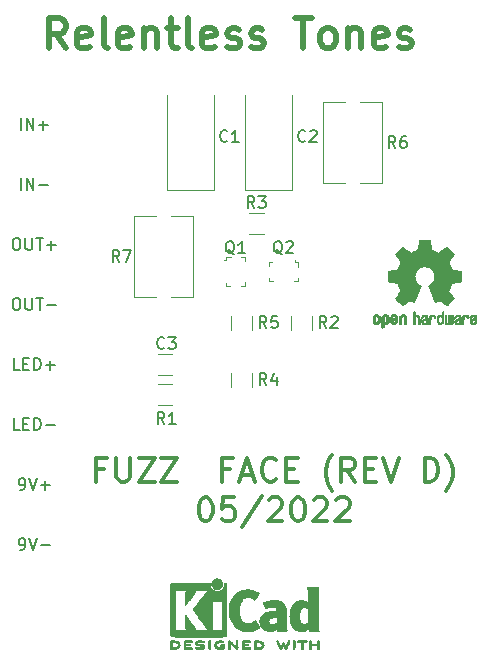
<source format=gbr>
G04 #@! TF.GenerationSoftware,KiCad,Pcbnew,(5.1.5)-3*
G04 #@! TF.CreationDate,2022-05-11T11:14:05-04:00*
G04 #@! TF.ProjectId,FuzzFace,46757a7a-4661-4636-952e-6b696361645f,rev?*
G04 #@! TF.SameCoordinates,Original*
G04 #@! TF.FileFunction,Legend,Top*
G04 #@! TF.FilePolarity,Positive*
%FSLAX46Y46*%
G04 Gerber Fmt 4.6, Leading zero omitted, Abs format (unit mm)*
G04 Created by KiCad (PCBNEW (5.1.5)-3) date 2022-05-11 11:14:05*
%MOMM*%
%LPD*%
G04 APERTURE LIST*
%ADD10C,0.350000*%
%ADD11C,0.500000*%
%ADD12C,0.150000*%
%ADD13C,0.010000*%
%ADD14C,0.120000*%
%ADD15C,0.100000*%
G04 APERTURE END LIST*
D10*
X66851428Y-67270142D02*
X66184761Y-67270142D01*
X66184761Y-68317761D02*
X66184761Y-66317761D01*
X67137142Y-66317761D01*
X67899047Y-66317761D02*
X67899047Y-67936809D01*
X67994285Y-68127285D01*
X68089523Y-68222523D01*
X68280000Y-68317761D01*
X68660952Y-68317761D01*
X68851428Y-68222523D01*
X68946666Y-68127285D01*
X69041904Y-67936809D01*
X69041904Y-66317761D01*
X69803809Y-66317761D02*
X71137142Y-66317761D01*
X69803809Y-68317761D01*
X71137142Y-68317761D01*
X71708571Y-66317761D02*
X73041904Y-66317761D01*
X71708571Y-68317761D01*
X73041904Y-68317761D01*
X77518095Y-67270142D02*
X76851428Y-67270142D01*
X76851428Y-68317761D02*
X76851428Y-66317761D01*
X77803809Y-66317761D01*
X78470476Y-67746333D02*
X79422857Y-67746333D01*
X78280000Y-68317761D02*
X78946666Y-66317761D01*
X79613333Y-68317761D01*
X81422857Y-68127285D02*
X81327619Y-68222523D01*
X81041904Y-68317761D01*
X80851428Y-68317761D01*
X80565714Y-68222523D01*
X80375238Y-68032047D01*
X80280000Y-67841571D01*
X80184761Y-67460619D01*
X80184761Y-67174904D01*
X80280000Y-66793952D01*
X80375238Y-66603476D01*
X80565714Y-66413000D01*
X80851428Y-66317761D01*
X81041904Y-66317761D01*
X81327619Y-66413000D01*
X81422857Y-66508238D01*
X82280000Y-67270142D02*
X82946666Y-67270142D01*
X83232380Y-68317761D02*
X82280000Y-68317761D01*
X82280000Y-66317761D01*
X83232380Y-66317761D01*
X86184761Y-69079666D02*
X86089523Y-68984428D01*
X85899047Y-68698714D01*
X85803809Y-68508238D01*
X85708571Y-68222523D01*
X85613333Y-67746333D01*
X85613333Y-67365380D01*
X85708571Y-66889190D01*
X85803809Y-66603476D01*
X85899047Y-66413000D01*
X86089523Y-66127285D01*
X86184761Y-66032047D01*
X88089523Y-68317761D02*
X87422857Y-67365380D01*
X86946666Y-68317761D02*
X86946666Y-66317761D01*
X87708571Y-66317761D01*
X87899047Y-66413000D01*
X87994285Y-66508238D01*
X88089523Y-66698714D01*
X88089523Y-66984428D01*
X87994285Y-67174904D01*
X87899047Y-67270142D01*
X87708571Y-67365380D01*
X86946666Y-67365380D01*
X88946666Y-67270142D02*
X89613333Y-67270142D01*
X89899047Y-68317761D02*
X88946666Y-68317761D01*
X88946666Y-66317761D01*
X89899047Y-66317761D01*
X90470476Y-66317761D02*
X91137142Y-68317761D01*
X91803809Y-66317761D01*
X93994285Y-68317761D02*
X93994285Y-66317761D01*
X94470476Y-66317761D01*
X94756190Y-66413000D01*
X94946666Y-66603476D01*
X95041904Y-66793952D01*
X95137142Y-67174904D01*
X95137142Y-67460619D01*
X95041904Y-67841571D01*
X94946666Y-68032047D01*
X94756190Y-68222523D01*
X94470476Y-68317761D01*
X93994285Y-68317761D01*
X95803809Y-69079666D02*
X95899047Y-68984428D01*
X96089523Y-68698714D01*
X96184761Y-68508238D01*
X96280000Y-68222523D01*
X96375238Y-67746333D01*
X96375238Y-67365380D01*
X96280000Y-66889190D01*
X96184761Y-66603476D01*
X96089523Y-66413000D01*
X95899047Y-66127285D01*
X95803809Y-66032047D01*
X75375238Y-69667761D02*
X75565714Y-69667761D01*
X75756190Y-69763000D01*
X75851428Y-69858238D01*
X75946666Y-70048714D01*
X76041904Y-70429666D01*
X76041904Y-70905857D01*
X75946666Y-71286809D01*
X75851428Y-71477285D01*
X75756190Y-71572523D01*
X75565714Y-71667761D01*
X75375238Y-71667761D01*
X75184761Y-71572523D01*
X75089523Y-71477285D01*
X74994285Y-71286809D01*
X74899047Y-70905857D01*
X74899047Y-70429666D01*
X74994285Y-70048714D01*
X75089523Y-69858238D01*
X75184761Y-69763000D01*
X75375238Y-69667761D01*
X77851428Y-69667761D02*
X76899047Y-69667761D01*
X76803809Y-70620142D01*
X76899047Y-70524904D01*
X77089523Y-70429666D01*
X77565714Y-70429666D01*
X77756190Y-70524904D01*
X77851428Y-70620142D01*
X77946666Y-70810619D01*
X77946666Y-71286809D01*
X77851428Y-71477285D01*
X77756190Y-71572523D01*
X77565714Y-71667761D01*
X77089523Y-71667761D01*
X76899047Y-71572523D01*
X76803809Y-71477285D01*
X80232380Y-69572523D02*
X78518095Y-72143952D01*
X80803809Y-69858238D02*
X80899047Y-69763000D01*
X81089523Y-69667761D01*
X81565714Y-69667761D01*
X81756190Y-69763000D01*
X81851428Y-69858238D01*
X81946666Y-70048714D01*
X81946666Y-70239190D01*
X81851428Y-70524904D01*
X80708571Y-71667761D01*
X81946666Y-71667761D01*
X83184761Y-69667761D02*
X83375238Y-69667761D01*
X83565714Y-69763000D01*
X83660952Y-69858238D01*
X83756190Y-70048714D01*
X83851428Y-70429666D01*
X83851428Y-70905857D01*
X83756190Y-71286809D01*
X83660952Y-71477285D01*
X83565714Y-71572523D01*
X83375238Y-71667761D01*
X83184761Y-71667761D01*
X82994285Y-71572523D01*
X82899047Y-71477285D01*
X82803809Y-71286809D01*
X82708571Y-70905857D01*
X82708571Y-70429666D01*
X82803809Y-70048714D01*
X82899047Y-69858238D01*
X82994285Y-69763000D01*
X83184761Y-69667761D01*
X84613333Y-69858238D02*
X84708571Y-69763000D01*
X84899047Y-69667761D01*
X85375238Y-69667761D01*
X85565714Y-69763000D01*
X85660952Y-69858238D01*
X85756190Y-70048714D01*
X85756190Y-70239190D01*
X85660952Y-70524904D01*
X84518095Y-71667761D01*
X85756190Y-71667761D01*
X86518095Y-69858238D02*
X86613333Y-69763000D01*
X86803809Y-69667761D01*
X87280000Y-69667761D01*
X87470476Y-69763000D01*
X87565714Y-69858238D01*
X87660952Y-70048714D01*
X87660952Y-70239190D01*
X87565714Y-70524904D01*
X86422857Y-71667761D01*
X87660952Y-71667761D01*
D11*
X63600952Y-31610952D02*
X62767619Y-30420476D01*
X62172380Y-31610952D02*
X62172380Y-29110952D01*
X63124761Y-29110952D01*
X63362857Y-29230000D01*
X63481904Y-29349047D01*
X63600952Y-29587142D01*
X63600952Y-29944285D01*
X63481904Y-30182380D01*
X63362857Y-30301428D01*
X63124761Y-30420476D01*
X62172380Y-30420476D01*
X65624761Y-31491904D02*
X65386666Y-31610952D01*
X64910476Y-31610952D01*
X64672380Y-31491904D01*
X64553333Y-31253809D01*
X64553333Y-30301428D01*
X64672380Y-30063333D01*
X64910476Y-29944285D01*
X65386666Y-29944285D01*
X65624761Y-30063333D01*
X65743809Y-30301428D01*
X65743809Y-30539523D01*
X64553333Y-30777619D01*
X67172380Y-31610952D02*
X66934285Y-31491904D01*
X66815238Y-31253809D01*
X66815238Y-29110952D01*
X69077142Y-31491904D02*
X68839047Y-31610952D01*
X68362857Y-31610952D01*
X68124761Y-31491904D01*
X68005714Y-31253809D01*
X68005714Y-30301428D01*
X68124761Y-30063333D01*
X68362857Y-29944285D01*
X68839047Y-29944285D01*
X69077142Y-30063333D01*
X69196190Y-30301428D01*
X69196190Y-30539523D01*
X68005714Y-30777619D01*
X70267619Y-29944285D02*
X70267619Y-31610952D01*
X70267619Y-30182380D02*
X70386666Y-30063333D01*
X70624761Y-29944285D01*
X70981904Y-29944285D01*
X71220000Y-30063333D01*
X71339047Y-30301428D01*
X71339047Y-31610952D01*
X72172380Y-29944285D02*
X73124761Y-29944285D01*
X72529523Y-29110952D02*
X72529523Y-31253809D01*
X72648571Y-31491904D01*
X72886666Y-31610952D01*
X73124761Y-31610952D01*
X74315238Y-31610952D02*
X74077142Y-31491904D01*
X73958095Y-31253809D01*
X73958095Y-29110952D01*
X76220000Y-31491904D02*
X75981904Y-31610952D01*
X75505714Y-31610952D01*
X75267619Y-31491904D01*
X75148571Y-31253809D01*
X75148571Y-30301428D01*
X75267619Y-30063333D01*
X75505714Y-29944285D01*
X75981904Y-29944285D01*
X76220000Y-30063333D01*
X76339047Y-30301428D01*
X76339047Y-30539523D01*
X75148571Y-30777619D01*
X77291428Y-31491904D02*
X77529523Y-31610952D01*
X78005714Y-31610952D01*
X78243809Y-31491904D01*
X78362857Y-31253809D01*
X78362857Y-31134761D01*
X78243809Y-30896666D01*
X78005714Y-30777619D01*
X77648571Y-30777619D01*
X77410476Y-30658571D01*
X77291428Y-30420476D01*
X77291428Y-30301428D01*
X77410476Y-30063333D01*
X77648571Y-29944285D01*
X78005714Y-29944285D01*
X78243809Y-30063333D01*
X79315238Y-31491904D02*
X79553333Y-31610952D01*
X80029523Y-31610952D01*
X80267619Y-31491904D01*
X80386666Y-31253809D01*
X80386666Y-31134761D01*
X80267619Y-30896666D01*
X80029523Y-30777619D01*
X79672380Y-30777619D01*
X79434285Y-30658571D01*
X79315238Y-30420476D01*
X79315238Y-30301428D01*
X79434285Y-30063333D01*
X79672380Y-29944285D01*
X80029523Y-29944285D01*
X80267619Y-30063333D01*
X83005714Y-29110952D02*
X84434285Y-29110952D01*
X83720000Y-31610952D02*
X83720000Y-29110952D01*
X85624761Y-31610952D02*
X85386666Y-31491904D01*
X85267619Y-31372857D01*
X85148571Y-31134761D01*
X85148571Y-30420476D01*
X85267619Y-30182380D01*
X85386666Y-30063333D01*
X85624761Y-29944285D01*
X85981904Y-29944285D01*
X86220000Y-30063333D01*
X86339047Y-30182380D01*
X86458095Y-30420476D01*
X86458095Y-31134761D01*
X86339047Y-31372857D01*
X86220000Y-31491904D01*
X85981904Y-31610952D01*
X85624761Y-31610952D01*
X87529523Y-29944285D02*
X87529523Y-31610952D01*
X87529523Y-30182380D02*
X87648571Y-30063333D01*
X87886666Y-29944285D01*
X88243809Y-29944285D01*
X88481904Y-30063333D01*
X88600952Y-30301428D01*
X88600952Y-31610952D01*
X90743809Y-31491904D02*
X90505714Y-31610952D01*
X90029523Y-31610952D01*
X89791428Y-31491904D01*
X89672380Y-31253809D01*
X89672380Y-30301428D01*
X89791428Y-30063333D01*
X90029523Y-29944285D01*
X90505714Y-29944285D01*
X90743809Y-30063333D01*
X90862857Y-30301428D01*
X90862857Y-30539523D01*
X89672380Y-30777619D01*
X91815238Y-31491904D02*
X92053333Y-31610952D01*
X92529523Y-31610952D01*
X92767619Y-31491904D01*
X92886666Y-31253809D01*
X92886666Y-31134761D01*
X92767619Y-30896666D01*
X92529523Y-30777619D01*
X92172380Y-30777619D01*
X91934285Y-30658571D01*
X91815238Y-30420476D01*
X91815238Y-30301428D01*
X91934285Y-30063333D01*
X92172380Y-29944285D01*
X92529523Y-29944285D01*
X92767619Y-30063333D01*
D12*
X59721904Y-74112380D02*
X59912380Y-74112380D01*
X60007619Y-74064761D01*
X60055238Y-74017142D01*
X60150476Y-73874285D01*
X60198095Y-73683809D01*
X60198095Y-73302857D01*
X60150476Y-73207619D01*
X60102857Y-73160000D01*
X60007619Y-73112380D01*
X59817142Y-73112380D01*
X59721904Y-73160000D01*
X59674285Y-73207619D01*
X59626666Y-73302857D01*
X59626666Y-73540952D01*
X59674285Y-73636190D01*
X59721904Y-73683809D01*
X59817142Y-73731428D01*
X60007619Y-73731428D01*
X60102857Y-73683809D01*
X60150476Y-73636190D01*
X60198095Y-73540952D01*
X60483809Y-73112380D02*
X60817142Y-74112380D01*
X61150476Y-73112380D01*
X61483809Y-73731428D02*
X62245714Y-73731428D01*
X59721904Y-69032380D02*
X59912380Y-69032380D01*
X60007619Y-68984761D01*
X60055238Y-68937142D01*
X60150476Y-68794285D01*
X60198095Y-68603809D01*
X60198095Y-68222857D01*
X60150476Y-68127619D01*
X60102857Y-68080000D01*
X60007619Y-68032380D01*
X59817142Y-68032380D01*
X59721904Y-68080000D01*
X59674285Y-68127619D01*
X59626666Y-68222857D01*
X59626666Y-68460952D01*
X59674285Y-68556190D01*
X59721904Y-68603809D01*
X59817142Y-68651428D01*
X60007619Y-68651428D01*
X60102857Y-68603809D01*
X60150476Y-68556190D01*
X60198095Y-68460952D01*
X60483809Y-68032380D02*
X60817142Y-69032380D01*
X61150476Y-68032380D01*
X61483809Y-68651428D02*
X62245714Y-68651428D01*
X61864761Y-69032380D02*
X61864761Y-68270476D01*
X59698095Y-63952380D02*
X59221904Y-63952380D01*
X59221904Y-62952380D01*
X60031428Y-63428571D02*
X60364761Y-63428571D01*
X60507619Y-63952380D02*
X60031428Y-63952380D01*
X60031428Y-62952380D01*
X60507619Y-62952380D01*
X60936190Y-63952380D02*
X60936190Y-62952380D01*
X61174285Y-62952380D01*
X61317142Y-63000000D01*
X61412380Y-63095238D01*
X61460000Y-63190476D01*
X61507619Y-63380952D01*
X61507619Y-63523809D01*
X61460000Y-63714285D01*
X61412380Y-63809523D01*
X61317142Y-63904761D01*
X61174285Y-63952380D01*
X60936190Y-63952380D01*
X61936190Y-63571428D02*
X62698095Y-63571428D01*
X59698095Y-58872380D02*
X59221904Y-58872380D01*
X59221904Y-57872380D01*
X60031428Y-58348571D02*
X60364761Y-58348571D01*
X60507619Y-58872380D02*
X60031428Y-58872380D01*
X60031428Y-57872380D01*
X60507619Y-57872380D01*
X60936190Y-58872380D02*
X60936190Y-57872380D01*
X61174285Y-57872380D01*
X61317142Y-57920000D01*
X61412380Y-58015238D01*
X61460000Y-58110476D01*
X61507619Y-58300952D01*
X61507619Y-58443809D01*
X61460000Y-58634285D01*
X61412380Y-58729523D01*
X61317142Y-58824761D01*
X61174285Y-58872380D01*
X60936190Y-58872380D01*
X61936190Y-58491428D02*
X62698095Y-58491428D01*
X62317142Y-58872380D02*
X62317142Y-58110476D01*
X59340952Y-52792380D02*
X59531428Y-52792380D01*
X59626666Y-52840000D01*
X59721904Y-52935238D01*
X59769523Y-53125714D01*
X59769523Y-53459047D01*
X59721904Y-53649523D01*
X59626666Y-53744761D01*
X59531428Y-53792380D01*
X59340952Y-53792380D01*
X59245714Y-53744761D01*
X59150476Y-53649523D01*
X59102857Y-53459047D01*
X59102857Y-53125714D01*
X59150476Y-52935238D01*
X59245714Y-52840000D01*
X59340952Y-52792380D01*
X60198095Y-52792380D02*
X60198095Y-53601904D01*
X60245714Y-53697142D01*
X60293333Y-53744761D01*
X60388571Y-53792380D01*
X60579047Y-53792380D01*
X60674285Y-53744761D01*
X60721904Y-53697142D01*
X60769523Y-53601904D01*
X60769523Y-52792380D01*
X61102857Y-52792380D02*
X61674285Y-52792380D01*
X61388571Y-53792380D02*
X61388571Y-52792380D01*
X62007619Y-53411428D02*
X62769523Y-53411428D01*
X59340952Y-47712380D02*
X59531428Y-47712380D01*
X59626666Y-47760000D01*
X59721904Y-47855238D01*
X59769523Y-48045714D01*
X59769523Y-48379047D01*
X59721904Y-48569523D01*
X59626666Y-48664761D01*
X59531428Y-48712380D01*
X59340952Y-48712380D01*
X59245714Y-48664761D01*
X59150476Y-48569523D01*
X59102857Y-48379047D01*
X59102857Y-48045714D01*
X59150476Y-47855238D01*
X59245714Y-47760000D01*
X59340952Y-47712380D01*
X60198095Y-47712380D02*
X60198095Y-48521904D01*
X60245714Y-48617142D01*
X60293333Y-48664761D01*
X60388571Y-48712380D01*
X60579047Y-48712380D01*
X60674285Y-48664761D01*
X60721904Y-48617142D01*
X60769523Y-48521904D01*
X60769523Y-47712380D01*
X61102857Y-47712380D02*
X61674285Y-47712380D01*
X61388571Y-48712380D02*
X61388571Y-47712380D01*
X62007619Y-48331428D02*
X62769523Y-48331428D01*
X62388571Y-48712380D02*
X62388571Y-47950476D01*
X59817142Y-43632380D02*
X59817142Y-42632380D01*
X60293333Y-43632380D02*
X60293333Y-42632380D01*
X60864761Y-43632380D01*
X60864761Y-42632380D01*
X61340952Y-43251428D02*
X62102857Y-43251428D01*
X59817142Y-38552380D02*
X59817142Y-37552380D01*
X60293333Y-38552380D02*
X60293333Y-37552380D01*
X60864761Y-38552380D01*
X60864761Y-37552380D01*
X61340952Y-38171428D02*
X62102857Y-38171428D01*
X61721904Y-38552380D02*
X61721904Y-37790476D01*
D13*
G36*
X94119878Y-47849776D02*
G01*
X94225612Y-47850355D01*
X94302132Y-47851922D01*
X94354372Y-47854972D01*
X94387263Y-47859996D01*
X94405737Y-47867489D01*
X94414727Y-47877944D01*
X94419163Y-47891853D01*
X94419594Y-47893654D01*
X94426333Y-47926145D01*
X94438808Y-47990252D01*
X94455719Y-48079151D01*
X94475771Y-48186019D01*
X94497664Y-48304033D01*
X94498429Y-48308178D01*
X94520359Y-48423831D01*
X94540877Y-48526014D01*
X94558659Y-48608598D01*
X94572381Y-48665456D01*
X94580718Y-48690458D01*
X94581116Y-48690901D01*
X94605677Y-48703110D01*
X94656315Y-48723456D01*
X94722095Y-48747545D01*
X94722461Y-48747674D01*
X94805317Y-48778818D01*
X94903000Y-48818491D01*
X94995077Y-48858381D01*
X94999434Y-48860353D01*
X95149407Y-48928420D01*
X95481498Y-48701639D01*
X95583374Y-48632504D01*
X95675657Y-48570697D01*
X95753003Y-48519733D01*
X95810064Y-48483127D01*
X95841495Y-48464394D01*
X95844479Y-48463004D01*
X95867321Y-48469190D01*
X95909982Y-48499035D01*
X95974128Y-48553947D01*
X96061421Y-48635334D01*
X96150535Y-48721922D01*
X96236441Y-48807247D01*
X96313327Y-48885108D01*
X96376564Y-48950697D01*
X96421523Y-48999205D01*
X96443576Y-49025825D01*
X96444396Y-49027195D01*
X96446834Y-49045463D01*
X96437650Y-49075295D01*
X96414574Y-49120721D01*
X96375337Y-49185770D01*
X96317670Y-49274470D01*
X96240795Y-49388657D01*
X96172570Y-49489162D01*
X96111582Y-49579303D01*
X96061356Y-49653849D01*
X96025416Y-49707565D01*
X96007287Y-49735218D01*
X96006146Y-49737095D01*
X96008359Y-49763590D01*
X96025138Y-49815086D01*
X96053142Y-49881851D01*
X96063122Y-49903172D01*
X96106672Y-49998159D01*
X96153134Y-50105937D01*
X96190877Y-50199192D01*
X96218073Y-50268406D01*
X96239675Y-50321006D01*
X96252158Y-50348497D01*
X96253709Y-50350616D01*
X96276668Y-50354124D01*
X96330786Y-50363738D01*
X96408868Y-50378089D01*
X96503719Y-50395807D01*
X96608143Y-50415525D01*
X96714944Y-50435874D01*
X96816926Y-50455486D01*
X96906894Y-50472991D01*
X96977653Y-50487022D01*
X97022006Y-50496209D01*
X97032885Y-50498807D01*
X97044122Y-50505218D01*
X97052605Y-50519697D01*
X97058714Y-50547133D01*
X97062832Y-50592411D01*
X97065341Y-50660420D01*
X97066621Y-50756047D01*
X97067054Y-50884180D01*
X97067077Y-50936701D01*
X97067077Y-51363845D01*
X96964500Y-51384091D01*
X96907431Y-51395070D01*
X96822269Y-51411095D01*
X96719372Y-51430233D01*
X96609096Y-51450551D01*
X96578615Y-51456132D01*
X96476855Y-51475917D01*
X96388205Y-51495373D01*
X96320108Y-51512697D01*
X96280004Y-51526088D01*
X96273323Y-51530079D01*
X96256919Y-51558342D01*
X96233399Y-51613109D01*
X96207316Y-51683588D01*
X96202142Y-51698769D01*
X96167956Y-51792896D01*
X96125523Y-51899101D01*
X96083997Y-51994473D01*
X96083792Y-51994916D01*
X96014640Y-52144525D01*
X96469512Y-52813617D01*
X96177500Y-53106116D01*
X96089180Y-53193170D01*
X96008625Y-53269909D01*
X95940360Y-53332237D01*
X95888908Y-53376056D01*
X95858794Y-53397270D01*
X95854474Y-53398616D01*
X95829111Y-53388016D01*
X95777358Y-53358547D01*
X95704868Y-53313705D01*
X95617294Y-53256984D01*
X95522612Y-53193462D01*
X95426516Y-53128668D01*
X95340837Y-53072287D01*
X95271016Y-53027788D01*
X95222494Y-52998639D01*
X95200782Y-52988308D01*
X95174293Y-52997050D01*
X95124062Y-53020087D01*
X95060451Y-53052631D01*
X95053708Y-53056249D01*
X94968046Y-53099210D01*
X94909306Y-53120279D01*
X94872772Y-53120503D01*
X94853731Y-53100928D01*
X94853620Y-53100654D01*
X94844102Y-53077472D01*
X94821403Y-53022441D01*
X94787282Y-52939822D01*
X94743500Y-52833872D01*
X94691816Y-52708852D01*
X94633992Y-52569020D01*
X94577991Y-52433637D01*
X94516447Y-52284234D01*
X94459939Y-52145832D01*
X94410161Y-52022673D01*
X94368806Y-51919002D01*
X94337568Y-51839059D01*
X94318141Y-51787088D01*
X94312154Y-51767692D01*
X94327168Y-51745443D01*
X94366439Y-51709982D01*
X94418807Y-51670887D01*
X94567941Y-51547245D01*
X94684511Y-51405522D01*
X94767118Y-51248704D01*
X94814366Y-51079775D01*
X94824857Y-50901722D01*
X94817231Y-50819539D01*
X94775682Y-50649031D01*
X94704123Y-50498459D01*
X94606995Y-50369309D01*
X94488734Y-50263064D01*
X94353780Y-50181210D01*
X94206571Y-50125232D01*
X94051544Y-50096615D01*
X93893139Y-50096844D01*
X93735794Y-50127405D01*
X93583946Y-50189782D01*
X93442035Y-50285460D01*
X93382803Y-50339572D01*
X93269203Y-50478520D01*
X93190106Y-50630361D01*
X93144986Y-50790667D01*
X93133316Y-50955012D01*
X93154569Y-51118971D01*
X93208220Y-51278118D01*
X93293740Y-51428025D01*
X93410605Y-51564267D01*
X93541193Y-51670887D01*
X93595588Y-51711642D01*
X93634014Y-51746718D01*
X93647846Y-51767726D01*
X93640603Y-51790635D01*
X93620005Y-51845365D01*
X93587746Y-51927672D01*
X93545521Y-52033315D01*
X93495023Y-52158050D01*
X93437948Y-52297636D01*
X93381854Y-52433670D01*
X93319967Y-52583201D01*
X93262644Y-52721767D01*
X93211644Y-52845107D01*
X93168727Y-52948964D01*
X93135653Y-53029080D01*
X93114181Y-53081195D01*
X93106225Y-53100654D01*
X93087429Y-53120423D01*
X93051074Y-53120365D01*
X92992479Y-53099441D01*
X92906968Y-53056613D01*
X92906292Y-53056249D01*
X92841907Y-53023012D01*
X92789861Y-52998802D01*
X92760512Y-52988404D01*
X92759217Y-52988308D01*
X92737124Y-52998855D01*
X92688348Y-53028184D01*
X92618331Y-53072827D01*
X92532514Y-53129314D01*
X92437388Y-53193462D01*
X92340540Y-53258411D01*
X92253253Y-53314896D01*
X92181181Y-53359421D01*
X92129977Y-53388490D01*
X92105526Y-53398616D01*
X92083010Y-53385307D01*
X92037742Y-53348112D01*
X91974244Y-53291128D01*
X91897039Y-53218449D01*
X91810651Y-53134171D01*
X91782399Y-53106016D01*
X91490287Y-52813416D01*
X91712631Y-52487104D01*
X91780202Y-52386897D01*
X91839507Y-52296963D01*
X91887217Y-52222510D01*
X91920007Y-52168751D01*
X91934548Y-52140894D01*
X91934974Y-52138912D01*
X91927308Y-52112655D01*
X91906689Y-52059837D01*
X91876685Y-51989310D01*
X91855625Y-51942093D01*
X91816248Y-51851694D01*
X91779165Y-51760366D01*
X91750415Y-51683200D01*
X91742605Y-51659692D01*
X91720417Y-51596916D01*
X91698727Y-51548411D01*
X91686813Y-51530079D01*
X91660523Y-51518859D01*
X91603142Y-51502954D01*
X91522118Y-51484167D01*
X91424895Y-51464299D01*
X91381385Y-51456132D01*
X91270896Y-51435829D01*
X91164916Y-51416170D01*
X91073801Y-51399088D01*
X91007908Y-51386518D01*
X90995500Y-51384091D01*
X90892923Y-51363845D01*
X90892923Y-50936701D01*
X90893153Y-50796246D01*
X90894099Y-50689979D01*
X90896141Y-50613013D01*
X90899662Y-50560460D01*
X90905043Y-50527433D01*
X90912666Y-50509045D01*
X90922912Y-50500408D01*
X90927115Y-50498807D01*
X90952470Y-50493127D01*
X91008484Y-50481795D01*
X91087964Y-50466179D01*
X91183712Y-50447647D01*
X91288533Y-50427569D01*
X91395232Y-50407312D01*
X91496613Y-50388246D01*
X91585479Y-50371739D01*
X91654637Y-50359159D01*
X91696889Y-50351875D01*
X91706290Y-50350616D01*
X91714807Y-50333763D01*
X91733660Y-50288870D01*
X91759324Y-50224430D01*
X91769123Y-50199192D01*
X91808648Y-50101686D01*
X91855192Y-49993959D01*
X91896877Y-49903172D01*
X91927550Y-49833753D01*
X91947956Y-49776710D01*
X91954768Y-49741777D01*
X91953682Y-49737095D01*
X91939285Y-49714991D01*
X91906412Y-49665831D01*
X91858590Y-49594848D01*
X91799348Y-49507278D01*
X91732215Y-49408357D01*
X91718941Y-49388830D01*
X91641046Y-49273140D01*
X91583787Y-49185044D01*
X91544881Y-49120486D01*
X91522044Y-49075411D01*
X91512994Y-49045763D01*
X91515448Y-49027485D01*
X91515511Y-49027369D01*
X91534827Y-49003361D01*
X91577551Y-48956947D01*
X91639051Y-48892937D01*
X91714698Y-48816145D01*
X91799861Y-48731382D01*
X91809465Y-48721922D01*
X91916790Y-48617989D01*
X91999615Y-48541675D01*
X92059605Y-48491571D01*
X92098423Y-48466270D01*
X92115520Y-48463004D01*
X92140473Y-48477250D01*
X92192255Y-48510156D01*
X92265520Y-48558208D01*
X92354920Y-48617890D01*
X92455111Y-48685688D01*
X92478501Y-48701639D01*
X92810593Y-48928420D01*
X92960565Y-48860353D01*
X93051770Y-48820685D01*
X93149669Y-48780791D01*
X93233831Y-48748983D01*
X93237538Y-48747674D01*
X93303369Y-48723576D01*
X93354116Y-48703200D01*
X93378842Y-48690936D01*
X93378884Y-48690901D01*
X93386729Y-48668734D01*
X93400066Y-48614217D01*
X93417570Y-48533480D01*
X93437917Y-48432650D01*
X93459782Y-48317856D01*
X93461571Y-48308178D01*
X93483504Y-48189904D01*
X93503640Y-48082542D01*
X93520680Y-47992917D01*
X93533328Y-47927851D01*
X93540284Y-47894168D01*
X93540406Y-47893654D01*
X93544639Y-47879325D01*
X93552871Y-47868507D01*
X93570033Y-47860706D01*
X93601058Y-47855429D01*
X93650878Y-47852182D01*
X93724424Y-47850472D01*
X93826629Y-47849807D01*
X93962425Y-47849693D01*
X93980000Y-47849692D01*
X94119878Y-47849776D01*
G37*
X94119878Y-47849776D02*
X94225612Y-47850355D01*
X94302132Y-47851922D01*
X94354372Y-47854972D01*
X94387263Y-47859996D01*
X94405737Y-47867489D01*
X94414727Y-47877944D01*
X94419163Y-47891853D01*
X94419594Y-47893654D01*
X94426333Y-47926145D01*
X94438808Y-47990252D01*
X94455719Y-48079151D01*
X94475771Y-48186019D01*
X94497664Y-48304033D01*
X94498429Y-48308178D01*
X94520359Y-48423831D01*
X94540877Y-48526014D01*
X94558659Y-48608598D01*
X94572381Y-48665456D01*
X94580718Y-48690458D01*
X94581116Y-48690901D01*
X94605677Y-48703110D01*
X94656315Y-48723456D01*
X94722095Y-48747545D01*
X94722461Y-48747674D01*
X94805317Y-48778818D01*
X94903000Y-48818491D01*
X94995077Y-48858381D01*
X94999434Y-48860353D01*
X95149407Y-48928420D01*
X95481498Y-48701639D01*
X95583374Y-48632504D01*
X95675657Y-48570697D01*
X95753003Y-48519733D01*
X95810064Y-48483127D01*
X95841495Y-48464394D01*
X95844479Y-48463004D01*
X95867321Y-48469190D01*
X95909982Y-48499035D01*
X95974128Y-48553947D01*
X96061421Y-48635334D01*
X96150535Y-48721922D01*
X96236441Y-48807247D01*
X96313327Y-48885108D01*
X96376564Y-48950697D01*
X96421523Y-48999205D01*
X96443576Y-49025825D01*
X96444396Y-49027195D01*
X96446834Y-49045463D01*
X96437650Y-49075295D01*
X96414574Y-49120721D01*
X96375337Y-49185770D01*
X96317670Y-49274470D01*
X96240795Y-49388657D01*
X96172570Y-49489162D01*
X96111582Y-49579303D01*
X96061356Y-49653849D01*
X96025416Y-49707565D01*
X96007287Y-49735218D01*
X96006146Y-49737095D01*
X96008359Y-49763590D01*
X96025138Y-49815086D01*
X96053142Y-49881851D01*
X96063122Y-49903172D01*
X96106672Y-49998159D01*
X96153134Y-50105937D01*
X96190877Y-50199192D01*
X96218073Y-50268406D01*
X96239675Y-50321006D01*
X96252158Y-50348497D01*
X96253709Y-50350616D01*
X96276668Y-50354124D01*
X96330786Y-50363738D01*
X96408868Y-50378089D01*
X96503719Y-50395807D01*
X96608143Y-50415525D01*
X96714944Y-50435874D01*
X96816926Y-50455486D01*
X96906894Y-50472991D01*
X96977653Y-50487022D01*
X97022006Y-50496209D01*
X97032885Y-50498807D01*
X97044122Y-50505218D01*
X97052605Y-50519697D01*
X97058714Y-50547133D01*
X97062832Y-50592411D01*
X97065341Y-50660420D01*
X97066621Y-50756047D01*
X97067054Y-50884180D01*
X97067077Y-50936701D01*
X97067077Y-51363845D01*
X96964500Y-51384091D01*
X96907431Y-51395070D01*
X96822269Y-51411095D01*
X96719372Y-51430233D01*
X96609096Y-51450551D01*
X96578615Y-51456132D01*
X96476855Y-51475917D01*
X96388205Y-51495373D01*
X96320108Y-51512697D01*
X96280004Y-51526088D01*
X96273323Y-51530079D01*
X96256919Y-51558342D01*
X96233399Y-51613109D01*
X96207316Y-51683588D01*
X96202142Y-51698769D01*
X96167956Y-51792896D01*
X96125523Y-51899101D01*
X96083997Y-51994473D01*
X96083792Y-51994916D01*
X96014640Y-52144525D01*
X96469512Y-52813617D01*
X96177500Y-53106116D01*
X96089180Y-53193170D01*
X96008625Y-53269909D01*
X95940360Y-53332237D01*
X95888908Y-53376056D01*
X95858794Y-53397270D01*
X95854474Y-53398616D01*
X95829111Y-53388016D01*
X95777358Y-53358547D01*
X95704868Y-53313705D01*
X95617294Y-53256984D01*
X95522612Y-53193462D01*
X95426516Y-53128668D01*
X95340837Y-53072287D01*
X95271016Y-53027788D01*
X95222494Y-52998639D01*
X95200782Y-52988308D01*
X95174293Y-52997050D01*
X95124062Y-53020087D01*
X95060451Y-53052631D01*
X95053708Y-53056249D01*
X94968046Y-53099210D01*
X94909306Y-53120279D01*
X94872772Y-53120503D01*
X94853731Y-53100928D01*
X94853620Y-53100654D01*
X94844102Y-53077472D01*
X94821403Y-53022441D01*
X94787282Y-52939822D01*
X94743500Y-52833872D01*
X94691816Y-52708852D01*
X94633992Y-52569020D01*
X94577991Y-52433637D01*
X94516447Y-52284234D01*
X94459939Y-52145832D01*
X94410161Y-52022673D01*
X94368806Y-51919002D01*
X94337568Y-51839059D01*
X94318141Y-51787088D01*
X94312154Y-51767692D01*
X94327168Y-51745443D01*
X94366439Y-51709982D01*
X94418807Y-51670887D01*
X94567941Y-51547245D01*
X94684511Y-51405522D01*
X94767118Y-51248704D01*
X94814366Y-51079775D01*
X94824857Y-50901722D01*
X94817231Y-50819539D01*
X94775682Y-50649031D01*
X94704123Y-50498459D01*
X94606995Y-50369309D01*
X94488734Y-50263064D01*
X94353780Y-50181210D01*
X94206571Y-50125232D01*
X94051544Y-50096615D01*
X93893139Y-50096844D01*
X93735794Y-50127405D01*
X93583946Y-50189782D01*
X93442035Y-50285460D01*
X93382803Y-50339572D01*
X93269203Y-50478520D01*
X93190106Y-50630361D01*
X93144986Y-50790667D01*
X93133316Y-50955012D01*
X93154569Y-51118971D01*
X93208220Y-51278118D01*
X93293740Y-51428025D01*
X93410605Y-51564267D01*
X93541193Y-51670887D01*
X93595588Y-51711642D01*
X93634014Y-51746718D01*
X93647846Y-51767726D01*
X93640603Y-51790635D01*
X93620005Y-51845365D01*
X93587746Y-51927672D01*
X93545521Y-52033315D01*
X93495023Y-52158050D01*
X93437948Y-52297636D01*
X93381854Y-52433670D01*
X93319967Y-52583201D01*
X93262644Y-52721767D01*
X93211644Y-52845107D01*
X93168727Y-52948964D01*
X93135653Y-53029080D01*
X93114181Y-53081195D01*
X93106225Y-53100654D01*
X93087429Y-53120423D01*
X93051074Y-53120365D01*
X92992479Y-53099441D01*
X92906968Y-53056613D01*
X92906292Y-53056249D01*
X92841907Y-53023012D01*
X92789861Y-52998802D01*
X92760512Y-52988404D01*
X92759217Y-52988308D01*
X92737124Y-52998855D01*
X92688348Y-53028184D01*
X92618331Y-53072827D01*
X92532514Y-53129314D01*
X92437388Y-53193462D01*
X92340540Y-53258411D01*
X92253253Y-53314896D01*
X92181181Y-53359421D01*
X92129977Y-53388490D01*
X92105526Y-53398616D01*
X92083010Y-53385307D01*
X92037742Y-53348112D01*
X91974244Y-53291128D01*
X91897039Y-53218449D01*
X91810651Y-53134171D01*
X91782399Y-53106016D01*
X91490287Y-52813416D01*
X91712631Y-52487104D01*
X91780202Y-52386897D01*
X91839507Y-52296963D01*
X91887217Y-52222510D01*
X91920007Y-52168751D01*
X91934548Y-52140894D01*
X91934974Y-52138912D01*
X91927308Y-52112655D01*
X91906689Y-52059837D01*
X91876685Y-51989310D01*
X91855625Y-51942093D01*
X91816248Y-51851694D01*
X91779165Y-51760366D01*
X91750415Y-51683200D01*
X91742605Y-51659692D01*
X91720417Y-51596916D01*
X91698727Y-51548411D01*
X91686813Y-51530079D01*
X91660523Y-51518859D01*
X91603142Y-51502954D01*
X91522118Y-51484167D01*
X91424895Y-51464299D01*
X91381385Y-51456132D01*
X91270896Y-51435829D01*
X91164916Y-51416170D01*
X91073801Y-51399088D01*
X91007908Y-51386518D01*
X90995500Y-51384091D01*
X90892923Y-51363845D01*
X90892923Y-50936701D01*
X90893153Y-50796246D01*
X90894099Y-50689979D01*
X90896141Y-50613013D01*
X90899662Y-50560460D01*
X90905043Y-50527433D01*
X90912666Y-50509045D01*
X90922912Y-50500408D01*
X90927115Y-50498807D01*
X90952470Y-50493127D01*
X91008484Y-50481795D01*
X91087964Y-50466179D01*
X91183712Y-50447647D01*
X91288533Y-50427569D01*
X91395232Y-50407312D01*
X91496613Y-50388246D01*
X91585479Y-50371739D01*
X91654637Y-50359159D01*
X91696889Y-50351875D01*
X91706290Y-50350616D01*
X91714807Y-50333763D01*
X91733660Y-50288870D01*
X91759324Y-50224430D01*
X91769123Y-50199192D01*
X91808648Y-50101686D01*
X91855192Y-49993959D01*
X91896877Y-49903172D01*
X91927550Y-49833753D01*
X91947956Y-49776710D01*
X91954768Y-49741777D01*
X91953682Y-49737095D01*
X91939285Y-49714991D01*
X91906412Y-49665831D01*
X91858590Y-49594848D01*
X91799348Y-49507278D01*
X91732215Y-49408357D01*
X91718941Y-49388830D01*
X91641046Y-49273140D01*
X91583787Y-49185044D01*
X91544881Y-49120486D01*
X91522044Y-49075411D01*
X91512994Y-49045763D01*
X91515448Y-49027485D01*
X91515511Y-49027369D01*
X91534827Y-49003361D01*
X91577551Y-48956947D01*
X91639051Y-48892937D01*
X91714698Y-48816145D01*
X91799861Y-48731382D01*
X91809465Y-48721922D01*
X91916790Y-48617989D01*
X91999615Y-48541675D01*
X92059605Y-48491571D01*
X92098423Y-48466270D01*
X92115520Y-48463004D01*
X92140473Y-48477250D01*
X92192255Y-48510156D01*
X92265520Y-48558208D01*
X92354920Y-48617890D01*
X92455111Y-48685688D01*
X92478501Y-48701639D01*
X92810593Y-48928420D01*
X92960565Y-48860353D01*
X93051770Y-48820685D01*
X93149669Y-48780791D01*
X93233831Y-48748983D01*
X93237538Y-48747674D01*
X93303369Y-48723576D01*
X93354116Y-48703200D01*
X93378842Y-48690936D01*
X93378884Y-48690901D01*
X93386729Y-48668734D01*
X93400066Y-48614217D01*
X93417570Y-48533480D01*
X93437917Y-48432650D01*
X93459782Y-48317856D01*
X93461571Y-48308178D01*
X93483504Y-48189904D01*
X93503640Y-48082542D01*
X93520680Y-47992917D01*
X93533328Y-47927851D01*
X93540284Y-47894168D01*
X93540406Y-47893654D01*
X93544639Y-47879325D01*
X93552871Y-47868507D01*
X93570033Y-47860706D01*
X93601058Y-47855429D01*
X93650878Y-47852182D01*
X93724424Y-47850472D01*
X93826629Y-47849807D01*
X93962425Y-47849693D01*
X93980000Y-47849692D01*
X94119878Y-47849776D01*
G36*
X98225224Y-54209838D02*
G01*
X98302528Y-54260361D01*
X98339814Y-54305590D01*
X98369353Y-54387663D01*
X98371699Y-54452607D01*
X98366385Y-54539445D01*
X98166115Y-54627103D01*
X98068739Y-54671887D01*
X98005113Y-54707913D01*
X97972029Y-54739117D01*
X97966280Y-54769436D01*
X97984658Y-54802805D01*
X98004923Y-54824923D01*
X98063889Y-54860393D01*
X98128024Y-54862879D01*
X98186926Y-54835235D01*
X98230197Y-54780320D01*
X98237936Y-54760928D01*
X98275006Y-54700364D01*
X98317654Y-54674552D01*
X98376154Y-54652471D01*
X98376154Y-54736184D01*
X98370982Y-54793150D01*
X98350723Y-54841189D01*
X98308262Y-54896346D01*
X98301951Y-54903514D01*
X98254720Y-54952585D01*
X98214121Y-54978920D01*
X98163328Y-54991035D01*
X98121220Y-54995003D01*
X98045902Y-54995991D01*
X97992286Y-54983466D01*
X97958838Y-54964869D01*
X97906268Y-54923975D01*
X97869879Y-54879748D01*
X97846850Y-54824126D01*
X97834359Y-54749047D01*
X97829587Y-54646449D01*
X97829206Y-54594376D01*
X97830501Y-54531948D01*
X97948471Y-54531948D01*
X97949839Y-54565438D01*
X97953249Y-54570923D01*
X97975753Y-54563472D01*
X98024182Y-54543753D01*
X98088908Y-54515718D01*
X98102443Y-54509692D01*
X98184244Y-54468096D01*
X98229312Y-54431538D01*
X98239217Y-54397296D01*
X98215526Y-54362648D01*
X98195960Y-54347339D01*
X98125360Y-54316721D01*
X98059280Y-54321780D01*
X98003959Y-54359151D01*
X97965636Y-54425473D01*
X97953349Y-54478116D01*
X97948471Y-54531948D01*
X97830501Y-54531948D01*
X97831730Y-54472720D01*
X97841032Y-54382710D01*
X97859460Y-54317167D01*
X97889360Y-54268912D01*
X97933080Y-54230767D01*
X97952141Y-54218440D01*
X98038726Y-54186336D01*
X98133522Y-54184316D01*
X98225224Y-54209838D01*
G37*
X98225224Y-54209838D02*
X98302528Y-54260361D01*
X98339814Y-54305590D01*
X98369353Y-54387663D01*
X98371699Y-54452607D01*
X98366385Y-54539445D01*
X98166115Y-54627103D01*
X98068739Y-54671887D01*
X98005113Y-54707913D01*
X97972029Y-54739117D01*
X97966280Y-54769436D01*
X97984658Y-54802805D01*
X98004923Y-54824923D01*
X98063889Y-54860393D01*
X98128024Y-54862879D01*
X98186926Y-54835235D01*
X98230197Y-54780320D01*
X98237936Y-54760928D01*
X98275006Y-54700364D01*
X98317654Y-54674552D01*
X98376154Y-54652471D01*
X98376154Y-54736184D01*
X98370982Y-54793150D01*
X98350723Y-54841189D01*
X98308262Y-54896346D01*
X98301951Y-54903514D01*
X98254720Y-54952585D01*
X98214121Y-54978920D01*
X98163328Y-54991035D01*
X98121220Y-54995003D01*
X98045902Y-54995991D01*
X97992286Y-54983466D01*
X97958838Y-54964869D01*
X97906268Y-54923975D01*
X97869879Y-54879748D01*
X97846850Y-54824126D01*
X97834359Y-54749047D01*
X97829587Y-54646449D01*
X97829206Y-54594376D01*
X97830501Y-54531948D01*
X97948471Y-54531948D01*
X97949839Y-54565438D01*
X97953249Y-54570923D01*
X97975753Y-54563472D01*
X98024182Y-54543753D01*
X98088908Y-54515718D01*
X98102443Y-54509692D01*
X98184244Y-54468096D01*
X98229312Y-54431538D01*
X98239217Y-54397296D01*
X98215526Y-54362648D01*
X98195960Y-54347339D01*
X98125360Y-54316721D01*
X98059280Y-54321780D01*
X98003959Y-54359151D01*
X97965636Y-54425473D01*
X97953349Y-54478116D01*
X97948471Y-54531948D01*
X97830501Y-54531948D01*
X97831730Y-54472720D01*
X97841032Y-54382710D01*
X97859460Y-54317167D01*
X97889360Y-54268912D01*
X97933080Y-54230767D01*
X97952141Y-54218440D01*
X98038726Y-54186336D01*
X98133522Y-54184316D01*
X98225224Y-54209838D01*
G36*
X97550807Y-54198782D02*
G01*
X97574161Y-54208988D01*
X97629902Y-54253134D01*
X97677569Y-54316967D01*
X97707048Y-54385087D01*
X97711846Y-54418670D01*
X97695760Y-54465556D01*
X97660475Y-54490365D01*
X97622644Y-54505387D01*
X97605321Y-54508155D01*
X97596886Y-54488066D01*
X97580230Y-54444351D01*
X97572923Y-54424598D01*
X97531948Y-54356271D01*
X97472622Y-54322191D01*
X97396552Y-54323239D01*
X97390918Y-54324581D01*
X97350305Y-54343836D01*
X97320448Y-54381375D01*
X97300055Y-54441809D01*
X97287836Y-54529751D01*
X97282500Y-54649813D01*
X97282000Y-54713698D01*
X97281752Y-54814403D01*
X97280126Y-54883054D01*
X97275801Y-54926673D01*
X97267454Y-54952282D01*
X97253765Y-54966903D01*
X97233411Y-54977558D01*
X97232234Y-54978095D01*
X97193038Y-54994667D01*
X97173619Y-55000769D01*
X97170635Y-54982319D01*
X97168081Y-54931323D01*
X97166140Y-54854308D01*
X97164997Y-54757805D01*
X97164769Y-54687184D01*
X97165932Y-54550525D01*
X97170479Y-54446851D01*
X97179999Y-54370108D01*
X97196081Y-54314246D01*
X97220313Y-54273212D01*
X97254286Y-54240954D01*
X97287833Y-54218440D01*
X97368499Y-54188476D01*
X97462381Y-54181718D01*
X97550807Y-54198782D01*
G37*
X97550807Y-54198782D02*
X97574161Y-54208988D01*
X97629902Y-54253134D01*
X97677569Y-54316967D01*
X97707048Y-54385087D01*
X97711846Y-54418670D01*
X97695760Y-54465556D01*
X97660475Y-54490365D01*
X97622644Y-54505387D01*
X97605321Y-54508155D01*
X97596886Y-54488066D01*
X97580230Y-54444351D01*
X97572923Y-54424598D01*
X97531948Y-54356271D01*
X97472622Y-54322191D01*
X97396552Y-54323239D01*
X97390918Y-54324581D01*
X97350305Y-54343836D01*
X97320448Y-54381375D01*
X97300055Y-54441809D01*
X97287836Y-54529751D01*
X97282500Y-54649813D01*
X97282000Y-54713698D01*
X97281752Y-54814403D01*
X97280126Y-54883054D01*
X97275801Y-54926673D01*
X97267454Y-54952282D01*
X97253765Y-54966903D01*
X97233411Y-54977558D01*
X97232234Y-54978095D01*
X97193038Y-54994667D01*
X97173619Y-55000769D01*
X97170635Y-54982319D01*
X97168081Y-54931323D01*
X97166140Y-54854308D01*
X97164997Y-54757805D01*
X97164769Y-54687184D01*
X97165932Y-54550525D01*
X97170479Y-54446851D01*
X97179999Y-54370108D01*
X97196081Y-54314246D01*
X97220313Y-54273212D01*
X97254286Y-54240954D01*
X97287833Y-54218440D01*
X97368499Y-54188476D01*
X97462381Y-54181718D01*
X97550807Y-54198782D01*
G36*
X96867333Y-54195528D02*
G01*
X96923590Y-54221117D01*
X96967747Y-54252124D01*
X97000101Y-54286795D01*
X97022438Y-54331520D01*
X97036546Y-54392692D01*
X97044211Y-54476701D01*
X97047220Y-54589940D01*
X97047538Y-54664509D01*
X97047538Y-54955420D01*
X96997773Y-54978095D01*
X96958576Y-54994667D01*
X96939157Y-55000769D01*
X96935442Y-54982610D01*
X96932495Y-54933648D01*
X96930691Y-54862153D01*
X96930308Y-54805385D01*
X96928661Y-54723371D01*
X96924222Y-54658309D01*
X96917740Y-54618467D01*
X96912590Y-54610000D01*
X96877977Y-54618646D01*
X96823640Y-54640823D01*
X96760722Y-54670886D01*
X96700368Y-54703192D01*
X96653721Y-54732098D01*
X96631926Y-54751961D01*
X96631839Y-54752175D01*
X96633714Y-54788935D01*
X96650525Y-54824026D01*
X96680039Y-54852528D01*
X96723116Y-54862061D01*
X96759932Y-54860950D01*
X96812074Y-54860133D01*
X96839444Y-54872349D01*
X96855882Y-54904624D01*
X96857955Y-54910710D01*
X96865081Y-54956739D01*
X96846024Y-54984687D01*
X96796353Y-54998007D01*
X96742697Y-55000470D01*
X96646142Y-54982210D01*
X96596159Y-54956131D01*
X96534429Y-54894868D01*
X96501690Y-54819670D01*
X96498753Y-54740211D01*
X96526424Y-54666167D01*
X96568047Y-54619769D01*
X96609604Y-54593793D01*
X96674922Y-54560907D01*
X96751038Y-54527557D01*
X96763726Y-54522461D01*
X96847333Y-54485565D01*
X96895530Y-54453046D01*
X96911030Y-54420718D01*
X96896550Y-54384394D01*
X96871692Y-54356000D01*
X96812939Y-54321039D01*
X96748293Y-54318417D01*
X96689008Y-54345358D01*
X96646339Y-54399088D01*
X96640739Y-54412950D01*
X96608133Y-54463936D01*
X96560530Y-54501787D01*
X96500461Y-54532850D01*
X96500461Y-54444768D01*
X96503997Y-54390951D01*
X96519156Y-54348534D01*
X96552768Y-54303279D01*
X96585035Y-54268420D01*
X96635209Y-54219062D01*
X96674193Y-54192547D01*
X96716064Y-54181911D01*
X96763460Y-54180154D01*
X96867333Y-54195528D01*
G37*
X96867333Y-54195528D02*
X96923590Y-54221117D01*
X96967747Y-54252124D01*
X97000101Y-54286795D01*
X97022438Y-54331520D01*
X97036546Y-54392692D01*
X97044211Y-54476701D01*
X97047220Y-54589940D01*
X97047538Y-54664509D01*
X97047538Y-54955420D01*
X96997773Y-54978095D01*
X96958576Y-54994667D01*
X96939157Y-55000769D01*
X96935442Y-54982610D01*
X96932495Y-54933648D01*
X96930691Y-54862153D01*
X96930308Y-54805385D01*
X96928661Y-54723371D01*
X96924222Y-54658309D01*
X96917740Y-54618467D01*
X96912590Y-54610000D01*
X96877977Y-54618646D01*
X96823640Y-54640823D01*
X96760722Y-54670886D01*
X96700368Y-54703192D01*
X96653721Y-54732098D01*
X96631926Y-54751961D01*
X96631839Y-54752175D01*
X96633714Y-54788935D01*
X96650525Y-54824026D01*
X96680039Y-54852528D01*
X96723116Y-54862061D01*
X96759932Y-54860950D01*
X96812074Y-54860133D01*
X96839444Y-54872349D01*
X96855882Y-54904624D01*
X96857955Y-54910710D01*
X96865081Y-54956739D01*
X96846024Y-54984687D01*
X96796353Y-54998007D01*
X96742697Y-55000470D01*
X96646142Y-54982210D01*
X96596159Y-54956131D01*
X96534429Y-54894868D01*
X96501690Y-54819670D01*
X96498753Y-54740211D01*
X96526424Y-54666167D01*
X96568047Y-54619769D01*
X96609604Y-54593793D01*
X96674922Y-54560907D01*
X96751038Y-54527557D01*
X96763726Y-54522461D01*
X96847333Y-54485565D01*
X96895530Y-54453046D01*
X96911030Y-54420718D01*
X96896550Y-54384394D01*
X96871692Y-54356000D01*
X96812939Y-54321039D01*
X96748293Y-54318417D01*
X96689008Y-54345358D01*
X96646339Y-54399088D01*
X96640739Y-54412950D01*
X96608133Y-54463936D01*
X96560530Y-54501787D01*
X96500461Y-54532850D01*
X96500461Y-54444768D01*
X96503997Y-54390951D01*
X96519156Y-54348534D01*
X96552768Y-54303279D01*
X96585035Y-54268420D01*
X96635209Y-54219062D01*
X96674193Y-54192547D01*
X96716064Y-54181911D01*
X96763460Y-54180154D01*
X96867333Y-54195528D01*
G36*
X96375929Y-54198662D02*
G01*
X96378911Y-54250068D01*
X96381247Y-54328192D01*
X96382749Y-54426857D01*
X96383231Y-54530343D01*
X96383231Y-54880533D01*
X96321401Y-54942363D01*
X96278793Y-54980462D01*
X96241390Y-54995895D01*
X96190270Y-54994918D01*
X96169978Y-54992433D01*
X96106554Y-54985200D01*
X96054095Y-54981055D01*
X96041308Y-54980672D01*
X95998199Y-54983176D01*
X95936544Y-54989462D01*
X95912638Y-54992433D01*
X95853922Y-54997028D01*
X95814464Y-54987046D01*
X95775338Y-54956228D01*
X95761215Y-54942363D01*
X95699385Y-54880533D01*
X95699385Y-54225503D01*
X95749150Y-54202829D01*
X95792002Y-54186034D01*
X95817073Y-54180154D01*
X95823501Y-54198736D01*
X95829509Y-54250655D01*
X95834697Y-54330172D01*
X95838664Y-54431546D01*
X95840577Y-54517192D01*
X95845923Y-54854231D01*
X95892560Y-54860825D01*
X95934976Y-54856214D01*
X95955760Y-54841287D01*
X95961570Y-54813377D01*
X95966530Y-54753925D01*
X95970246Y-54670466D01*
X95972324Y-54570532D01*
X95972624Y-54519104D01*
X95972923Y-54223054D01*
X96034454Y-54201604D01*
X96078004Y-54187020D01*
X96101694Y-54180219D01*
X96102377Y-54180154D01*
X96104754Y-54198642D01*
X96107366Y-54249906D01*
X96109995Y-54327649D01*
X96112421Y-54425574D01*
X96114115Y-54517192D01*
X96119461Y-54854231D01*
X96236692Y-54854231D01*
X96242072Y-54546746D01*
X96247451Y-54239261D01*
X96304601Y-54209707D01*
X96346797Y-54189413D01*
X96371770Y-54180204D01*
X96372491Y-54180154D01*
X96375929Y-54198662D01*
G37*
X96375929Y-54198662D02*
X96378911Y-54250068D01*
X96381247Y-54328192D01*
X96382749Y-54426857D01*
X96383231Y-54530343D01*
X96383231Y-54880533D01*
X96321401Y-54942363D01*
X96278793Y-54980462D01*
X96241390Y-54995895D01*
X96190270Y-54994918D01*
X96169978Y-54992433D01*
X96106554Y-54985200D01*
X96054095Y-54981055D01*
X96041308Y-54980672D01*
X95998199Y-54983176D01*
X95936544Y-54989462D01*
X95912638Y-54992433D01*
X95853922Y-54997028D01*
X95814464Y-54987046D01*
X95775338Y-54956228D01*
X95761215Y-54942363D01*
X95699385Y-54880533D01*
X95699385Y-54225503D01*
X95749150Y-54202829D01*
X95792002Y-54186034D01*
X95817073Y-54180154D01*
X95823501Y-54198736D01*
X95829509Y-54250655D01*
X95834697Y-54330172D01*
X95838664Y-54431546D01*
X95840577Y-54517192D01*
X95845923Y-54854231D01*
X95892560Y-54860825D01*
X95934976Y-54856214D01*
X95955760Y-54841287D01*
X95961570Y-54813377D01*
X95966530Y-54753925D01*
X95970246Y-54670466D01*
X95972324Y-54570532D01*
X95972624Y-54519104D01*
X95972923Y-54223054D01*
X96034454Y-54201604D01*
X96078004Y-54187020D01*
X96101694Y-54180219D01*
X96102377Y-54180154D01*
X96104754Y-54198642D01*
X96107366Y-54249906D01*
X96109995Y-54327649D01*
X96112421Y-54425574D01*
X96114115Y-54517192D01*
X96119461Y-54854231D01*
X96236692Y-54854231D01*
X96242072Y-54546746D01*
X96247451Y-54239261D01*
X96304601Y-54209707D01*
X96346797Y-54189413D01*
X96371770Y-54180204D01*
X96372491Y-54180154D01*
X96375929Y-54198662D01*
G36*
X95582081Y-54342289D02*
G01*
X95581833Y-54488320D01*
X95580872Y-54600655D01*
X95578794Y-54684678D01*
X95575193Y-54745769D01*
X95569665Y-54789309D01*
X95561804Y-54820679D01*
X95551207Y-54845262D01*
X95543182Y-54859294D01*
X95476728Y-54935388D01*
X95392470Y-54983084D01*
X95299249Y-55000199D01*
X95205900Y-54984546D01*
X95150312Y-54956418D01*
X95091957Y-54907760D01*
X95052186Y-54848333D01*
X95028190Y-54770507D01*
X95017161Y-54666652D01*
X95015599Y-54590462D01*
X95015809Y-54584986D01*
X95152308Y-54584986D01*
X95153141Y-54672355D01*
X95156961Y-54730192D01*
X95165746Y-54768029D01*
X95181474Y-54795398D01*
X95200266Y-54816042D01*
X95263375Y-54855890D01*
X95331137Y-54859295D01*
X95395179Y-54826025D01*
X95400164Y-54821517D01*
X95421439Y-54798067D01*
X95434779Y-54770166D01*
X95442001Y-54728641D01*
X95444923Y-54664316D01*
X95445385Y-54593200D01*
X95444383Y-54503858D01*
X95440238Y-54444258D01*
X95431236Y-54405089D01*
X95415667Y-54377040D01*
X95402902Y-54362144D01*
X95343600Y-54324575D01*
X95275301Y-54320057D01*
X95210110Y-54348753D01*
X95197528Y-54359406D01*
X95176111Y-54383063D01*
X95162744Y-54411251D01*
X95155566Y-54453245D01*
X95152719Y-54518319D01*
X95152308Y-54584986D01*
X95015809Y-54584986D01*
X95020322Y-54467765D01*
X95036362Y-54375577D01*
X95066528Y-54306269D01*
X95113629Y-54252211D01*
X95150312Y-54224505D01*
X95216990Y-54194572D01*
X95294272Y-54180678D01*
X95366110Y-54184397D01*
X95406308Y-54199400D01*
X95422082Y-54203670D01*
X95432550Y-54187750D01*
X95439856Y-54145089D01*
X95445385Y-54080106D01*
X95451437Y-54007732D01*
X95459844Y-53964187D01*
X95475141Y-53939287D01*
X95501864Y-53922845D01*
X95518654Y-53915564D01*
X95582154Y-53888963D01*
X95582081Y-54342289D01*
G37*
X95582081Y-54342289D02*
X95581833Y-54488320D01*
X95580872Y-54600655D01*
X95578794Y-54684678D01*
X95575193Y-54745769D01*
X95569665Y-54789309D01*
X95561804Y-54820679D01*
X95551207Y-54845262D01*
X95543182Y-54859294D01*
X95476728Y-54935388D01*
X95392470Y-54983084D01*
X95299249Y-55000199D01*
X95205900Y-54984546D01*
X95150312Y-54956418D01*
X95091957Y-54907760D01*
X95052186Y-54848333D01*
X95028190Y-54770507D01*
X95017161Y-54666652D01*
X95015599Y-54590462D01*
X95015809Y-54584986D01*
X95152308Y-54584986D01*
X95153141Y-54672355D01*
X95156961Y-54730192D01*
X95165746Y-54768029D01*
X95181474Y-54795398D01*
X95200266Y-54816042D01*
X95263375Y-54855890D01*
X95331137Y-54859295D01*
X95395179Y-54826025D01*
X95400164Y-54821517D01*
X95421439Y-54798067D01*
X95434779Y-54770166D01*
X95442001Y-54728641D01*
X95444923Y-54664316D01*
X95445385Y-54593200D01*
X95444383Y-54503858D01*
X95440238Y-54444258D01*
X95431236Y-54405089D01*
X95415667Y-54377040D01*
X95402902Y-54362144D01*
X95343600Y-54324575D01*
X95275301Y-54320057D01*
X95210110Y-54348753D01*
X95197528Y-54359406D01*
X95176111Y-54383063D01*
X95162744Y-54411251D01*
X95155566Y-54453245D01*
X95152719Y-54518319D01*
X95152308Y-54584986D01*
X95015809Y-54584986D01*
X95020322Y-54467765D01*
X95036362Y-54375577D01*
X95066528Y-54306269D01*
X95113629Y-54252211D01*
X95150312Y-54224505D01*
X95216990Y-54194572D01*
X95294272Y-54180678D01*
X95366110Y-54184397D01*
X95406308Y-54199400D01*
X95422082Y-54203670D01*
X95432550Y-54187750D01*
X95439856Y-54145089D01*
X95445385Y-54080106D01*
X95451437Y-54007732D01*
X95459844Y-53964187D01*
X95475141Y-53939287D01*
X95501864Y-53922845D01*
X95518654Y-53915564D01*
X95582154Y-53888963D01*
X95582081Y-54342289D01*
G36*
X94693362Y-54186670D02*
G01*
X94782117Y-54219421D01*
X94854022Y-54277350D01*
X94882144Y-54318128D01*
X94912802Y-54392954D01*
X94912165Y-54447058D01*
X94879987Y-54483446D01*
X94868081Y-54489633D01*
X94816675Y-54508925D01*
X94790422Y-54503982D01*
X94781530Y-54471587D01*
X94781077Y-54453692D01*
X94764797Y-54387859D01*
X94722365Y-54341807D01*
X94663388Y-54319564D01*
X94597475Y-54325161D01*
X94543895Y-54354229D01*
X94525798Y-54370810D01*
X94512971Y-54390925D01*
X94504306Y-54421332D01*
X94498696Y-54468788D01*
X94495035Y-54540050D01*
X94492215Y-54641875D01*
X94491484Y-54674115D01*
X94488820Y-54784410D01*
X94485792Y-54862036D01*
X94481250Y-54913396D01*
X94474046Y-54944890D01*
X94463033Y-54962920D01*
X94447060Y-54973888D01*
X94436834Y-54978733D01*
X94393406Y-54995301D01*
X94367842Y-55000769D01*
X94359395Y-54982507D01*
X94354239Y-54927296D01*
X94352346Y-54834499D01*
X94353689Y-54703478D01*
X94354107Y-54683269D01*
X94357058Y-54563733D01*
X94360548Y-54476449D01*
X94365514Y-54414591D01*
X94372893Y-54371336D01*
X94383624Y-54339860D01*
X94398645Y-54313339D01*
X94406502Y-54301975D01*
X94451553Y-54251692D01*
X94501940Y-54212581D01*
X94508108Y-54209167D01*
X94598458Y-54182212D01*
X94693362Y-54186670D01*
G37*
X94693362Y-54186670D02*
X94782117Y-54219421D01*
X94854022Y-54277350D01*
X94882144Y-54318128D01*
X94912802Y-54392954D01*
X94912165Y-54447058D01*
X94879987Y-54483446D01*
X94868081Y-54489633D01*
X94816675Y-54508925D01*
X94790422Y-54503982D01*
X94781530Y-54471587D01*
X94781077Y-54453692D01*
X94764797Y-54387859D01*
X94722365Y-54341807D01*
X94663388Y-54319564D01*
X94597475Y-54325161D01*
X94543895Y-54354229D01*
X94525798Y-54370810D01*
X94512971Y-54390925D01*
X94504306Y-54421332D01*
X94498696Y-54468788D01*
X94495035Y-54540050D01*
X94492215Y-54641875D01*
X94491484Y-54674115D01*
X94488820Y-54784410D01*
X94485792Y-54862036D01*
X94481250Y-54913396D01*
X94474046Y-54944890D01*
X94463033Y-54962920D01*
X94447060Y-54973888D01*
X94436834Y-54978733D01*
X94393406Y-54995301D01*
X94367842Y-55000769D01*
X94359395Y-54982507D01*
X94354239Y-54927296D01*
X94352346Y-54834499D01*
X94353689Y-54703478D01*
X94354107Y-54683269D01*
X94357058Y-54563733D01*
X94360548Y-54476449D01*
X94365514Y-54414591D01*
X94372893Y-54371336D01*
X94383624Y-54339860D01*
X94398645Y-54313339D01*
X94406502Y-54301975D01*
X94451553Y-54251692D01*
X94501940Y-54212581D01*
X94508108Y-54209167D01*
X94598458Y-54182212D01*
X94693362Y-54186670D01*
G36*
X94033501Y-54188303D02*
G01*
X94110060Y-54216733D01*
X94110936Y-54217279D01*
X94158285Y-54252127D01*
X94193241Y-54292852D01*
X94217825Y-54345925D01*
X94234062Y-54417814D01*
X94243975Y-54514992D01*
X94249586Y-54643928D01*
X94250077Y-54662298D01*
X94257141Y-54939287D01*
X94197695Y-54970028D01*
X94154681Y-54990802D01*
X94128710Y-55000646D01*
X94127509Y-55000769D01*
X94123014Y-54982606D01*
X94119444Y-54933612D01*
X94117248Y-54862031D01*
X94116769Y-54804068D01*
X94116758Y-54710170D01*
X94112466Y-54651203D01*
X94097503Y-54623079D01*
X94065482Y-54621706D01*
X94010014Y-54642998D01*
X93926269Y-54682136D01*
X93864689Y-54714643D01*
X93833017Y-54742845D01*
X93823706Y-54773582D01*
X93823692Y-54775104D01*
X93839057Y-54828054D01*
X93884547Y-54856660D01*
X93954166Y-54860803D01*
X94004313Y-54860084D01*
X94030754Y-54874527D01*
X94047243Y-54909218D01*
X94056733Y-54953416D01*
X94043057Y-54978493D01*
X94037907Y-54982082D01*
X93989425Y-54996496D01*
X93921531Y-54998537D01*
X93851612Y-54988983D01*
X93802068Y-54971522D01*
X93733570Y-54913364D01*
X93694634Y-54832408D01*
X93686923Y-54769160D01*
X93692807Y-54712111D01*
X93714101Y-54665542D01*
X93756265Y-54624181D01*
X93824759Y-54582755D01*
X93925044Y-54535993D01*
X93931154Y-54533350D01*
X94021490Y-54491617D01*
X94077235Y-54457391D01*
X94101129Y-54426635D01*
X94095913Y-54395311D01*
X94064328Y-54359383D01*
X94054883Y-54351116D01*
X93991617Y-54319058D01*
X93926064Y-54320407D01*
X93868972Y-54351838D01*
X93831093Y-54410024D01*
X93827574Y-54421446D01*
X93793300Y-54476837D01*
X93749809Y-54503518D01*
X93686923Y-54529960D01*
X93686923Y-54461548D01*
X93706052Y-54362110D01*
X93762831Y-54270902D01*
X93792378Y-54240389D01*
X93859542Y-54201228D01*
X93944956Y-54183500D01*
X94033501Y-54188303D01*
G37*
X94033501Y-54188303D02*
X94110060Y-54216733D01*
X94110936Y-54217279D01*
X94158285Y-54252127D01*
X94193241Y-54292852D01*
X94217825Y-54345925D01*
X94234062Y-54417814D01*
X94243975Y-54514992D01*
X94249586Y-54643928D01*
X94250077Y-54662298D01*
X94257141Y-54939287D01*
X94197695Y-54970028D01*
X94154681Y-54990802D01*
X94128710Y-55000646D01*
X94127509Y-55000769D01*
X94123014Y-54982606D01*
X94119444Y-54933612D01*
X94117248Y-54862031D01*
X94116769Y-54804068D01*
X94116758Y-54710170D01*
X94112466Y-54651203D01*
X94097503Y-54623079D01*
X94065482Y-54621706D01*
X94010014Y-54642998D01*
X93926269Y-54682136D01*
X93864689Y-54714643D01*
X93833017Y-54742845D01*
X93823706Y-54773582D01*
X93823692Y-54775104D01*
X93839057Y-54828054D01*
X93884547Y-54856660D01*
X93954166Y-54860803D01*
X94004313Y-54860084D01*
X94030754Y-54874527D01*
X94047243Y-54909218D01*
X94056733Y-54953416D01*
X94043057Y-54978493D01*
X94037907Y-54982082D01*
X93989425Y-54996496D01*
X93921531Y-54998537D01*
X93851612Y-54988983D01*
X93802068Y-54971522D01*
X93733570Y-54913364D01*
X93694634Y-54832408D01*
X93686923Y-54769160D01*
X93692807Y-54712111D01*
X93714101Y-54665542D01*
X93756265Y-54624181D01*
X93824759Y-54582755D01*
X93925044Y-54535993D01*
X93931154Y-54533350D01*
X94021490Y-54491617D01*
X94077235Y-54457391D01*
X94101129Y-54426635D01*
X94095913Y-54395311D01*
X94064328Y-54359383D01*
X94054883Y-54351116D01*
X93991617Y-54319058D01*
X93926064Y-54320407D01*
X93868972Y-54351838D01*
X93831093Y-54410024D01*
X93827574Y-54421446D01*
X93793300Y-54476837D01*
X93749809Y-54503518D01*
X93686923Y-54529960D01*
X93686923Y-54461548D01*
X93706052Y-54362110D01*
X93762831Y-54270902D01*
X93792378Y-54240389D01*
X93859542Y-54201228D01*
X93944956Y-54183500D01*
X94033501Y-54188303D01*
G36*
X93139846Y-54054120D02*
G01*
X93145572Y-54133980D01*
X93152149Y-54181039D01*
X93161262Y-54201566D01*
X93174598Y-54201829D01*
X93178923Y-54199378D01*
X93236444Y-54181636D01*
X93311268Y-54182672D01*
X93387339Y-54200910D01*
X93434918Y-54224505D01*
X93483702Y-54262198D01*
X93519364Y-54304855D01*
X93543845Y-54359057D01*
X93559087Y-54431384D01*
X93567030Y-54528419D01*
X93569616Y-54656742D01*
X93569662Y-54681358D01*
X93569692Y-54957870D01*
X93508161Y-54979320D01*
X93464459Y-54993912D01*
X93440482Y-55000706D01*
X93439777Y-55000769D01*
X93437415Y-54982345D01*
X93435406Y-54931526D01*
X93433901Y-54854993D01*
X93433053Y-54759430D01*
X93432923Y-54701329D01*
X93432651Y-54586771D01*
X93431252Y-54504667D01*
X93427849Y-54448393D01*
X93421567Y-54411326D01*
X93411529Y-54386844D01*
X93396861Y-54368325D01*
X93387702Y-54359406D01*
X93324789Y-54323466D01*
X93256136Y-54320775D01*
X93193848Y-54351170D01*
X93182329Y-54362144D01*
X93165433Y-54382779D01*
X93153714Y-54407256D01*
X93146233Y-54442647D01*
X93142054Y-54496026D01*
X93140237Y-54574466D01*
X93139846Y-54682617D01*
X93139846Y-54957870D01*
X93078315Y-54979320D01*
X93034613Y-54993912D01*
X93010636Y-55000706D01*
X93009930Y-55000769D01*
X93008126Y-54982069D01*
X93006500Y-54929322D01*
X93005117Y-54847557D01*
X93004042Y-54741805D01*
X93003340Y-54617094D01*
X93003077Y-54478455D01*
X93003077Y-53943806D01*
X93130077Y-53890236D01*
X93139846Y-54054120D01*
G37*
X93139846Y-54054120D02*
X93145572Y-54133980D01*
X93152149Y-54181039D01*
X93161262Y-54201566D01*
X93174598Y-54201829D01*
X93178923Y-54199378D01*
X93236444Y-54181636D01*
X93311268Y-54182672D01*
X93387339Y-54200910D01*
X93434918Y-54224505D01*
X93483702Y-54262198D01*
X93519364Y-54304855D01*
X93543845Y-54359057D01*
X93559087Y-54431384D01*
X93567030Y-54528419D01*
X93569616Y-54656742D01*
X93569662Y-54681358D01*
X93569692Y-54957870D01*
X93508161Y-54979320D01*
X93464459Y-54993912D01*
X93440482Y-55000706D01*
X93439777Y-55000769D01*
X93437415Y-54982345D01*
X93435406Y-54931526D01*
X93433901Y-54854993D01*
X93433053Y-54759430D01*
X93432923Y-54701329D01*
X93432651Y-54586771D01*
X93431252Y-54504667D01*
X93427849Y-54448393D01*
X93421567Y-54411326D01*
X93411529Y-54386844D01*
X93396861Y-54368325D01*
X93387702Y-54359406D01*
X93324789Y-54323466D01*
X93256136Y-54320775D01*
X93193848Y-54351170D01*
X93182329Y-54362144D01*
X93165433Y-54382779D01*
X93153714Y-54407256D01*
X93146233Y-54442647D01*
X93142054Y-54496026D01*
X93140237Y-54574466D01*
X93139846Y-54682617D01*
X93139846Y-54957870D01*
X93078315Y-54979320D01*
X93034613Y-54993912D01*
X93010636Y-55000706D01*
X93009930Y-55000769D01*
X93008126Y-54982069D01*
X93006500Y-54929322D01*
X93005117Y-54847557D01*
X93004042Y-54741805D01*
X93003340Y-54617094D01*
X93003077Y-54478455D01*
X93003077Y-53943806D01*
X93130077Y-53890236D01*
X93139846Y-54054120D01*
G36*
X91514254Y-54161745D02*
G01*
X91591286Y-54213567D01*
X91650816Y-54288412D01*
X91686378Y-54383654D01*
X91693571Y-54453756D01*
X91692754Y-54483009D01*
X91685914Y-54505407D01*
X91667112Y-54525474D01*
X91630408Y-54547733D01*
X91569862Y-54576709D01*
X91479534Y-54616927D01*
X91479077Y-54617129D01*
X91395933Y-54655210D01*
X91327753Y-54689025D01*
X91281505Y-54714933D01*
X91264158Y-54729295D01*
X91264154Y-54729411D01*
X91279443Y-54760685D01*
X91315196Y-54795157D01*
X91356242Y-54819990D01*
X91377037Y-54824923D01*
X91433770Y-54807862D01*
X91482627Y-54765133D01*
X91506465Y-54718155D01*
X91529397Y-54683522D01*
X91574318Y-54644081D01*
X91627123Y-54610009D01*
X91673710Y-54591480D01*
X91683452Y-54590462D01*
X91694418Y-54607215D01*
X91695079Y-54650039D01*
X91687020Y-54707781D01*
X91671827Y-54769289D01*
X91651086Y-54823409D01*
X91650038Y-54825510D01*
X91587621Y-54912660D01*
X91506726Y-54971939D01*
X91414856Y-55001034D01*
X91319513Y-54997634D01*
X91228198Y-54959428D01*
X91224138Y-54956741D01*
X91152306Y-54891642D01*
X91105073Y-54806705D01*
X91078934Y-54695021D01*
X91075426Y-54663643D01*
X91069213Y-54515536D01*
X91076661Y-54446468D01*
X91264154Y-54446468D01*
X91266590Y-54489552D01*
X91279914Y-54502126D01*
X91313132Y-54492719D01*
X91365494Y-54470483D01*
X91424024Y-54442610D01*
X91425479Y-54441872D01*
X91475089Y-54415777D01*
X91495000Y-54398363D01*
X91490090Y-54380107D01*
X91469416Y-54356120D01*
X91416819Y-54321406D01*
X91360177Y-54318856D01*
X91309369Y-54344119D01*
X91274276Y-54392847D01*
X91264154Y-54446468D01*
X91076661Y-54446468D01*
X91081992Y-54397036D01*
X91114778Y-54303055D01*
X91160421Y-54237215D01*
X91242802Y-54170681D01*
X91333546Y-54137676D01*
X91426185Y-54135573D01*
X91514254Y-54161745D01*
G37*
X91514254Y-54161745D02*
X91591286Y-54213567D01*
X91650816Y-54288412D01*
X91686378Y-54383654D01*
X91693571Y-54453756D01*
X91692754Y-54483009D01*
X91685914Y-54505407D01*
X91667112Y-54525474D01*
X91630408Y-54547733D01*
X91569862Y-54576709D01*
X91479534Y-54616927D01*
X91479077Y-54617129D01*
X91395933Y-54655210D01*
X91327753Y-54689025D01*
X91281505Y-54714933D01*
X91264158Y-54729295D01*
X91264154Y-54729411D01*
X91279443Y-54760685D01*
X91315196Y-54795157D01*
X91356242Y-54819990D01*
X91377037Y-54824923D01*
X91433770Y-54807862D01*
X91482627Y-54765133D01*
X91506465Y-54718155D01*
X91529397Y-54683522D01*
X91574318Y-54644081D01*
X91627123Y-54610009D01*
X91673710Y-54591480D01*
X91683452Y-54590462D01*
X91694418Y-54607215D01*
X91695079Y-54650039D01*
X91687020Y-54707781D01*
X91671827Y-54769289D01*
X91651086Y-54823409D01*
X91650038Y-54825510D01*
X91587621Y-54912660D01*
X91506726Y-54971939D01*
X91414856Y-55001034D01*
X91319513Y-54997634D01*
X91228198Y-54959428D01*
X91224138Y-54956741D01*
X91152306Y-54891642D01*
X91105073Y-54806705D01*
X91078934Y-54695021D01*
X91075426Y-54663643D01*
X91069213Y-54515536D01*
X91076661Y-54446468D01*
X91264154Y-54446468D01*
X91266590Y-54489552D01*
X91279914Y-54502126D01*
X91313132Y-54492719D01*
X91365494Y-54470483D01*
X91424024Y-54442610D01*
X91425479Y-54441872D01*
X91475089Y-54415777D01*
X91495000Y-54398363D01*
X91490090Y-54380107D01*
X91469416Y-54356120D01*
X91416819Y-54321406D01*
X91360177Y-54318856D01*
X91309369Y-54344119D01*
X91274276Y-54392847D01*
X91264154Y-54446468D01*
X91076661Y-54446468D01*
X91081992Y-54397036D01*
X91114778Y-54303055D01*
X91160421Y-54237215D01*
X91242802Y-54170681D01*
X91333546Y-54137676D01*
X91426185Y-54135573D01*
X91514254Y-54161745D01*
G36*
X89996886Y-54149256D02*
G01*
X90088464Y-54197409D01*
X90156049Y-54274905D01*
X90180057Y-54324727D01*
X90198738Y-54399533D01*
X90208301Y-54494052D01*
X90209208Y-54597210D01*
X90201921Y-54697935D01*
X90186903Y-54785153D01*
X90164615Y-54847791D01*
X90157765Y-54858579D01*
X90076632Y-54939105D01*
X89980266Y-54987336D01*
X89875701Y-55001450D01*
X89769968Y-54979629D01*
X89740543Y-54966547D01*
X89683241Y-54926231D01*
X89632950Y-54872775D01*
X89628197Y-54865995D01*
X89608878Y-54833321D01*
X89596108Y-54798394D01*
X89588564Y-54752414D01*
X89584924Y-54686584D01*
X89583865Y-54592105D01*
X89583846Y-54570923D01*
X89583894Y-54564182D01*
X89779231Y-54564182D01*
X89780368Y-54653349D01*
X89784841Y-54712520D01*
X89794246Y-54750741D01*
X89810176Y-54777053D01*
X89818308Y-54785846D01*
X89865058Y-54819261D01*
X89910447Y-54817737D01*
X89956340Y-54788752D01*
X89983712Y-54757809D01*
X89999923Y-54712643D01*
X90009026Y-54641420D01*
X90009651Y-54633114D01*
X90011204Y-54504037D01*
X89994965Y-54408172D01*
X89961152Y-54346107D01*
X89909984Y-54318432D01*
X89891720Y-54316923D01*
X89843760Y-54324513D01*
X89810953Y-54350808D01*
X89790895Y-54401095D01*
X89781178Y-54480664D01*
X89779231Y-54564182D01*
X89583894Y-54564182D01*
X89584574Y-54470249D01*
X89587629Y-54399906D01*
X89594322Y-54351163D01*
X89605960Y-54315288D01*
X89623853Y-54283548D01*
X89627808Y-54277648D01*
X89694267Y-54198104D01*
X89766685Y-54151929D01*
X89854849Y-54133599D01*
X89884787Y-54132703D01*
X89996886Y-54149256D01*
G37*
X89996886Y-54149256D02*
X90088464Y-54197409D01*
X90156049Y-54274905D01*
X90180057Y-54324727D01*
X90198738Y-54399533D01*
X90208301Y-54494052D01*
X90209208Y-54597210D01*
X90201921Y-54697935D01*
X90186903Y-54785153D01*
X90164615Y-54847791D01*
X90157765Y-54858579D01*
X90076632Y-54939105D01*
X89980266Y-54987336D01*
X89875701Y-55001450D01*
X89769968Y-54979629D01*
X89740543Y-54966547D01*
X89683241Y-54926231D01*
X89632950Y-54872775D01*
X89628197Y-54865995D01*
X89608878Y-54833321D01*
X89596108Y-54798394D01*
X89588564Y-54752414D01*
X89584924Y-54686584D01*
X89583865Y-54592105D01*
X89583846Y-54570923D01*
X89583894Y-54564182D01*
X89779231Y-54564182D01*
X89780368Y-54653349D01*
X89784841Y-54712520D01*
X89794246Y-54750741D01*
X89810176Y-54777053D01*
X89818308Y-54785846D01*
X89865058Y-54819261D01*
X89910447Y-54817737D01*
X89956340Y-54788752D01*
X89983712Y-54757809D01*
X89999923Y-54712643D01*
X90009026Y-54641420D01*
X90009651Y-54633114D01*
X90011204Y-54504037D01*
X89994965Y-54408172D01*
X89961152Y-54346107D01*
X89909984Y-54318432D01*
X89891720Y-54316923D01*
X89843760Y-54324513D01*
X89810953Y-54350808D01*
X89790895Y-54401095D01*
X89781178Y-54480664D01*
X89779231Y-54564182D01*
X89583894Y-54564182D01*
X89584574Y-54470249D01*
X89587629Y-54399906D01*
X89594322Y-54351163D01*
X89605960Y-54315288D01*
X89623853Y-54283548D01*
X89627808Y-54277648D01*
X89694267Y-54198104D01*
X89766685Y-54151929D01*
X89854849Y-54133599D01*
X89884787Y-54132703D01*
X89996886Y-54149256D01*
G36*
X92251664Y-54157089D02*
G01*
X92314367Y-54193358D01*
X92357961Y-54229358D01*
X92389845Y-54267075D01*
X92411810Y-54313199D01*
X92425649Y-54374421D01*
X92433153Y-54457431D01*
X92436117Y-54568919D01*
X92436461Y-54649062D01*
X92436461Y-54944065D01*
X92270385Y-55018515D01*
X92260615Y-54695402D01*
X92256579Y-54574729D01*
X92252344Y-54487141D01*
X92247097Y-54426650D01*
X92240025Y-54387268D01*
X92230311Y-54363007D01*
X92217144Y-54347880D01*
X92212919Y-54344606D01*
X92148909Y-54319034D01*
X92084208Y-54329153D01*
X92045692Y-54356000D01*
X92030025Y-54375024D01*
X92019180Y-54399988D01*
X92012288Y-54437834D01*
X92008479Y-54495502D01*
X92006883Y-54579935D01*
X92006615Y-54667928D01*
X92006563Y-54778323D01*
X92004672Y-54856463D01*
X91998345Y-54909165D01*
X91984983Y-54943242D01*
X91961985Y-54965511D01*
X91926754Y-54982787D01*
X91879697Y-55000738D01*
X91828303Y-55020278D01*
X91834421Y-54673485D01*
X91836884Y-54548468D01*
X91839767Y-54456082D01*
X91843898Y-54389881D01*
X91850107Y-54343420D01*
X91859226Y-54310256D01*
X91872083Y-54283944D01*
X91887584Y-54260729D01*
X91962371Y-54186569D01*
X92053628Y-54143684D01*
X92152883Y-54133412D01*
X92251664Y-54157089D01*
G37*
X92251664Y-54157089D02*
X92314367Y-54193358D01*
X92357961Y-54229358D01*
X92389845Y-54267075D01*
X92411810Y-54313199D01*
X92425649Y-54374421D01*
X92433153Y-54457431D01*
X92436117Y-54568919D01*
X92436461Y-54649062D01*
X92436461Y-54944065D01*
X92270385Y-55018515D01*
X92260615Y-54695402D01*
X92256579Y-54574729D01*
X92252344Y-54487141D01*
X92247097Y-54426650D01*
X92240025Y-54387268D01*
X92230311Y-54363007D01*
X92217144Y-54347880D01*
X92212919Y-54344606D01*
X92148909Y-54319034D01*
X92084208Y-54329153D01*
X92045692Y-54356000D01*
X92030025Y-54375024D01*
X92019180Y-54399988D01*
X92012288Y-54437834D01*
X92008479Y-54495502D01*
X92006883Y-54579935D01*
X92006615Y-54667928D01*
X92006563Y-54778323D01*
X92004672Y-54856463D01*
X91998345Y-54909165D01*
X91984983Y-54943242D01*
X91961985Y-54965511D01*
X91926754Y-54982787D01*
X91879697Y-55000738D01*
X91828303Y-55020278D01*
X91834421Y-54673485D01*
X91836884Y-54548468D01*
X91839767Y-54456082D01*
X91843898Y-54389881D01*
X91850107Y-54343420D01*
X91859226Y-54310256D01*
X91872083Y-54283944D01*
X91887584Y-54260729D01*
X91962371Y-54186569D01*
X92053628Y-54143684D01*
X92152883Y-54133412D01*
X92251664Y-54157089D01*
G36*
X90748886Y-54146505D02*
G01*
X90823539Y-54183727D01*
X90889431Y-54252261D01*
X90907577Y-54277648D01*
X90927345Y-54310866D01*
X90940172Y-54346945D01*
X90947510Y-54395098D01*
X90950813Y-54464536D01*
X90951538Y-54556206D01*
X90948263Y-54681830D01*
X90936877Y-54776154D01*
X90915041Y-54846523D01*
X90880419Y-54900286D01*
X90830670Y-54944788D01*
X90827014Y-54947423D01*
X90777985Y-54974377D01*
X90718945Y-54987712D01*
X90643859Y-54991000D01*
X90521795Y-54991000D01*
X90521744Y-55109497D01*
X90520608Y-55175492D01*
X90513686Y-55214202D01*
X90495598Y-55237419D01*
X90460962Y-55256933D01*
X90452645Y-55260920D01*
X90413720Y-55279603D01*
X90383583Y-55291403D01*
X90361174Y-55292422D01*
X90345433Y-55278761D01*
X90335302Y-55246522D01*
X90329723Y-55191804D01*
X90327635Y-55110711D01*
X90327981Y-54999344D01*
X90329700Y-54853802D01*
X90330237Y-54810269D01*
X90332172Y-54660205D01*
X90333904Y-54562042D01*
X90521692Y-54562042D01*
X90522748Y-54645364D01*
X90527438Y-54699880D01*
X90538051Y-54735837D01*
X90556872Y-54763482D01*
X90569650Y-54776965D01*
X90621890Y-54816417D01*
X90668142Y-54819628D01*
X90715867Y-54787049D01*
X90717077Y-54785846D01*
X90736494Y-54760668D01*
X90748307Y-54726447D01*
X90754265Y-54673748D01*
X90756120Y-54593131D01*
X90756154Y-54575271D01*
X90751670Y-54464175D01*
X90737074Y-54387161D01*
X90710650Y-54340147D01*
X90670683Y-54319050D01*
X90647584Y-54316923D01*
X90592762Y-54326900D01*
X90555158Y-54359752D01*
X90532523Y-54419857D01*
X90522606Y-54511598D01*
X90521692Y-54562042D01*
X90333904Y-54562042D01*
X90334222Y-54544060D01*
X90336873Y-54456679D01*
X90340606Y-54392905D01*
X90345907Y-54347582D01*
X90353258Y-54315555D01*
X90363143Y-54291668D01*
X90376046Y-54270764D01*
X90381579Y-54262898D01*
X90454969Y-54188595D01*
X90547760Y-54146467D01*
X90655096Y-54134722D01*
X90748886Y-54146505D01*
G37*
X90748886Y-54146505D02*
X90823539Y-54183727D01*
X90889431Y-54252261D01*
X90907577Y-54277648D01*
X90927345Y-54310866D01*
X90940172Y-54346945D01*
X90947510Y-54395098D01*
X90950813Y-54464536D01*
X90951538Y-54556206D01*
X90948263Y-54681830D01*
X90936877Y-54776154D01*
X90915041Y-54846523D01*
X90880419Y-54900286D01*
X90830670Y-54944788D01*
X90827014Y-54947423D01*
X90777985Y-54974377D01*
X90718945Y-54987712D01*
X90643859Y-54991000D01*
X90521795Y-54991000D01*
X90521744Y-55109497D01*
X90520608Y-55175492D01*
X90513686Y-55214202D01*
X90495598Y-55237419D01*
X90460962Y-55256933D01*
X90452645Y-55260920D01*
X90413720Y-55279603D01*
X90383583Y-55291403D01*
X90361174Y-55292422D01*
X90345433Y-55278761D01*
X90335302Y-55246522D01*
X90329723Y-55191804D01*
X90327635Y-55110711D01*
X90327981Y-54999344D01*
X90329700Y-54853802D01*
X90330237Y-54810269D01*
X90332172Y-54660205D01*
X90333904Y-54562042D01*
X90521692Y-54562042D01*
X90522748Y-54645364D01*
X90527438Y-54699880D01*
X90538051Y-54735837D01*
X90556872Y-54763482D01*
X90569650Y-54776965D01*
X90621890Y-54816417D01*
X90668142Y-54819628D01*
X90715867Y-54787049D01*
X90717077Y-54785846D01*
X90736494Y-54760668D01*
X90748307Y-54726447D01*
X90754265Y-54673748D01*
X90756120Y-54593131D01*
X90756154Y-54575271D01*
X90751670Y-54464175D01*
X90737074Y-54387161D01*
X90710650Y-54340147D01*
X90670683Y-54319050D01*
X90647584Y-54316923D01*
X90592762Y-54326900D01*
X90555158Y-54359752D01*
X90532523Y-54419857D01*
X90522606Y-54511598D01*
X90521692Y-54562042D01*
X90333904Y-54562042D01*
X90334222Y-54544060D01*
X90336873Y-54456679D01*
X90340606Y-54392905D01*
X90345907Y-54347582D01*
X90353258Y-54315555D01*
X90363143Y-54291668D01*
X90376046Y-54270764D01*
X90381579Y-54262898D01*
X90454969Y-54188595D01*
X90547760Y-54146467D01*
X90655096Y-54134722D01*
X90748886Y-54146505D01*
G36*
X84968823Y-81776533D02*
G01*
X85000202Y-81798776D01*
X85027911Y-81826485D01*
X85027911Y-82135920D01*
X85027838Y-82227799D01*
X85027495Y-82299840D01*
X85026692Y-82354780D01*
X85025241Y-82395360D01*
X85022952Y-82424317D01*
X85019636Y-82444391D01*
X85015105Y-82458321D01*
X85009169Y-82468845D01*
X85004514Y-82475100D01*
X84973783Y-82499673D01*
X84938496Y-82502341D01*
X84906245Y-82487271D01*
X84895588Y-82478374D01*
X84888464Y-82466557D01*
X84884167Y-82447526D01*
X84881991Y-82416992D01*
X84881228Y-82370662D01*
X84881155Y-82334871D01*
X84881155Y-82200045D01*
X84384444Y-82200045D01*
X84384444Y-82322700D01*
X84383931Y-82378787D01*
X84381876Y-82417333D01*
X84377508Y-82443361D01*
X84370056Y-82461897D01*
X84361047Y-82475100D01*
X84330144Y-82499604D01*
X84295196Y-82502506D01*
X84261738Y-82485089D01*
X84252604Y-82475959D01*
X84246152Y-82463855D01*
X84241897Y-82445001D01*
X84239352Y-82415620D01*
X84238029Y-82371937D01*
X84237443Y-82310175D01*
X84237375Y-82296000D01*
X84236891Y-82179631D01*
X84236641Y-82083727D01*
X84236723Y-82006177D01*
X84237231Y-81944869D01*
X84238262Y-81897690D01*
X84239913Y-81862530D01*
X84242279Y-81837276D01*
X84245457Y-81819817D01*
X84249544Y-81808041D01*
X84254634Y-81799835D01*
X84260266Y-81793645D01*
X84292128Y-81773844D01*
X84325357Y-81776533D01*
X84356735Y-81798776D01*
X84369433Y-81813126D01*
X84377526Y-81828978D01*
X84382042Y-81851554D01*
X84384006Y-81886078D01*
X84384444Y-81937776D01*
X84384444Y-82053289D01*
X84881155Y-82053289D01*
X84881155Y-81934756D01*
X84881662Y-81880148D01*
X84883698Y-81843275D01*
X84888035Y-81819307D01*
X84895447Y-81803415D01*
X84903733Y-81793645D01*
X84935594Y-81773844D01*
X84968823Y-81776533D01*
G37*
X84968823Y-81776533D02*
X85000202Y-81798776D01*
X85027911Y-81826485D01*
X85027911Y-82135920D01*
X85027838Y-82227799D01*
X85027495Y-82299840D01*
X85026692Y-82354780D01*
X85025241Y-82395360D01*
X85022952Y-82424317D01*
X85019636Y-82444391D01*
X85015105Y-82458321D01*
X85009169Y-82468845D01*
X85004514Y-82475100D01*
X84973783Y-82499673D01*
X84938496Y-82502341D01*
X84906245Y-82487271D01*
X84895588Y-82478374D01*
X84888464Y-82466557D01*
X84884167Y-82447526D01*
X84881991Y-82416992D01*
X84881228Y-82370662D01*
X84881155Y-82334871D01*
X84881155Y-82200045D01*
X84384444Y-82200045D01*
X84384444Y-82322700D01*
X84383931Y-82378787D01*
X84381876Y-82417333D01*
X84377508Y-82443361D01*
X84370056Y-82461897D01*
X84361047Y-82475100D01*
X84330144Y-82499604D01*
X84295196Y-82502506D01*
X84261738Y-82485089D01*
X84252604Y-82475959D01*
X84246152Y-82463855D01*
X84241897Y-82445001D01*
X84239352Y-82415620D01*
X84238029Y-82371937D01*
X84237443Y-82310175D01*
X84237375Y-82296000D01*
X84236891Y-82179631D01*
X84236641Y-82083727D01*
X84236723Y-82006177D01*
X84237231Y-81944869D01*
X84238262Y-81897690D01*
X84239913Y-81862530D01*
X84242279Y-81837276D01*
X84245457Y-81819817D01*
X84249544Y-81808041D01*
X84254634Y-81799835D01*
X84260266Y-81793645D01*
X84292128Y-81773844D01*
X84325357Y-81776533D01*
X84356735Y-81798776D01*
X84369433Y-81813126D01*
X84377526Y-81828978D01*
X84382042Y-81851554D01*
X84384006Y-81886078D01*
X84384444Y-81937776D01*
X84384444Y-82053289D01*
X84881155Y-82053289D01*
X84881155Y-81934756D01*
X84881662Y-81880148D01*
X84883698Y-81843275D01*
X84888035Y-81819307D01*
X84895447Y-81803415D01*
X84903733Y-81793645D01*
X84935594Y-81773844D01*
X84968823Y-81776533D01*
G36*
X83703065Y-81771163D02*
G01*
X83781772Y-81771542D01*
X83842863Y-81772333D01*
X83888817Y-81773670D01*
X83922114Y-81775683D01*
X83945236Y-81778506D01*
X83960662Y-81782269D01*
X83970871Y-81787105D01*
X83975813Y-81790822D01*
X84001457Y-81823358D01*
X84004559Y-81857138D01*
X83988711Y-81887826D01*
X83978348Y-81900089D01*
X83967196Y-81908450D01*
X83951035Y-81913657D01*
X83925642Y-81916457D01*
X83886798Y-81917596D01*
X83830280Y-81917821D01*
X83819180Y-81917822D01*
X83673244Y-81917822D01*
X83673244Y-82188756D01*
X83673148Y-82274154D01*
X83672711Y-82339864D01*
X83671712Y-82388774D01*
X83669928Y-82423773D01*
X83667137Y-82447749D01*
X83663117Y-82463593D01*
X83657645Y-82474191D01*
X83650666Y-82482267D01*
X83617734Y-82502112D01*
X83583354Y-82500548D01*
X83552176Y-82477906D01*
X83549886Y-82475100D01*
X83542429Y-82464492D01*
X83536747Y-82452081D01*
X83532601Y-82434850D01*
X83529750Y-82409784D01*
X83527954Y-82373867D01*
X83526972Y-82324083D01*
X83526564Y-82257417D01*
X83526489Y-82181589D01*
X83526489Y-81917822D01*
X83387127Y-81917822D01*
X83327322Y-81917418D01*
X83285918Y-81915840D01*
X83258748Y-81912547D01*
X83241646Y-81906992D01*
X83230443Y-81898631D01*
X83229083Y-81897178D01*
X83212725Y-81863939D01*
X83214172Y-81826362D01*
X83232978Y-81793645D01*
X83240250Y-81787298D01*
X83249627Y-81782266D01*
X83263609Y-81778396D01*
X83284696Y-81775537D01*
X83315389Y-81773535D01*
X83358189Y-81772239D01*
X83415595Y-81771498D01*
X83490110Y-81771158D01*
X83584233Y-81771068D01*
X83604260Y-81771067D01*
X83703065Y-81771163D01*
G37*
X83703065Y-81771163D02*
X83781772Y-81771542D01*
X83842863Y-81772333D01*
X83888817Y-81773670D01*
X83922114Y-81775683D01*
X83945236Y-81778506D01*
X83960662Y-81782269D01*
X83970871Y-81787105D01*
X83975813Y-81790822D01*
X84001457Y-81823358D01*
X84004559Y-81857138D01*
X83988711Y-81887826D01*
X83978348Y-81900089D01*
X83967196Y-81908450D01*
X83951035Y-81913657D01*
X83925642Y-81916457D01*
X83886798Y-81917596D01*
X83830280Y-81917821D01*
X83819180Y-81917822D01*
X83673244Y-81917822D01*
X83673244Y-82188756D01*
X83673148Y-82274154D01*
X83672711Y-82339864D01*
X83671712Y-82388774D01*
X83669928Y-82423773D01*
X83667137Y-82447749D01*
X83663117Y-82463593D01*
X83657645Y-82474191D01*
X83650666Y-82482267D01*
X83617734Y-82502112D01*
X83583354Y-82500548D01*
X83552176Y-82477906D01*
X83549886Y-82475100D01*
X83542429Y-82464492D01*
X83536747Y-82452081D01*
X83532601Y-82434850D01*
X83529750Y-82409784D01*
X83527954Y-82373867D01*
X83526972Y-82324083D01*
X83526564Y-82257417D01*
X83526489Y-82181589D01*
X83526489Y-81917822D01*
X83387127Y-81917822D01*
X83327322Y-81917418D01*
X83285918Y-81915840D01*
X83258748Y-81912547D01*
X83241646Y-81906992D01*
X83230443Y-81898631D01*
X83229083Y-81897178D01*
X83212725Y-81863939D01*
X83214172Y-81826362D01*
X83232978Y-81793645D01*
X83240250Y-81787298D01*
X83249627Y-81782266D01*
X83263609Y-81778396D01*
X83284696Y-81775537D01*
X83315389Y-81773535D01*
X83358189Y-81772239D01*
X83415595Y-81771498D01*
X83490110Y-81771158D01*
X83584233Y-81771068D01*
X83604260Y-81771067D01*
X83703065Y-81771163D01*
G36*
X82928614Y-81777877D02*
G01*
X82952327Y-81792647D01*
X82978978Y-81814227D01*
X82978978Y-82135773D01*
X82978893Y-82229830D01*
X82978529Y-82303932D01*
X82977724Y-82360704D01*
X82976313Y-82402768D01*
X82974133Y-82432748D01*
X82971021Y-82453267D01*
X82966814Y-82466949D01*
X82961348Y-82476416D01*
X82957472Y-82481082D01*
X82926034Y-82501575D01*
X82890233Y-82500739D01*
X82858873Y-82483264D01*
X82832222Y-82461684D01*
X82832222Y-81814227D01*
X82858873Y-81792647D01*
X82884594Y-81776949D01*
X82905600Y-81771067D01*
X82928614Y-81777877D01*
G37*
X82928614Y-81777877D02*
X82952327Y-81792647D01*
X82978978Y-81814227D01*
X82978978Y-82135773D01*
X82978893Y-82229830D01*
X82978529Y-82303932D01*
X82977724Y-82360704D01*
X82976313Y-82402768D01*
X82974133Y-82432748D01*
X82971021Y-82453267D01*
X82966814Y-82466949D01*
X82961348Y-82476416D01*
X82957472Y-82481082D01*
X82926034Y-82501575D01*
X82890233Y-82500739D01*
X82858873Y-82483264D01*
X82832222Y-82461684D01*
X82832222Y-81814227D01*
X82858873Y-81792647D01*
X82884594Y-81776949D01*
X82905600Y-81771067D01*
X82928614Y-81777877D01*
G36*
X82484665Y-81773034D02*
G01*
X82504255Y-81780035D01*
X82505010Y-81780377D01*
X82531613Y-81800678D01*
X82546270Y-81821561D01*
X82549138Y-81831352D01*
X82548996Y-81844361D01*
X82544961Y-81862895D01*
X82536146Y-81889257D01*
X82521669Y-81925752D01*
X82500645Y-81974687D01*
X82472188Y-82038365D01*
X82435415Y-82119093D01*
X82415175Y-82163216D01*
X82378625Y-82241985D01*
X82344315Y-82314423D01*
X82313552Y-82377880D01*
X82287648Y-82429708D01*
X82267910Y-82467259D01*
X82255650Y-82487884D01*
X82253224Y-82490733D01*
X82222183Y-82503302D01*
X82187121Y-82501619D01*
X82159000Y-82486332D01*
X82157854Y-82485089D01*
X82146668Y-82468154D01*
X82127904Y-82435170D01*
X82103875Y-82390380D01*
X82076897Y-82338032D01*
X82067201Y-82318742D01*
X81994014Y-82172150D01*
X81914240Y-82331393D01*
X81885767Y-82386415D01*
X81859350Y-82434132D01*
X81837148Y-82470893D01*
X81821319Y-82493044D01*
X81815954Y-82497741D01*
X81774257Y-82504102D01*
X81739849Y-82490733D01*
X81729728Y-82476446D01*
X81712214Y-82444692D01*
X81688735Y-82398597D01*
X81660720Y-82341285D01*
X81629599Y-82275880D01*
X81596799Y-82205507D01*
X81563750Y-82133291D01*
X81531881Y-82062355D01*
X81502619Y-81995825D01*
X81477395Y-81936826D01*
X81457636Y-81888481D01*
X81444772Y-81853915D01*
X81440231Y-81836253D01*
X81440277Y-81835613D01*
X81451326Y-81813388D01*
X81473410Y-81790753D01*
X81474710Y-81789768D01*
X81501853Y-81774425D01*
X81526958Y-81774574D01*
X81536368Y-81777466D01*
X81547834Y-81783718D01*
X81560010Y-81796014D01*
X81574357Y-81816908D01*
X81592336Y-81848949D01*
X81615407Y-81894688D01*
X81645030Y-81956677D01*
X81671745Y-82013898D01*
X81702480Y-82080226D01*
X81730021Y-82139874D01*
X81752938Y-82189725D01*
X81769798Y-82226664D01*
X81779173Y-82247573D01*
X81780540Y-82250845D01*
X81786689Y-82245497D01*
X81800822Y-82223109D01*
X81821057Y-82186946D01*
X81845515Y-82140277D01*
X81855248Y-82121022D01*
X81888217Y-82056004D01*
X81913643Y-82008654D01*
X81933612Y-81976219D01*
X81950210Y-81955946D01*
X81965524Y-81945082D01*
X81981640Y-81940875D01*
X81992143Y-81940400D01*
X82010670Y-81942042D01*
X82026904Y-81948831D01*
X82043035Y-81963566D01*
X82061251Y-81989044D01*
X82083739Y-82028061D01*
X82112689Y-82083414D01*
X82128662Y-82114903D01*
X82154570Y-82165087D01*
X82177167Y-82206704D01*
X82194458Y-82236242D01*
X82204450Y-82250189D01*
X82205809Y-82250770D01*
X82212261Y-82239793D01*
X82226708Y-82211290D01*
X82247703Y-82168244D01*
X82273797Y-82113638D01*
X82303546Y-82050454D01*
X82318180Y-82019071D01*
X82356250Y-81938078D01*
X82386905Y-81875756D01*
X82411737Y-81830071D01*
X82432337Y-81798989D01*
X82450298Y-81780478D01*
X82467210Y-81772504D01*
X82484665Y-81773034D01*
G37*
X82484665Y-81773034D02*
X82504255Y-81780035D01*
X82505010Y-81780377D01*
X82531613Y-81800678D01*
X82546270Y-81821561D01*
X82549138Y-81831352D01*
X82548996Y-81844361D01*
X82544961Y-81862895D01*
X82536146Y-81889257D01*
X82521669Y-81925752D01*
X82500645Y-81974687D01*
X82472188Y-82038365D01*
X82435415Y-82119093D01*
X82415175Y-82163216D01*
X82378625Y-82241985D01*
X82344315Y-82314423D01*
X82313552Y-82377880D01*
X82287648Y-82429708D01*
X82267910Y-82467259D01*
X82255650Y-82487884D01*
X82253224Y-82490733D01*
X82222183Y-82503302D01*
X82187121Y-82501619D01*
X82159000Y-82486332D01*
X82157854Y-82485089D01*
X82146668Y-82468154D01*
X82127904Y-82435170D01*
X82103875Y-82390380D01*
X82076897Y-82338032D01*
X82067201Y-82318742D01*
X81994014Y-82172150D01*
X81914240Y-82331393D01*
X81885767Y-82386415D01*
X81859350Y-82434132D01*
X81837148Y-82470893D01*
X81821319Y-82493044D01*
X81815954Y-82497741D01*
X81774257Y-82504102D01*
X81739849Y-82490733D01*
X81729728Y-82476446D01*
X81712214Y-82444692D01*
X81688735Y-82398597D01*
X81660720Y-82341285D01*
X81629599Y-82275880D01*
X81596799Y-82205507D01*
X81563750Y-82133291D01*
X81531881Y-82062355D01*
X81502619Y-81995825D01*
X81477395Y-81936826D01*
X81457636Y-81888481D01*
X81444772Y-81853915D01*
X81440231Y-81836253D01*
X81440277Y-81835613D01*
X81451326Y-81813388D01*
X81473410Y-81790753D01*
X81474710Y-81789768D01*
X81501853Y-81774425D01*
X81526958Y-81774574D01*
X81536368Y-81777466D01*
X81547834Y-81783718D01*
X81560010Y-81796014D01*
X81574357Y-81816908D01*
X81592336Y-81848949D01*
X81615407Y-81894688D01*
X81645030Y-81956677D01*
X81671745Y-82013898D01*
X81702480Y-82080226D01*
X81730021Y-82139874D01*
X81752938Y-82189725D01*
X81769798Y-82226664D01*
X81779173Y-82247573D01*
X81780540Y-82250845D01*
X81786689Y-82245497D01*
X81800822Y-82223109D01*
X81821057Y-82186946D01*
X81845515Y-82140277D01*
X81855248Y-82121022D01*
X81888217Y-82056004D01*
X81913643Y-82008654D01*
X81933612Y-81976219D01*
X81950210Y-81955946D01*
X81965524Y-81945082D01*
X81981640Y-81940875D01*
X81992143Y-81940400D01*
X82010670Y-81942042D01*
X82026904Y-81948831D01*
X82043035Y-81963566D01*
X82061251Y-81989044D01*
X82083739Y-82028061D01*
X82112689Y-82083414D01*
X82128662Y-82114903D01*
X82154570Y-82165087D01*
X82177167Y-82206704D01*
X82194458Y-82236242D01*
X82204450Y-82250189D01*
X82205809Y-82250770D01*
X82212261Y-82239793D01*
X82226708Y-82211290D01*
X82247703Y-82168244D01*
X82273797Y-82113638D01*
X82303546Y-82050454D01*
X82318180Y-82019071D01*
X82356250Y-81938078D01*
X82386905Y-81875756D01*
X82411737Y-81830071D01*
X82432337Y-81798989D01*
X82450298Y-81780478D01*
X82467210Y-81772504D01*
X82484665Y-81773034D01*
G36*
X79758309Y-81771275D02*
G01*
X79887288Y-81775636D01*
X79996991Y-81788861D01*
X80089226Y-81811741D01*
X80165802Y-81845070D01*
X80228527Y-81889638D01*
X80279212Y-81946236D01*
X80319663Y-82015658D01*
X80320459Y-82017351D01*
X80344601Y-82079483D01*
X80353203Y-82134509D01*
X80346231Y-82189887D01*
X80323654Y-82253073D01*
X80319372Y-82262689D01*
X80290172Y-82318966D01*
X80257356Y-82362451D01*
X80215002Y-82399417D01*
X80157190Y-82436135D01*
X80153831Y-82438052D01*
X80103504Y-82462227D01*
X80046621Y-82480282D01*
X79979527Y-82492839D01*
X79898565Y-82500522D01*
X79800082Y-82503953D01*
X79765286Y-82504251D01*
X79599594Y-82504845D01*
X79576197Y-82475100D01*
X79569257Y-82465319D01*
X79563842Y-82453897D01*
X79559765Y-82438095D01*
X79556837Y-82415175D01*
X79554867Y-82382396D01*
X79554225Y-82358089D01*
X79710844Y-82358089D01*
X79804726Y-82358089D01*
X79859664Y-82356483D01*
X79916060Y-82352255D01*
X79962345Y-82346292D01*
X79965139Y-82345790D01*
X80047348Y-82323736D01*
X80111114Y-82290600D01*
X80158452Y-82244847D01*
X80191382Y-82184939D01*
X80197108Y-82169061D01*
X80202721Y-82144333D01*
X80200291Y-82119902D01*
X80188467Y-82087400D01*
X80181340Y-82071434D01*
X80158000Y-82029006D01*
X80129880Y-81999240D01*
X80098940Y-81978511D01*
X80036966Y-81951537D01*
X79957651Y-81931998D01*
X79865253Y-81920746D01*
X79798333Y-81918270D01*
X79710844Y-81917822D01*
X79710844Y-82358089D01*
X79554225Y-82358089D01*
X79553668Y-82337021D01*
X79553050Y-82276311D01*
X79552825Y-82197526D01*
X79552800Y-82135920D01*
X79552800Y-81826485D01*
X79580509Y-81798776D01*
X79592806Y-81787544D01*
X79606103Y-81779853D01*
X79624672Y-81775040D01*
X79652786Y-81772446D01*
X79694717Y-81771410D01*
X79754737Y-81771270D01*
X79758309Y-81771275D01*
G37*
X79758309Y-81771275D02*
X79887288Y-81775636D01*
X79996991Y-81788861D01*
X80089226Y-81811741D01*
X80165802Y-81845070D01*
X80228527Y-81889638D01*
X80279212Y-81946236D01*
X80319663Y-82015658D01*
X80320459Y-82017351D01*
X80344601Y-82079483D01*
X80353203Y-82134509D01*
X80346231Y-82189887D01*
X80323654Y-82253073D01*
X80319372Y-82262689D01*
X80290172Y-82318966D01*
X80257356Y-82362451D01*
X80215002Y-82399417D01*
X80157190Y-82436135D01*
X80153831Y-82438052D01*
X80103504Y-82462227D01*
X80046621Y-82480282D01*
X79979527Y-82492839D01*
X79898565Y-82500522D01*
X79800082Y-82503953D01*
X79765286Y-82504251D01*
X79599594Y-82504845D01*
X79576197Y-82475100D01*
X79569257Y-82465319D01*
X79563842Y-82453897D01*
X79559765Y-82438095D01*
X79556837Y-82415175D01*
X79554867Y-82382396D01*
X79554225Y-82358089D01*
X79710844Y-82358089D01*
X79804726Y-82358089D01*
X79859664Y-82356483D01*
X79916060Y-82352255D01*
X79962345Y-82346292D01*
X79965139Y-82345790D01*
X80047348Y-82323736D01*
X80111114Y-82290600D01*
X80158452Y-82244847D01*
X80191382Y-82184939D01*
X80197108Y-82169061D01*
X80202721Y-82144333D01*
X80200291Y-82119902D01*
X80188467Y-82087400D01*
X80181340Y-82071434D01*
X80158000Y-82029006D01*
X80129880Y-81999240D01*
X80098940Y-81978511D01*
X80036966Y-81951537D01*
X79957651Y-81931998D01*
X79865253Y-81920746D01*
X79798333Y-81918270D01*
X79710844Y-81917822D01*
X79710844Y-82358089D01*
X79554225Y-82358089D01*
X79553668Y-82337021D01*
X79553050Y-82276311D01*
X79552825Y-82197526D01*
X79552800Y-82135920D01*
X79552800Y-81826485D01*
X79580509Y-81798776D01*
X79592806Y-81787544D01*
X79606103Y-81779853D01*
X79624672Y-81775040D01*
X79652786Y-81772446D01*
X79694717Y-81771410D01*
X79754737Y-81771270D01*
X79758309Y-81771275D01*
G36*
X78970343Y-81771260D02*
G01*
X79046701Y-81772174D01*
X79105217Y-81774311D01*
X79148255Y-81778175D01*
X79178183Y-81784267D01*
X79197368Y-81793090D01*
X79208176Y-81805146D01*
X79212973Y-81820939D01*
X79214127Y-81840970D01*
X79214133Y-81843335D01*
X79213131Y-81865992D01*
X79208396Y-81883503D01*
X79197333Y-81896574D01*
X79177348Y-81905913D01*
X79145846Y-81912227D01*
X79100232Y-81916222D01*
X79037913Y-81918606D01*
X78956293Y-81920086D01*
X78931277Y-81920414D01*
X78689200Y-81923467D01*
X78685814Y-81988378D01*
X78682429Y-82053289D01*
X78850576Y-82053289D01*
X78916266Y-82053531D01*
X78963172Y-82054556D01*
X78995083Y-82056811D01*
X79015791Y-82060742D01*
X79029084Y-82066798D01*
X79038755Y-82075424D01*
X79038817Y-82075493D01*
X79056356Y-82109112D01*
X79055722Y-82145448D01*
X79037314Y-82176423D01*
X79033671Y-82179607D01*
X79020741Y-82187812D01*
X79003024Y-82193521D01*
X78976570Y-82197162D01*
X78937432Y-82199167D01*
X78881662Y-82199964D01*
X78845994Y-82200045D01*
X78683555Y-82200045D01*
X78683555Y-82358089D01*
X78930161Y-82358089D01*
X79011580Y-82358231D01*
X79073410Y-82358814D01*
X79118637Y-82360068D01*
X79150248Y-82362227D01*
X79171231Y-82365523D01*
X79184573Y-82370189D01*
X79193261Y-82376457D01*
X79195450Y-82378733D01*
X79211614Y-82410280D01*
X79212797Y-82446168D01*
X79199536Y-82477285D01*
X79189043Y-82487271D01*
X79178129Y-82492769D01*
X79161217Y-82497022D01*
X79135633Y-82500180D01*
X79098701Y-82502392D01*
X79047746Y-82503806D01*
X78980094Y-82504572D01*
X78893069Y-82504838D01*
X78873394Y-82504845D01*
X78784911Y-82504787D01*
X78716227Y-82504467D01*
X78664564Y-82503667D01*
X78627145Y-82502167D01*
X78601190Y-82499749D01*
X78583922Y-82496194D01*
X78572562Y-82491282D01*
X78564332Y-82484795D01*
X78559817Y-82480138D01*
X78553021Y-82471889D01*
X78547712Y-82461669D01*
X78543706Y-82446800D01*
X78540821Y-82424602D01*
X78538874Y-82392393D01*
X78537681Y-82347496D01*
X78537061Y-82287228D01*
X78536829Y-82208911D01*
X78536800Y-82142994D01*
X78536871Y-82050628D01*
X78537208Y-81978117D01*
X78537998Y-81922737D01*
X78539426Y-81881765D01*
X78541679Y-81852478D01*
X78544943Y-81832153D01*
X78549404Y-81818066D01*
X78555248Y-81807495D01*
X78560197Y-81800811D01*
X78583594Y-81771067D01*
X78873774Y-81771067D01*
X78970343Y-81771260D01*
G37*
X78970343Y-81771260D02*
X79046701Y-81772174D01*
X79105217Y-81774311D01*
X79148255Y-81778175D01*
X79178183Y-81784267D01*
X79197368Y-81793090D01*
X79208176Y-81805146D01*
X79212973Y-81820939D01*
X79214127Y-81840970D01*
X79214133Y-81843335D01*
X79213131Y-81865992D01*
X79208396Y-81883503D01*
X79197333Y-81896574D01*
X79177348Y-81905913D01*
X79145846Y-81912227D01*
X79100232Y-81916222D01*
X79037913Y-81918606D01*
X78956293Y-81920086D01*
X78931277Y-81920414D01*
X78689200Y-81923467D01*
X78685814Y-81988378D01*
X78682429Y-82053289D01*
X78850576Y-82053289D01*
X78916266Y-82053531D01*
X78963172Y-82054556D01*
X78995083Y-82056811D01*
X79015791Y-82060742D01*
X79029084Y-82066798D01*
X79038755Y-82075424D01*
X79038817Y-82075493D01*
X79056356Y-82109112D01*
X79055722Y-82145448D01*
X79037314Y-82176423D01*
X79033671Y-82179607D01*
X79020741Y-82187812D01*
X79003024Y-82193521D01*
X78976570Y-82197162D01*
X78937432Y-82199167D01*
X78881662Y-82199964D01*
X78845994Y-82200045D01*
X78683555Y-82200045D01*
X78683555Y-82358089D01*
X78930161Y-82358089D01*
X79011580Y-82358231D01*
X79073410Y-82358814D01*
X79118637Y-82360068D01*
X79150248Y-82362227D01*
X79171231Y-82365523D01*
X79184573Y-82370189D01*
X79193261Y-82376457D01*
X79195450Y-82378733D01*
X79211614Y-82410280D01*
X79212797Y-82446168D01*
X79199536Y-82477285D01*
X79189043Y-82487271D01*
X79178129Y-82492769D01*
X79161217Y-82497022D01*
X79135633Y-82500180D01*
X79098701Y-82502392D01*
X79047746Y-82503806D01*
X78980094Y-82504572D01*
X78893069Y-82504838D01*
X78873394Y-82504845D01*
X78784911Y-82504787D01*
X78716227Y-82504467D01*
X78664564Y-82503667D01*
X78627145Y-82502167D01*
X78601190Y-82499749D01*
X78583922Y-82496194D01*
X78572562Y-82491282D01*
X78564332Y-82484795D01*
X78559817Y-82480138D01*
X78553021Y-82471889D01*
X78547712Y-82461669D01*
X78543706Y-82446800D01*
X78540821Y-82424602D01*
X78538874Y-82392393D01*
X78537681Y-82347496D01*
X78537061Y-82287228D01*
X78536829Y-82208911D01*
X78536800Y-82142994D01*
X78536871Y-82050628D01*
X78537208Y-81978117D01*
X78537998Y-81922737D01*
X78539426Y-81881765D01*
X78541679Y-81852478D01*
X78544943Y-81832153D01*
X78549404Y-81818066D01*
X78555248Y-81807495D01*
X78560197Y-81800811D01*
X78583594Y-81771067D01*
X78873774Y-81771067D01*
X78970343Y-81771260D01*
G36*
X77439886Y-81775448D02*
G01*
X77463452Y-81789273D01*
X77494265Y-81811881D01*
X77533922Y-81844338D01*
X77584020Y-81887708D01*
X77646157Y-81943058D01*
X77721928Y-82011451D01*
X77808666Y-82090084D01*
X77989289Y-82253878D01*
X77994933Y-82034029D01*
X77996971Y-81958351D01*
X77998937Y-81901994D01*
X78001266Y-81861706D01*
X78004394Y-81834235D01*
X78008755Y-81816329D01*
X78014784Y-81804737D01*
X78022916Y-81796208D01*
X78027228Y-81792623D01*
X78061759Y-81773670D01*
X78094617Y-81776441D01*
X78120682Y-81792633D01*
X78147333Y-81814199D01*
X78150648Y-82129151D01*
X78151565Y-82221779D01*
X78152032Y-82294544D01*
X78151887Y-82350161D01*
X78150968Y-82391342D01*
X78149113Y-82420803D01*
X78146161Y-82441255D01*
X78141950Y-82455413D01*
X78136318Y-82465991D01*
X78130073Y-82474474D01*
X78116561Y-82490207D01*
X78103117Y-82500636D01*
X78087876Y-82504639D01*
X78068974Y-82501094D01*
X78044545Y-82488879D01*
X78012727Y-82466871D01*
X77971652Y-82433949D01*
X77919458Y-82388991D01*
X77854278Y-82330875D01*
X77780444Y-82264099D01*
X77515155Y-82023458D01*
X77509511Y-82242589D01*
X77507469Y-82318128D01*
X77505498Y-82374354D01*
X77503161Y-82414524D01*
X77500019Y-82441896D01*
X77495636Y-82459728D01*
X77489576Y-82471279D01*
X77481400Y-82479807D01*
X77477216Y-82483282D01*
X77440235Y-82502372D01*
X77405292Y-82499493D01*
X77374864Y-82475100D01*
X77367903Y-82465286D01*
X77362477Y-82453826D01*
X77358397Y-82437968D01*
X77355471Y-82414963D01*
X77353508Y-82382062D01*
X77352317Y-82336516D01*
X77351708Y-82275573D01*
X77351489Y-82196486D01*
X77351466Y-82137956D01*
X77351540Y-82046407D01*
X77351887Y-81974687D01*
X77352699Y-81920045D01*
X77354167Y-81879732D01*
X77356481Y-81850998D01*
X77359833Y-81831093D01*
X77364412Y-81817268D01*
X77370411Y-81806772D01*
X77374864Y-81800811D01*
X77386150Y-81786691D01*
X77396699Y-81776029D01*
X77408107Y-81769892D01*
X77421970Y-81769343D01*
X77439886Y-81775448D01*
G37*
X77439886Y-81775448D02*
X77463452Y-81789273D01*
X77494265Y-81811881D01*
X77533922Y-81844338D01*
X77584020Y-81887708D01*
X77646157Y-81943058D01*
X77721928Y-82011451D01*
X77808666Y-82090084D01*
X77989289Y-82253878D01*
X77994933Y-82034029D01*
X77996971Y-81958351D01*
X77998937Y-81901994D01*
X78001266Y-81861706D01*
X78004394Y-81834235D01*
X78008755Y-81816329D01*
X78014784Y-81804737D01*
X78022916Y-81796208D01*
X78027228Y-81792623D01*
X78061759Y-81773670D01*
X78094617Y-81776441D01*
X78120682Y-81792633D01*
X78147333Y-81814199D01*
X78150648Y-82129151D01*
X78151565Y-82221779D01*
X78152032Y-82294544D01*
X78151887Y-82350161D01*
X78150968Y-82391342D01*
X78149113Y-82420803D01*
X78146161Y-82441255D01*
X78141950Y-82455413D01*
X78136318Y-82465991D01*
X78130073Y-82474474D01*
X78116561Y-82490207D01*
X78103117Y-82500636D01*
X78087876Y-82504639D01*
X78068974Y-82501094D01*
X78044545Y-82488879D01*
X78012727Y-82466871D01*
X77971652Y-82433949D01*
X77919458Y-82388991D01*
X77854278Y-82330875D01*
X77780444Y-82264099D01*
X77515155Y-82023458D01*
X77509511Y-82242589D01*
X77507469Y-82318128D01*
X77505498Y-82374354D01*
X77503161Y-82414524D01*
X77500019Y-82441896D01*
X77495636Y-82459728D01*
X77489576Y-82471279D01*
X77481400Y-82479807D01*
X77477216Y-82483282D01*
X77440235Y-82502372D01*
X77405292Y-82499493D01*
X77374864Y-82475100D01*
X77367903Y-82465286D01*
X77362477Y-82453826D01*
X77358397Y-82437968D01*
X77355471Y-82414963D01*
X77353508Y-82382062D01*
X77352317Y-82336516D01*
X77351708Y-82275573D01*
X77351489Y-82196486D01*
X77351466Y-82137956D01*
X77351540Y-82046407D01*
X77351887Y-81974687D01*
X77352699Y-81920045D01*
X77354167Y-81879732D01*
X77356481Y-81850998D01*
X77359833Y-81831093D01*
X77364412Y-81817268D01*
X77370411Y-81806772D01*
X77374864Y-81800811D01*
X77386150Y-81786691D01*
X77396699Y-81776029D01*
X77408107Y-81769892D01*
X77421970Y-81769343D01*
X77439886Y-81775448D01*
G36*
X76789919Y-81776599D02*
G01*
X76858435Y-81788095D01*
X76911057Y-81805967D01*
X76945292Y-81829499D01*
X76954621Y-81842924D01*
X76964107Y-81874148D01*
X76957723Y-81902395D01*
X76937570Y-81929182D01*
X76906255Y-81941713D01*
X76860817Y-81940696D01*
X76825674Y-81933906D01*
X76747581Y-81920971D01*
X76667774Y-81919742D01*
X76578445Y-81930241D01*
X76553771Y-81934690D01*
X76470709Y-81958108D01*
X76405727Y-81992945D01*
X76359539Y-82038604D01*
X76332855Y-82094494D01*
X76327337Y-82123388D01*
X76330949Y-82182012D01*
X76354271Y-82233879D01*
X76395176Y-82277978D01*
X76451541Y-82313299D01*
X76521240Y-82338829D01*
X76602148Y-82353559D01*
X76692140Y-82356478D01*
X76789090Y-82346575D01*
X76794564Y-82345641D01*
X76833125Y-82338459D01*
X76854506Y-82331521D01*
X76863773Y-82321227D01*
X76865994Y-82303976D01*
X76866044Y-82294841D01*
X76866044Y-82256489D01*
X76797569Y-82256489D01*
X76737100Y-82252347D01*
X76695835Y-82239147D01*
X76671825Y-82215730D01*
X76663123Y-82180936D01*
X76663017Y-82176394D01*
X76668108Y-82146654D01*
X76685567Y-82125419D01*
X76718061Y-82111366D01*
X76768257Y-82103173D01*
X76816877Y-82100161D01*
X76887544Y-82098433D01*
X76938802Y-82101070D01*
X76973761Y-82110800D01*
X76995530Y-82130353D01*
X77007220Y-82162456D01*
X77011940Y-82209838D01*
X77012800Y-82272071D01*
X77011391Y-82341535D01*
X77007152Y-82388786D01*
X77000064Y-82414012D01*
X76998689Y-82415988D01*
X76959772Y-82447508D01*
X76902714Y-82472470D01*
X76831131Y-82490340D01*
X76748642Y-82500586D01*
X76658861Y-82502673D01*
X76565408Y-82496068D01*
X76510444Y-82487956D01*
X76424234Y-82463554D01*
X76344108Y-82423662D01*
X76277023Y-82371887D01*
X76266827Y-82361539D01*
X76233698Y-82318035D01*
X76203806Y-82264118D01*
X76180643Y-82207592D01*
X76167702Y-82156259D01*
X76166142Y-82136544D01*
X76172782Y-82095419D01*
X76190432Y-82044252D01*
X76215703Y-81990394D01*
X76245211Y-81941195D01*
X76271281Y-81908334D01*
X76332235Y-81859452D01*
X76411031Y-81820545D01*
X76504843Y-81792494D01*
X76610850Y-81776179D01*
X76708000Y-81772192D01*
X76789919Y-81776599D01*
G37*
X76789919Y-81776599D02*
X76858435Y-81788095D01*
X76911057Y-81805967D01*
X76945292Y-81829499D01*
X76954621Y-81842924D01*
X76964107Y-81874148D01*
X76957723Y-81902395D01*
X76937570Y-81929182D01*
X76906255Y-81941713D01*
X76860817Y-81940696D01*
X76825674Y-81933906D01*
X76747581Y-81920971D01*
X76667774Y-81919742D01*
X76578445Y-81930241D01*
X76553771Y-81934690D01*
X76470709Y-81958108D01*
X76405727Y-81992945D01*
X76359539Y-82038604D01*
X76332855Y-82094494D01*
X76327337Y-82123388D01*
X76330949Y-82182012D01*
X76354271Y-82233879D01*
X76395176Y-82277978D01*
X76451541Y-82313299D01*
X76521240Y-82338829D01*
X76602148Y-82353559D01*
X76692140Y-82356478D01*
X76789090Y-82346575D01*
X76794564Y-82345641D01*
X76833125Y-82338459D01*
X76854506Y-82331521D01*
X76863773Y-82321227D01*
X76865994Y-82303976D01*
X76866044Y-82294841D01*
X76866044Y-82256489D01*
X76797569Y-82256489D01*
X76737100Y-82252347D01*
X76695835Y-82239147D01*
X76671825Y-82215730D01*
X76663123Y-82180936D01*
X76663017Y-82176394D01*
X76668108Y-82146654D01*
X76685567Y-82125419D01*
X76718061Y-82111366D01*
X76768257Y-82103173D01*
X76816877Y-82100161D01*
X76887544Y-82098433D01*
X76938802Y-82101070D01*
X76973761Y-82110800D01*
X76995530Y-82130353D01*
X77007220Y-82162456D01*
X77011940Y-82209838D01*
X77012800Y-82272071D01*
X77011391Y-82341535D01*
X77007152Y-82388786D01*
X77000064Y-82414012D01*
X76998689Y-82415988D01*
X76959772Y-82447508D01*
X76902714Y-82472470D01*
X76831131Y-82490340D01*
X76748642Y-82500586D01*
X76658861Y-82502673D01*
X76565408Y-82496068D01*
X76510444Y-82487956D01*
X76424234Y-82463554D01*
X76344108Y-82423662D01*
X76277023Y-82371887D01*
X76266827Y-82361539D01*
X76233698Y-82318035D01*
X76203806Y-82264118D01*
X76180643Y-82207592D01*
X76167702Y-82156259D01*
X76166142Y-82136544D01*
X76172782Y-82095419D01*
X76190432Y-82044252D01*
X76215703Y-81990394D01*
X76245211Y-81941195D01*
X76271281Y-81908334D01*
X76332235Y-81859452D01*
X76411031Y-81820545D01*
X76504843Y-81792494D01*
X76610850Y-81776179D01*
X76708000Y-81772192D01*
X76789919Y-81776599D01*
G36*
X75816178Y-81793645D02*
G01*
X75822758Y-81801218D01*
X75827921Y-81810987D01*
X75831836Y-81825571D01*
X75834676Y-81847585D01*
X75836613Y-81879648D01*
X75837817Y-81924375D01*
X75838461Y-81984385D01*
X75838716Y-82062294D01*
X75838755Y-82137956D01*
X75838686Y-82231802D01*
X75838362Y-82305689D01*
X75837614Y-82362232D01*
X75836268Y-82404049D01*
X75834154Y-82433757D01*
X75831100Y-82453973D01*
X75826934Y-82467314D01*
X75821484Y-82476398D01*
X75816178Y-82482267D01*
X75783174Y-82501947D01*
X75748009Y-82500181D01*
X75716545Y-82478717D01*
X75709316Y-82470337D01*
X75703666Y-82460614D01*
X75699401Y-82446861D01*
X75696327Y-82426389D01*
X75694248Y-82396512D01*
X75692970Y-82354541D01*
X75692299Y-82297789D01*
X75692041Y-82223567D01*
X75692000Y-82139537D01*
X75692000Y-81826485D01*
X75719709Y-81798776D01*
X75753863Y-81775463D01*
X75786994Y-81774623D01*
X75816178Y-81793645D01*
G37*
X75816178Y-81793645D02*
X75822758Y-81801218D01*
X75827921Y-81810987D01*
X75831836Y-81825571D01*
X75834676Y-81847585D01*
X75836613Y-81879648D01*
X75837817Y-81924375D01*
X75838461Y-81984385D01*
X75838716Y-82062294D01*
X75838755Y-82137956D01*
X75838686Y-82231802D01*
X75838362Y-82305689D01*
X75837614Y-82362232D01*
X75836268Y-82404049D01*
X75834154Y-82433757D01*
X75831100Y-82453973D01*
X75826934Y-82467314D01*
X75821484Y-82476398D01*
X75816178Y-82482267D01*
X75783174Y-82501947D01*
X75748009Y-82500181D01*
X75716545Y-82478717D01*
X75709316Y-82470337D01*
X75703666Y-82460614D01*
X75699401Y-82446861D01*
X75696327Y-82426389D01*
X75694248Y-82396512D01*
X75692970Y-82354541D01*
X75692299Y-82297789D01*
X75692041Y-82223567D01*
X75692000Y-82139537D01*
X75692000Y-81826485D01*
X75719709Y-81798776D01*
X75753863Y-81775463D01*
X75786994Y-81774623D01*
X75816178Y-81793645D01*
G36*
X75048297Y-81772351D02*
G01*
X75123112Y-81777581D01*
X75192694Y-81785750D01*
X75252998Y-81796550D01*
X75299980Y-81809673D01*
X75329594Y-81824813D01*
X75334140Y-81829269D01*
X75349946Y-81863850D01*
X75345153Y-81899351D01*
X75320636Y-81929725D01*
X75319466Y-81930596D01*
X75305046Y-81939954D01*
X75289992Y-81944876D01*
X75268995Y-81945473D01*
X75236743Y-81941861D01*
X75187927Y-81934154D01*
X75184000Y-81933505D01*
X75111261Y-81924569D01*
X75032783Y-81920161D01*
X74954073Y-81920119D01*
X74880639Y-81924279D01*
X74817989Y-81932479D01*
X74771630Y-81944557D01*
X74768584Y-81945771D01*
X74734952Y-81964615D01*
X74723136Y-81983685D01*
X74732386Y-82002439D01*
X74761953Y-82020337D01*
X74811089Y-82036837D01*
X74879043Y-82051396D01*
X74924355Y-82058406D01*
X75018544Y-82071889D01*
X75093456Y-82084214D01*
X75152283Y-82096449D01*
X75198215Y-82109661D01*
X75234445Y-82124917D01*
X75264162Y-82143285D01*
X75290558Y-82165831D01*
X75311770Y-82187971D01*
X75336935Y-82218819D01*
X75349319Y-82245345D01*
X75353192Y-82278026D01*
X75353333Y-82289995D01*
X75350424Y-82329712D01*
X75338798Y-82359259D01*
X75318677Y-82385486D01*
X75277784Y-82425576D01*
X75232183Y-82456149D01*
X75178487Y-82478203D01*
X75113308Y-82492735D01*
X75033256Y-82500741D01*
X74934943Y-82503218D01*
X74918711Y-82503177D01*
X74853151Y-82501818D01*
X74788134Y-82498730D01*
X74730748Y-82494356D01*
X74688078Y-82489140D01*
X74684628Y-82488541D01*
X74642204Y-82478491D01*
X74606220Y-82465796D01*
X74585850Y-82454190D01*
X74566893Y-82423572D01*
X74565573Y-82387918D01*
X74581915Y-82356144D01*
X74585571Y-82352551D01*
X74600685Y-82341876D01*
X74619585Y-82337276D01*
X74648838Y-82338059D01*
X74684349Y-82342127D01*
X74724030Y-82345762D01*
X74779655Y-82348828D01*
X74844594Y-82351053D01*
X74912215Y-82352164D01*
X74930000Y-82352237D01*
X74997872Y-82351964D01*
X75047546Y-82350646D01*
X75083390Y-82347827D01*
X75109776Y-82343050D01*
X75131074Y-82335857D01*
X75143874Y-82329867D01*
X75172000Y-82313233D01*
X75189932Y-82298168D01*
X75192553Y-82293897D01*
X75187024Y-82276263D01*
X75160740Y-82259192D01*
X75115522Y-82243458D01*
X75053192Y-82229838D01*
X75034829Y-82226804D01*
X74938910Y-82211738D01*
X74862359Y-82199146D01*
X74802220Y-82188111D01*
X74755540Y-82177720D01*
X74719363Y-82167056D01*
X74690735Y-82155205D01*
X74666702Y-82141251D01*
X74644308Y-82124281D01*
X74620598Y-82103378D01*
X74612620Y-82096049D01*
X74584647Y-82068699D01*
X74569840Y-82047029D01*
X74564048Y-82022232D01*
X74563111Y-81990983D01*
X74573425Y-81929705D01*
X74604248Y-81877640D01*
X74655405Y-81834958D01*
X74726717Y-81801825D01*
X74777600Y-81786964D01*
X74832900Y-81777366D01*
X74899147Y-81771936D01*
X74972294Y-81770367D01*
X75048297Y-81772351D01*
G37*
X75048297Y-81772351D02*
X75123112Y-81777581D01*
X75192694Y-81785750D01*
X75252998Y-81796550D01*
X75299980Y-81809673D01*
X75329594Y-81824813D01*
X75334140Y-81829269D01*
X75349946Y-81863850D01*
X75345153Y-81899351D01*
X75320636Y-81929725D01*
X75319466Y-81930596D01*
X75305046Y-81939954D01*
X75289992Y-81944876D01*
X75268995Y-81945473D01*
X75236743Y-81941861D01*
X75187927Y-81934154D01*
X75184000Y-81933505D01*
X75111261Y-81924569D01*
X75032783Y-81920161D01*
X74954073Y-81920119D01*
X74880639Y-81924279D01*
X74817989Y-81932479D01*
X74771630Y-81944557D01*
X74768584Y-81945771D01*
X74734952Y-81964615D01*
X74723136Y-81983685D01*
X74732386Y-82002439D01*
X74761953Y-82020337D01*
X74811089Y-82036837D01*
X74879043Y-82051396D01*
X74924355Y-82058406D01*
X75018544Y-82071889D01*
X75093456Y-82084214D01*
X75152283Y-82096449D01*
X75198215Y-82109661D01*
X75234445Y-82124917D01*
X75264162Y-82143285D01*
X75290558Y-82165831D01*
X75311770Y-82187971D01*
X75336935Y-82218819D01*
X75349319Y-82245345D01*
X75353192Y-82278026D01*
X75353333Y-82289995D01*
X75350424Y-82329712D01*
X75338798Y-82359259D01*
X75318677Y-82385486D01*
X75277784Y-82425576D01*
X75232183Y-82456149D01*
X75178487Y-82478203D01*
X75113308Y-82492735D01*
X75033256Y-82500741D01*
X74934943Y-82503218D01*
X74918711Y-82503177D01*
X74853151Y-82501818D01*
X74788134Y-82498730D01*
X74730748Y-82494356D01*
X74688078Y-82489140D01*
X74684628Y-82488541D01*
X74642204Y-82478491D01*
X74606220Y-82465796D01*
X74585850Y-82454190D01*
X74566893Y-82423572D01*
X74565573Y-82387918D01*
X74581915Y-82356144D01*
X74585571Y-82352551D01*
X74600685Y-82341876D01*
X74619585Y-82337276D01*
X74648838Y-82338059D01*
X74684349Y-82342127D01*
X74724030Y-82345762D01*
X74779655Y-82348828D01*
X74844594Y-82351053D01*
X74912215Y-82352164D01*
X74930000Y-82352237D01*
X74997872Y-82351964D01*
X75047546Y-82350646D01*
X75083390Y-82347827D01*
X75109776Y-82343050D01*
X75131074Y-82335857D01*
X75143874Y-82329867D01*
X75172000Y-82313233D01*
X75189932Y-82298168D01*
X75192553Y-82293897D01*
X75187024Y-82276263D01*
X75160740Y-82259192D01*
X75115522Y-82243458D01*
X75053192Y-82229838D01*
X75034829Y-82226804D01*
X74938910Y-82211738D01*
X74862359Y-82199146D01*
X74802220Y-82188111D01*
X74755540Y-82177720D01*
X74719363Y-82167056D01*
X74690735Y-82155205D01*
X74666702Y-82141251D01*
X74644308Y-82124281D01*
X74620598Y-82103378D01*
X74612620Y-82096049D01*
X74584647Y-82068699D01*
X74569840Y-82047029D01*
X74564048Y-82022232D01*
X74563111Y-81990983D01*
X74573425Y-81929705D01*
X74604248Y-81877640D01*
X74655405Y-81834958D01*
X74726717Y-81801825D01*
X74777600Y-81786964D01*
X74832900Y-81777366D01*
X74899147Y-81771936D01*
X74972294Y-81770367D01*
X75048297Y-81772351D01*
G36*
X74027206Y-81771146D02*
G01*
X74096614Y-81771518D01*
X74149003Y-81772385D01*
X74187153Y-81773946D01*
X74213841Y-81776403D01*
X74231847Y-81779957D01*
X74243951Y-81784810D01*
X74252931Y-81791161D01*
X74256182Y-81794084D01*
X74275957Y-81825142D01*
X74279518Y-81860828D01*
X74266509Y-81892510D01*
X74260494Y-81898913D01*
X74250765Y-81905121D01*
X74235099Y-81909910D01*
X74210592Y-81913514D01*
X74174339Y-81916164D01*
X74123435Y-81918095D01*
X74054974Y-81919539D01*
X73992383Y-81920418D01*
X73744666Y-81923467D01*
X73741281Y-81988378D01*
X73737895Y-82053289D01*
X73906042Y-82053289D01*
X73979041Y-82053919D01*
X74032483Y-82056553D01*
X74069372Y-82062309D01*
X74092712Y-82072304D01*
X74105506Y-82087656D01*
X74110758Y-82109482D01*
X74111555Y-82129738D01*
X74109077Y-82154592D01*
X74099723Y-82172906D01*
X74080617Y-82185637D01*
X74048882Y-82193741D01*
X74001641Y-82198176D01*
X73936017Y-82199899D01*
X73900199Y-82200045D01*
X73739022Y-82200045D01*
X73739022Y-82358089D01*
X73987378Y-82358089D01*
X74068787Y-82358202D01*
X74130658Y-82358712D01*
X74176032Y-82359870D01*
X74207946Y-82361930D01*
X74229441Y-82365146D01*
X74243557Y-82369772D01*
X74253332Y-82376059D01*
X74258311Y-82380667D01*
X74275390Y-82407560D01*
X74280889Y-82431467D01*
X74273037Y-82460667D01*
X74258311Y-82482267D01*
X74250454Y-82489066D01*
X74240312Y-82494346D01*
X74225156Y-82498298D01*
X74202259Y-82501113D01*
X74168891Y-82502982D01*
X74122325Y-82504098D01*
X74059833Y-82504651D01*
X73978686Y-82504833D01*
X73936578Y-82504845D01*
X73846402Y-82504765D01*
X73776076Y-82504398D01*
X73722871Y-82503552D01*
X73684060Y-82502036D01*
X73656913Y-82499659D01*
X73638702Y-82496229D01*
X73626700Y-82491554D01*
X73618178Y-82485444D01*
X73614844Y-82482267D01*
X73608245Y-82474670D01*
X73603073Y-82464870D01*
X73599154Y-82450239D01*
X73596316Y-82428152D01*
X73594385Y-82395982D01*
X73593188Y-82351103D01*
X73592552Y-82290889D01*
X73592303Y-82212713D01*
X73592266Y-82139923D01*
X73592300Y-82046707D01*
X73592535Y-81973431D01*
X73593170Y-81917458D01*
X73594406Y-81876151D01*
X73596444Y-81846872D01*
X73599483Y-81826984D01*
X73603723Y-81813850D01*
X73609365Y-81804832D01*
X73616609Y-81797293D01*
X73618394Y-81795612D01*
X73627055Y-81788172D01*
X73637118Y-81782409D01*
X73651375Y-81778112D01*
X73672617Y-81775064D01*
X73703636Y-81773051D01*
X73747223Y-81771860D01*
X73806169Y-81771275D01*
X73883266Y-81771083D01*
X73937999Y-81771067D01*
X74027206Y-81771146D01*
G37*
X74027206Y-81771146D02*
X74096614Y-81771518D01*
X74149003Y-81772385D01*
X74187153Y-81773946D01*
X74213841Y-81776403D01*
X74231847Y-81779957D01*
X74243951Y-81784810D01*
X74252931Y-81791161D01*
X74256182Y-81794084D01*
X74275957Y-81825142D01*
X74279518Y-81860828D01*
X74266509Y-81892510D01*
X74260494Y-81898913D01*
X74250765Y-81905121D01*
X74235099Y-81909910D01*
X74210592Y-81913514D01*
X74174339Y-81916164D01*
X74123435Y-81918095D01*
X74054974Y-81919539D01*
X73992383Y-81920418D01*
X73744666Y-81923467D01*
X73741281Y-81988378D01*
X73737895Y-82053289D01*
X73906042Y-82053289D01*
X73979041Y-82053919D01*
X74032483Y-82056553D01*
X74069372Y-82062309D01*
X74092712Y-82072304D01*
X74105506Y-82087656D01*
X74110758Y-82109482D01*
X74111555Y-82129738D01*
X74109077Y-82154592D01*
X74099723Y-82172906D01*
X74080617Y-82185637D01*
X74048882Y-82193741D01*
X74001641Y-82198176D01*
X73936017Y-82199899D01*
X73900199Y-82200045D01*
X73739022Y-82200045D01*
X73739022Y-82358089D01*
X73987378Y-82358089D01*
X74068787Y-82358202D01*
X74130658Y-82358712D01*
X74176032Y-82359870D01*
X74207946Y-82361930D01*
X74229441Y-82365146D01*
X74243557Y-82369772D01*
X74253332Y-82376059D01*
X74258311Y-82380667D01*
X74275390Y-82407560D01*
X74280889Y-82431467D01*
X74273037Y-82460667D01*
X74258311Y-82482267D01*
X74250454Y-82489066D01*
X74240312Y-82494346D01*
X74225156Y-82498298D01*
X74202259Y-82501113D01*
X74168891Y-82502982D01*
X74122325Y-82504098D01*
X74059833Y-82504651D01*
X73978686Y-82504833D01*
X73936578Y-82504845D01*
X73846402Y-82504765D01*
X73776076Y-82504398D01*
X73722871Y-82503552D01*
X73684060Y-82502036D01*
X73656913Y-82499659D01*
X73638702Y-82496229D01*
X73626700Y-82491554D01*
X73618178Y-82485444D01*
X73614844Y-82482267D01*
X73608245Y-82474670D01*
X73603073Y-82464870D01*
X73599154Y-82450239D01*
X73596316Y-82428152D01*
X73594385Y-82395982D01*
X73593188Y-82351103D01*
X73592552Y-82290889D01*
X73592303Y-82212713D01*
X73592266Y-82139923D01*
X73592300Y-82046707D01*
X73592535Y-81973431D01*
X73593170Y-81917458D01*
X73594406Y-81876151D01*
X73596444Y-81846872D01*
X73599483Y-81826984D01*
X73603723Y-81813850D01*
X73609365Y-81804832D01*
X73616609Y-81797293D01*
X73618394Y-81795612D01*
X73627055Y-81788172D01*
X73637118Y-81782409D01*
X73651375Y-81778112D01*
X73672617Y-81775064D01*
X73703636Y-81773051D01*
X73747223Y-81771860D01*
X73806169Y-81771275D01*
X73883266Y-81771083D01*
X73937999Y-81771067D01*
X74027206Y-81771146D01*
G36*
X72618629Y-81771066D02*
G01*
X72658111Y-81771467D01*
X72773800Y-81774259D01*
X72870689Y-81782550D01*
X72952081Y-81797232D01*
X73021277Y-81819193D01*
X73081580Y-81849322D01*
X73136292Y-81888510D01*
X73155833Y-81905532D01*
X73188250Y-81945363D01*
X73217480Y-81999413D01*
X73240009Y-82059323D01*
X73252321Y-82116739D01*
X73253600Y-82137956D01*
X73245583Y-82196769D01*
X73224101Y-82261013D01*
X73193001Y-82321821D01*
X73156134Y-82370330D01*
X73150146Y-82376182D01*
X73099421Y-82417321D01*
X73043875Y-82449435D01*
X72980304Y-82473365D01*
X72905506Y-82489953D01*
X72816278Y-82500041D01*
X72709418Y-82504469D01*
X72660472Y-82504845D01*
X72598238Y-82504545D01*
X72554472Y-82503292D01*
X72525069Y-82500554D01*
X72505921Y-82495801D01*
X72492923Y-82488501D01*
X72485955Y-82482267D01*
X72479374Y-82474694D01*
X72474212Y-82464924D01*
X72470297Y-82450340D01*
X72467457Y-82428326D01*
X72465520Y-82396264D01*
X72464316Y-82351536D01*
X72463672Y-82291526D01*
X72463417Y-82213617D01*
X72463378Y-82137956D01*
X72463130Y-82037041D01*
X72463183Y-81956427D01*
X72464143Y-81917822D01*
X72610133Y-81917822D01*
X72610133Y-82358089D01*
X72703266Y-82358004D01*
X72759307Y-82356396D01*
X72818001Y-82352256D01*
X72866972Y-82346464D01*
X72868462Y-82346226D01*
X72947608Y-82327090D01*
X73008998Y-82297287D01*
X73055695Y-82254878D01*
X73085365Y-82208961D01*
X73103647Y-82158026D01*
X73102229Y-82110200D01*
X73081012Y-82058933D01*
X73039511Y-82005899D01*
X72982002Y-81966600D01*
X72907250Y-81940331D01*
X72857292Y-81931035D01*
X72800584Y-81924507D01*
X72740481Y-81919782D01*
X72689361Y-81917817D01*
X72686333Y-81917808D01*
X72610133Y-81917822D01*
X72464143Y-81917822D01*
X72464740Y-81893851D01*
X72469002Y-81847055D01*
X72477170Y-81813778D01*
X72490444Y-81791759D01*
X72510026Y-81778739D01*
X72537117Y-81772457D01*
X72572918Y-81770653D01*
X72618629Y-81771066D01*
G37*
X72618629Y-81771066D02*
X72658111Y-81771467D01*
X72773800Y-81774259D01*
X72870689Y-81782550D01*
X72952081Y-81797232D01*
X73021277Y-81819193D01*
X73081580Y-81849322D01*
X73136292Y-81888510D01*
X73155833Y-81905532D01*
X73188250Y-81945363D01*
X73217480Y-81999413D01*
X73240009Y-82059323D01*
X73252321Y-82116739D01*
X73253600Y-82137956D01*
X73245583Y-82196769D01*
X73224101Y-82261013D01*
X73193001Y-82321821D01*
X73156134Y-82370330D01*
X73150146Y-82376182D01*
X73099421Y-82417321D01*
X73043875Y-82449435D01*
X72980304Y-82473365D01*
X72905506Y-82489953D01*
X72816278Y-82500041D01*
X72709418Y-82504469D01*
X72660472Y-82504845D01*
X72598238Y-82504545D01*
X72554472Y-82503292D01*
X72525069Y-82500554D01*
X72505921Y-82495801D01*
X72492923Y-82488501D01*
X72485955Y-82482267D01*
X72479374Y-82474694D01*
X72474212Y-82464924D01*
X72470297Y-82450340D01*
X72467457Y-82428326D01*
X72465520Y-82396264D01*
X72464316Y-82351536D01*
X72463672Y-82291526D01*
X72463417Y-82213617D01*
X72463378Y-82137956D01*
X72463130Y-82037041D01*
X72463183Y-81956427D01*
X72464143Y-81917822D01*
X72610133Y-81917822D01*
X72610133Y-82358089D01*
X72703266Y-82358004D01*
X72759307Y-82356396D01*
X72818001Y-82352256D01*
X72866972Y-82346464D01*
X72868462Y-82346226D01*
X72947608Y-82327090D01*
X73008998Y-82297287D01*
X73055695Y-82254878D01*
X73085365Y-82208961D01*
X73103647Y-82158026D01*
X73102229Y-82110200D01*
X73081012Y-82058933D01*
X73039511Y-82005899D01*
X72982002Y-81966600D01*
X72907250Y-81940331D01*
X72857292Y-81931035D01*
X72800584Y-81924507D01*
X72740481Y-81919782D01*
X72689361Y-81917817D01*
X72686333Y-81917808D01*
X72610133Y-81917822D01*
X72464143Y-81917822D01*
X72464740Y-81893851D01*
X72469002Y-81847055D01*
X72477170Y-81813778D01*
X72490444Y-81791759D01*
X72510026Y-81778739D01*
X72537117Y-81772457D01*
X72572918Y-81770653D01*
X72618629Y-81771066D01*
G36*
X76466957Y-76528571D02*
G01*
X76563232Y-76552809D01*
X76649816Y-76595641D01*
X76724627Y-76655419D01*
X76785582Y-76730494D01*
X76830601Y-76819220D01*
X76856864Y-76915530D01*
X76862714Y-77012795D01*
X76847860Y-77106654D01*
X76814160Y-77194511D01*
X76763472Y-77273770D01*
X76697655Y-77341836D01*
X76618566Y-77396112D01*
X76528066Y-77434002D01*
X76476800Y-77446426D01*
X76432302Y-77453947D01*
X76398001Y-77456919D01*
X76365040Y-77455094D01*
X76324566Y-77448225D01*
X76291469Y-77441250D01*
X76198053Y-77409741D01*
X76114381Y-77358617D01*
X76042335Y-77289429D01*
X75983800Y-77203728D01*
X75969852Y-77176489D01*
X75953414Y-77140122D01*
X75943106Y-77109582D01*
X75937540Y-77077450D01*
X75935331Y-77036307D01*
X75935052Y-76990222D01*
X75939139Y-76905865D01*
X75952554Y-76836586D01*
X75977744Y-76775961D01*
X76017154Y-76717567D01*
X76055702Y-76673302D01*
X76127594Y-76607484D01*
X76202687Y-76562053D01*
X76285438Y-76534850D01*
X76363072Y-76524576D01*
X76466957Y-76528571D01*
G37*
X76466957Y-76528571D02*
X76563232Y-76552809D01*
X76649816Y-76595641D01*
X76724627Y-76655419D01*
X76785582Y-76730494D01*
X76830601Y-76819220D01*
X76856864Y-76915530D01*
X76862714Y-77012795D01*
X76847860Y-77106654D01*
X76814160Y-77194511D01*
X76763472Y-77273770D01*
X76697655Y-77341836D01*
X76618566Y-77396112D01*
X76528066Y-77434002D01*
X76476800Y-77446426D01*
X76432302Y-77453947D01*
X76398001Y-77456919D01*
X76365040Y-77455094D01*
X76324566Y-77448225D01*
X76291469Y-77441250D01*
X76198053Y-77409741D01*
X76114381Y-77358617D01*
X76042335Y-77289429D01*
X75983800Y-77203728D01*
X75969852Y-77176489D01*
X75953414Y-77140122D01*
X75943106Y-77109582D01*
X75937540Y-77077450D01*
X75935331Y-77036307D01*
X75935052Y-76990222D01*
X75939139Y-76905865D01*
X75952554Y-76836586D01*
X75977744Y-76775961D01*
X76017154Y-76717567D01*
X76055702Y-76673302D01*
X76127594Y-76607484D01*
X76202687Y-76562053D01*
X76285438Y-76534850D01*
X76363072Y-76524576D01*
X76466957Y-76528571D01*
G36*
X84926507Y-78974245D02*
G01*
X84926526Y-79208662D01*
X84926552Y-79421603D01*
X84926625Y-79614168D01*
X84926782Y-79787459D01*
X84927064Y-79942576D01*
X84927509Y-80080620D01*
X84928156Y-80202692D01*
X84929045Y-80309894D01*
X84930213Y-80403326D01*
X84931701Y-80484090D01*
X84933546Y-80553286D01*
X84935789Y-80612015D01*
X84938469Y-80661379D01*
X84941623Y-80702478D01*
X84945292Y-80736413D01*
X84949513Y-80764286D01*
X84954327Y-80787198D01*
X84959773Y-80806249D01*
X84965888Y-80822540D01*
X84972712Y-80837173D01*
X84980285Y-80851249D01*
X84988645Y-80865868D01*
X84993839Y-80874974D01*
X85028104Y-80935689D01*
X84169955Y-80935689D01*
X84169955Y-80839733D01*
X84169224Y-80796370D01*
X84167272Y-80763205D01*
X84164463Y-80745424D01*
X84163221Y-80743778D01*
X84151799Y-80750662D01*
X84129084Y-80768505D01*
X84106385Y-80787879D01*
X84051800Y-80828614D01*
X83982321Y-80869617D01*
X83905270Y-80907123D01*
X83827965Y-80937364D01*
X83797113Y-80947012D01*
X83728616Y-80961578D01*
X83645764Y-80971539D01*
X83556371Y-80976583D01*
X83468248Y-80976396D01*
X83389207Y-80970666D01*
X83351511Y-80964858D01*
X83213414Y-80926797D01*
X83086113Y-80869073D01*
X82970292Y-80792211D01*
X82866637Y-80696739D01*
X82775833Y-80583179D01*
X82709031Y-80472381D01*
X82654164Y-80355625D01*
X82612163Y-80236276D01*
X82582167Y-80110283D01*
X82563311Y-79973594D01*
X82554732Y-79822158D01*
X82554006Y-79744711D01*
X82556100Y-79687934D01*
X83385217Y-79687934D01*
X83385424Y-79781002D01*
X83388337Y-79868692D01*
X83394000Y-79945772D01*
X83402455Y-80007009D01*
X83405038Y-80019350D01*
X83436840Y-80126633D01*
X83478498Y-80213658D01*
X83530363Y-80280642D01*
X83592781Y-80327805D01*
X83666100Y-80355365D01*
X83750669Y-80363541D01*
X83846835Y-80352551D01*
X83910311Y-80336829D01*
X83959454Y-80318639D01*
X84013583Y-80292791D01*
X84054244Y-80269089D01*
X84124800Y-80222721D01*
X84124800Y-79072530D01*
X84057392Y-79028962D01*
X83978867Y-78988040D01*
X83894681Y-78961389D01*
X83809557Y-78949465D01*
X83728216Y-78952722D01*
X83655380Y-78971615D01*
X83623426Y-78987184D01*
X83565501Y-79030181D01*
X83516544Y-79086953D01*
X83475390Y-79159575D01*
X83440874Y-79250121D01*
X83411833Y-79360666D01*
X83410552Y-79366533D01*
X83400381Y-79428788D01*
X83392739Y-79506594D01*
X83387670Y-79594720D01*
X83385217Y-79687934D01*
X82556100Y-79687934D01*
X82561857Y-79531895D01*
X82583802Y-79336059D01*
X82619786Y-79157332D01*
X82669759Y-78995845D01*
X82733668Y-78851726D01*
X82811462Y-78725106D01*
X82903089Y-78616115D01*
X83008497Y-78524883D01*
X83053662Y-78493932D01*
X83154611Y-78437785D01*
X83257901Y-78398174D01*
X83367989Y-78374014D01*
X83489330Y-78364219D01*
X83581836Y-78365265D01*
X83711490Y-78376231D01*
X83824084Y-78398046D01*
X83922875Y-78431714D01*
X84011121Y-78478236D01*
X84059986Y-78512448D01*
X84089353Y-78534362D01*
X84111043Y-78549333D01*
X84119253Y-78553733D01*
X84120868Y-78542904D01*
X84122159Y-78512251D01*
X84123138Y-78464526D01*
X84123817Y-78402479D01*
X84124210Y-78328862D01*
X84124330Y-78246427D01*
X84124188Y-78157925D01*
X84123797Y-78066107D01*
X84123171Y-77973724D01*
X84122320Y-77883528D01*
X84121260Y-77798271D01*
X84120001Y-77720703D01*
X84118556Y-77653576D01*
X84116938Y-77599641D01*
X84115161Y-77561650D01*
X84114669Y-77554667D01*
X84107092Y-77484251D01*
X84095531Y-77429102D01*
X84077792Y-77381981D01*
X84051682Y-77335647D01*
X84045415Y-77326067D01*
X84020983Y-77289378D01*
X84926311Y-77289378D01*
X84926507Y-78974245D01*
G37*
X84926507Y-78974245D02*
X84926526Y-79208662D01*
X84926552Y-79421603D01*
X84926625Y-79614168D01*
X84926782Y-79787459D01*
X84927064Y-79942576D01*
X84927509Y-80080620D01*
X84928156Y-80202692D01*
X84929045Y-80309894D01*
X84930213Y-80403326D01*
X84931701Y-80484090D01*
X84933546Y-80553286D01*
X84935789Y-80612015D01*
X84938469Y-80661379D01*
X84941623Y-80702478D01*
X84945292Y-80736413D01*
X84949513Y-80764286D01*
X84954327Y-80787198D01*
X84959773Y-80806249D01*
X84965888Y-80822540D01*
X84972712Y-80837173D01*
X84980285Y-80851249D01*
X84988645Y-80865868D01*
X84993839Y-80874974D01*
X85028104Y-80935689D01*
X84169955Y-80935689D01*
X84169955Y-80839733D01*
X84169224Y-80796370D01*
X84167272Y-80763205D01*
X84164463Y-80745424D01*
X84163221Y-80743778D01*
X84151799Y-80750662D01*
X84129084Y-80768505D01*
X84106385Y-80787879D01*
X84051800Y-80828614D01*
X83982321Y-80869617D01*
X83905270Y-80907123D01*
X83827965Y-80937364D01*
X83797113Y-80947012D01*
X83728616Y-80961578D01*
X83645764Y-80971539D01*
X83556371Y-80976583D01*
X83468248Y-80976396D01*
X83389207Y-80970666D01*
X83351511Y-80964858D01*
X83213414Y-80926797D01*
X83086113Y-80869073D01*
X82970292Y-80792211D01*
X82866637Y-80696739D01*
X82775833Y-80583179D01*
X82709031Y-80472381D01*
X82654164Y-80355625D01*
X82612163Y-80236276D01*
X82582167Y-80110283D01*
X82563311Y-79973594D01*
X82554732Y-79822158D01*
X82554006Y-79744711D01*
X82556100Y-79687934D01*
X83385217Y-79687934D01*
X83385424Y-79781002D01*
X83388337Y-79868692D01*
X83394000Y-79945772D01*
X83402455Y-80007009D01*
X83405038Y-80019350D01*
X83436840Y-80126633D01*
X83478498Y-80213658D01*
X83530363Y-80280642D01*
X83592781Y-80327805D01*
X83666100Y-80355365D01*
X83750669Y-80363541D01*
X83846835Y-80352551D01*
X83910311Y-80336829D01*
X83959454Y-80318639D01*
X84013583Y-80292791D01*
X84054244Y-80269089D01*
X84124800Y-80222721D01*
X84124800Y-79072530D01*
X84057392Y-79028962D01*
X83978867Y-78988040D01*
X83894681Y-78961389D01*
X83809557Y-78949465D01*
X83728216Y-78952722D01*
X83655380Y-78971615D01*
X83623426Y-78987184D01*
X83565501Y-79030181D01*
X83516544Y-79086953D01*
X83475390Y-79159575D01*
X83440874Y-79250121D01*
X83411833Y-79360666D01*
X83410552Y-79366533D01*
X83400381Y-79428788D01*
X83392739Y-79506594D01*
X83387670Y-79594720D01*
X83385217Y-79687934D01*
X82556100Y-79687934D01*
X82561857Y-79531895D01*
X82583802Y-79336059D01*
X82619786Y-79157332D01*
X82669759Y-78995845D01*
X82733668Y-78851726D01*
X82811462Y-78725106D01*
X82903089Y-78616115D01*
X83008497Y-78524883D01*
X83053662Y-78493932D01*
X83154611Y-78437785D01*
X83257901Y-78398174D01*
X83367989Y-78374014D01*
X83489330Y-78364219D01*
X83581836Y-78365265D01*
X83711490Y-78376231D01*
X83824084Y-78398046D01*
X83922875Y-78431714D01*
X84011121Y-78478236D01*
X84059986Y-78512448D01*
X84089353Y-78534362D01*
X84111043Y-78549333D01*
X84119253Y-78553733D01*
X84120868Y-78542904D01*
X84122159Y-78512251D01*
X84123138Y-78464526D01*
X84123817Y-78402479D01*
X84124210Y-78328862D01*
X84124330Y-78246427D01*
X84124188Y-78157925D01*
X84123797Y-78066107D01*
X84123171Y-77973724D01*
X84122320Y-77883528D01*
X84121260Y-77798271D01*
X84120001Y-77720703D01*
X84118556Y-77653576D01*
X84116938Y-77599641D01*
X84115161Y-77561650D01*
X84114669Y-77554667D01*
X84107092Y-77484251D01*
X84095531Y-77429102D01*
X84077792Y-77381981D01*
X84051682Y-77335647D01*
X84045415Y-77326067D01*
X84020983Y-77289378D01*
X84926311Y-77289378D01*
X84926507Y-78974245D01*
G36*
X81413574Y-78368552D02*
G01*
X81565492Y-78388567D01*
X81700756Y-78422202D01*
X81820239Y-78469725D01*
X81924815Y-78531405D01*
X82002424Y-78594965D01*
X82071265Y-78669099D01*
X82125006Y-78748871D01*
X82167910Y-78841091D01*
X82183384Y-78884161D01*
X82196244Y-78923142D01*
X82207446Y-78959289D01*
X82217120Y-78994434D01*
X82225396Y-79030410D01*
X82232403Y-79069050D01*
X82238272Y-79112185D01*
X82243131Y-79161649D01*
X82247110Y-79219273D01*
X82250340Y-79286891D01*
X82252949Y-79366334D01*
X82255067Y-79459436D01*
X82256824Y-79568027D01*
X82258349Y-79693942D01*
X82259772Y-79839012D01*
X82261025Y-79981778D01*
X82262351Y-80137968D01*
X82263556Y-80273239D01*
X82264766Y-80389246D01*
X82266106Y-80487645D01*
X82267700Y-80570093D01*
X82269675Y-80638246D01*
X82272156Y-80693760D01*
X82275269Y-80738292D01*
X82279138Y-80773498D01*
X82283889Y-80801034D01*
X82289648Y-80822556D01*
X82296539Y-80839722D01*
X82304689Y-80854186D01*
X82314223Y-80867606D01*
X82325266Y-80881638D01*
X82329566Y-80887071D01*
X82345386Y-80909910D01*
X82352422Y-80925463D01*
X82352444Y-80925922D01*
X82341567Y-80928121D01*
X82310582Y-80930147D01*
X82261957Y-80931942D01*
X82198163Y-80933451D01*
X82121669Y-80934616D01*
X82034944Y-80935380D01*
X81940457Y-80935686D01*
X81929550Y-80935689D01*
X81506657Y-80935689D01*
X81503395Y-80839622D01*
X81500133Y-80743556D01*
X81438044Y-80794543D01*
X81340714Y-80862057D01*
X81230813Y-80916749D01*
X81144349Y-80946978D01*
X81075278Y-80961666D01*
X80991925Y-80971659D01*
X80902159Y-80976646D01*
X80813845Y-80976313D01*
X80734851Y-80970351D01*
X80698622Y-80964638D01*
X80558603Y-80926776D01*
X80432178Y-80871932D01*
X80320260Y-80800924D01*
X80223762Y-80714568D01*
X80143600Y-80613679D01*
X80080687Y-80499076D01*
X80036312Y-80372984D01*
X80023978Y-80316401D01*
X80016368Y-80254202D01*
X80012739Y-80179363D01*
X80012245Y-80145467D01*
X80012310Y-80142282D01*
X80772248Y-80142282D01*
X80781541Y-80217333D01*
X80809728Y-80281160D01*
X80858197Y-80336798D01*
X80863254Y-80341211D01*
X80911548Y-80376037D01*
X80963257Y-80398620D01*
X81023989Y-80410540D01*
X81099352Y-80413383D01*
X81117459Y-80412978D01*
X81171278Y-80410325D01*
X81211308Y-80404909D01*
X81246324Y-80394745D01*
X81285103Y-80377850D01*
X81295745Y-80372672D01*
X81356396Y-80336844D01*
X81403215Y-80294212D01*
X81415952Y-80278973D01*
X81460622Y-80222462D01*
X81460622Y-80026586D01*
X81460086Y-79947939D01*
X81458396Y-79889988D01*
X81455428Y-79850875D01*
X81451057Y-79828741D01*
X81446972Y-79822274D01*
X81431047Y-79819111D01*
X81397264Y-79816488D01*
X81350340Y-79814655D01*
X81294993Y-79813857D01*
X81286106Y-79813842D01*
X81165330Y-79819096D01*
X81062660Y-79835263D01*
X80976106Y-79862961D01*
X80903681Y-79902808D01*
X80848751Y-79949758D01*
X80804204Y-80007645D01*
X80779480Y-80070693D01*
X80772248Y-80142282D01*
X80012310Y-80142282D01*
X80014178Y-80051712D01*
X80022522Y-79972812D01*
X80038768Y-79901590D01*
X80064405Y-79830864D01*
X80088401Y-79778493D01*
X80147020Y-79683196D01*
X80225117Y-79595170D01*
X80320315Y-79516017D01*
X80430238Y-79447340D01*
X80552510Y-79390741D01*
X80684755Y-79347821D01*
X80749422Y-79332882D01*
X80885604Y-79310777D01*
X81034049Y-79296194D01*
X81185505Y-79289813D01*
X81312064Y-79291445D01*
X81473950Y-79298224D01*
X81466530Y-79239245D01*
X81447238Y-79140092D01*
X81416104Y-79059372D01*
X81372269Y-78996466D01*
X81314871Y-78950756D01*
X81243048Y-78921622D01*
X81155941Y-78908447D01*
X81052686Y-78910611D01*
X81014711Y-78914612D01*
X80873520Y-78939780D01*
X80736707Y-78980814D01*
X80642178Y-79018815D01*
X80597018Y-79038190D01*
X80558585Y-79053760D01*
X80532234Y-79063405D01*
X80524546Y-79065452D01*
X80514802Y-79056374D01*
X80498083Y-79027405D01*
X80474232Y-78978217D01*
X80443093Y-78908484D01*
X80404507Y-78817879D01*
X80397910Y-78802089D01*
X80367853Y-78729772D01*
X80340874Y-78664425D01*
X80318136Y-78608906D01*
X80300806Y-78566072D01*
X80290048Y-78538781D01*
X80286941Y-78529942D01*
X80296940Y-78525187D01*
X80323217Y-78519910D01*
X80351489Y-78516231D01*
X80381646Y-78511474D01*
X80429433Y-78502028D01*
X80490612Y-78488820D01*
X80560946Y-78472776D01*
X80636194Y-78454820D01*
X80664755Y-78447797D01*
X80769816Y-78422209D01*
X80857480Y-78402147D01*
X80932068Y-78386969D01*
X80997903Y-78376035D01*
X81059307Y-78368704D01*
X81120602Y-78364335D01*
X81186110Y-78362287D01*
X81244128Y-78361889D01*
X81413574Y-78368552D01*
G37*
X81413574Y-78368552D02*
X81565492Y-78388567D01*
X81700756Y-78422202D01*
X81820239Y-78469725D01*
X81924815Y-78531405D01*
X82002424Y-78594965D01*
X82071265Y-78669099D01*
X82125006Y-78748871D01*
X82167910Y-78841091D01*
X82183384Y-78884161D01*
X82196244Y-78923142D01*
X82207446Y-78959289D01*
X82217120Y-78994434D01*
X82225396Y-79030410D01*
X82232403Y-79069050D01*
X82238272Y-79112185D01*
X82243131Y-79161649D01*
X82247110Y-79219273D01*
X82250340Y-79286891D01*
X82252949Y-79366334D01*
X82255067Y-79459436D01*
X82256824Y-79568027D01*
X82258349Y-79693942D01*
X82259772Y-79839012D01*
X82261025Y-79981778D01*
X82262351Y-80137968D01*
X82263556Y-80273239D01*
X82264766Y-80389246D01*
X82266106Y-80487645D01*
X82267700Y-80570093D01*
X82269675Y-80638246D01*
X82272156Y-80693760D01*
X82275269Y-80738292D01*
X82279138Y-80773498D01*
X82283889Y-80801034D01*
X82289648Y-80822556D01*
X82296539Y-80839722D01*
X82304689Y-80854186D01*
X82314223Y-80867606D01*
X82325266Y-80881638D01*
X82329566Y-80887071D01*
X82345386Y-80909910D01*
X82352422Y-80925463D01*
X82352444Y-80925922D01*
X82341567Y-80928121D01*
X82310582Y-80930147D01*
X82261957Y-80931942D01*
X82198163Y-80933451D01*
X82121669Y-80934616D01*
X82034944Y-80935380D01*
X81940457Y-80935686D01*
X81929550Y-80935689D01*
X81506657Y-80935689D01*
X81503395Y-80839622D01*
X81500133Y-80743556D01*
X81438044Y-80794543D01*
X81340714Y-80862057D01*
X81230813Y-80916749D01*
X81144349Y-80946978D01*
X81075278Y-80961666D01*
X80991925Y-80971659D01*
X80902159Y-80976646D01*
X80813845Y-80976313D01*
X80734851Y-80970351D01*
X80698622Y-80964638D01*
X80558603Y-80926776D01*
X80432178Y-80871932D01*
X80320260Y-80800924D01*
X80223762Y-80714568D01*
X80143600Y-80613679D01*
X80080687Y-80499076D01*
X80036312Y-80372984D01*
X80023978Y-80316401D01*
X80016368Y-80254202D01*
X80012739Y-80179363D01*
X80012245Y-80145467D01*
X80012310Y-80142282D01*
X80772248Y-80142282D01*
X80781541Y-80217333D01*
X80809728Y-80281160D01*
X80858197Y-80336798D01*
X80863254Y-80341211D01*
X80911548Y-80376037D01*
X80963257Y-80398620D01*
X81023989Y-80410540D01*
X81099352Y-80413383D01*
X81117459Y-80412978D01*
X81171278Y-80410325D01*
X81211308Y-80404909D01*
X81246324Y-80394745D01*
X81285103Y-80377850D01*
X81295745Y-80372672D01*
X81356396Y-80336844D01*
X81403215Y-80294212D01*
X81415952Y-80278973D01*
X81460622Y-80222462D01*
X81460622Y-80026586D01*
X81460086Y-79947939D01*
X81458396Y-79889988D01*
X81455428Y-79850875D01*
X81451057Y-79828741D01*
X81446972Y-79822274D01*
X81431047Y-79819111D01*
X81397264Y-79816488D01*
X81350340Y-79814655D01*
X81294993Y-79813857D01*
X81286106Y-79813842D01*
X81165330Y-79819096D01*
X81062660Y-79835263D01*
X80976106Y-79862961D01*
X80903681Y-79902808D01*
X80848751Y-79949758D01*
X80804204Y-80007645D01*
X80779480Y-80070693D01*
X80772248Y-80142282D01*
X80012310Y-80142282D01*
X80014178Y-80051712D01*
X80022522Y-79972812D01*
X80038768Y-79901590D01*
X80064405Y-79830864D01*
X80088401Y-79778493D01*
X80147020Y-79683196D01*
X80225117Y-79595170D01*
X80320315Y-79516017D01*
X80430238Y-79447340D01*
X80552510Y-79390741D01*
X80684755Y-79347821D01*
X80749422Y-79332882D01*
X80885604Y-79310777D01*
X81034049Y-79296194D01*
X81185505Y-79289813D01*
X81312064Y-79291445D01*
X81473950Y-79298224D01*
X81466530Y-79239245D01*
X81447238Y-79140092D01*
X81416104Y-79059372D01*
X81372269Y-78996466D01*
X81314871Y-78950756D01*
X81243048Y-78921622D01*
X81155941Y-78908447D01*
X81052686Y-78910611D01*
X81014711Y-78914612D01*
X80873520Y-78939780D01*
X80736707Y-78980814D01*
X80642178Y-79018815D01*
X80597018Y-79038190D01*
X80558585Y-79053760D01*
X80532234Y-79063405D01*
X80524546Y-79065452D01*
X80514802Y-79056374D01*
X80498083Y-79027405D01*
X80474232Y-78978217D01*
X80443093Y-78908484D01*
X80404507Y-78817879D01*
X80397910Y-78802089D01*
X80367853Y-78729772D01*
X80340874Y-78664425D01*
X80318136Y-78608906D01*
X80300806Y-78566072D01*
X80290048Y-78538781D01*
X80286941Y-78529942D01*
X80296940Y-78525187D01*
X80323217Y-78519910D01*
X80351489Y-78516231D01*
X80381646Y-78511474D01*
X80429433Y-78502028D01*
X80490612Y-78488820D01*
X80560946Y-78472776D01*
X80636194Y-78454820D01*
X80664755Y-78447797D01*
X80769816Y-78422209D01*
X80857480Y-78402147D01*
X80932068Y-78386969D01*
X80997903Y-78376035D01*
X81059307Y-78368704D01*
X81120602Y-78364335D01*
X81186110Y-78362287D01*
X81244128Y-78361889D01*
X81413574Y-78368552D01*
G36*
X79068429Y-77451071D02*
G01*
X79228570Y-77472245D01*
X79392510Y-77512385D01*
X79562313Y-77571889D01*
X79740043Y-77651154D01*
X79751310Y-77656699D01*
X79809005Y-77684725D01*
X79860552Y-77708802D01*
X79902191Y-77727249D01*
X79930162Y-77738386D01*
X79939733Y-77740933D01*
X79958950Y-77745941D01*
X79963561Y-77750147D01*
X79958458Y-77760580D01*
X79942418Y-77786868D01*
X79917288Y-77826257D01*
X79884914Y-77875991D01*
X79847143Y-77933315D01*
X79805822Y-77995476D01*
X79762798Y-78059718D01*
X79719917Y-78123285D01*
X79679026Y-78183425D01*
X79641971Y-78237380D01*
X79610600Y-78282397D01*
X79586759Y-78315721D01*
X79572294Y-78334597D01*
X79570309Y-78336787D01*
X79560191Y-78332138D01*
X79537850Y-78314962D01*
X79507280Y-78288440D01*
X79491536Y-78273964D01*
X79395047Y-78198682D01*
X79288336Y-78143241D01*
X79172832Y-78108141D01*
X79049962Y-78093880D01*
X78980561Y-78095051D01*
X78859423Y-78112212D01*
X78750205Y-78148094D01*
X78652582Y-78202959D01*
X78566228Y-78277070D01*
X78490815Y-78370688D01*
X78426018Y-78484076D01*
X78388601Y-78570667D01*
X78344748Y-78706366D01*
X78312428Y-78853850D01*
X78291557Y-79009314D01*
X78282051Y-79168956D01*
X78283827Y-79328973D01*
X78296803Y-79485561D01*
X78320894Y-79634918D01*
X78356018Y-79773240D01*
X78402092Y-79896724D01*
X78418373Y-79930978D01*
X78486620Y-80045064D01*
X78567079Y-80141557D01*
X78658570Y-80219670D01*
X78759911Y-80278617D01*
X78869920Y-80317612D01*
X78987415Y-80335868D01*
X79028883Y-80337211D01*
X79150441Y-80326290D01*
X79270878Y-80293474D01*
X79388666Y-80239439D01*
X79502277Y-80164865D01*
X79593685Y-80086539D01*
X79640215Y-80042008D01*
X79821483Y-80339271D01*
X79866580Y-80413433D01*
X79907819Y-80481646D01*
X79943735Y-80541459D01*
X79972866Y-80590420D01*
X79993750Y-80626079D01*
X80004924Y-80645984D01*
X80006375Y-80649079D01*
X79998146Y-80658718D01*
X79972567Y-80675999D01*
X79932873Y-80699283D01*
X79882297Y-80726934D01*
X79824074Y-80757315D01*
X79761437Y-80788790D01*
X79697621Y-80819722D01*
X79635860Y-80848473D01*
X79579388Y-80873408D01*
X79531438Y-80892889D01*
X79507986Y-80901318D01*
X79374221Y-80939133D01*
X79236327Y-80964136D01*
X79088622Y-80977140D01*
X78961833Y-80979468D01*
X78893878Y-80978373D01*
X78828277Y-80976275D01*
X78770847Y-80973434D01*
X78727403Y-80970106D01*
X78713298Y-80968422D01*
X78574284Y-80939587D01*
X78432757Y-80894468D01*
X78295275Y-80835750D01*
X78168394Y-80766120D01*
X78090889Y-80713441D01*
X77963481Y-80605239D01*
X77845178Y-80478671D01*
X77738172Y-80336866D01*
X77644652Y-80182951D01*
X77566810Y-80020053D01*
X77522956Y-79902756D01*
X77472708Y-79719128D01*
X77439209Y-79524581D01*
X77422449Y-79323325D01*
X77422416Y-79119568D01*
X77439101Y-78917521D01*
X77472493Y-78721392D01*
X77522580Y-78535391D01*
X77526397Y-78523803D01*
X77589281Y-78361750D01*
X77666028Y-78213832D01*
X77759242Y-78075865D01*
X77871527Y-77943661D01*
X77915392Y-77898399D01*
X78051534Y-77774457D01*
X78191491Y-77671915D01*
X78337411Y-77589656D01*
X78491442Y-77526564D01*
X78655732Y-77481523D01*
X78751289Y-77464033D01*
X78910023Y-77448466D01*
X79068429Y-77451071D01*
G37*
X79068429Y-77451071D02*
X79228570Y-77472245D01*
X79392510Y-77512385D01*
X79562313Y-77571889D01*
X79740043Y-77651154D01*
X79751310Y-77656699D01*
X79809005Y-77684725D01*
X79860552Y-77708802D01*
X79902191Y-77727249D01*
X79930162Y-77738386D01*
X79939733Y-77740933D01*
X79958950Y-77745941D01*
X79963561Y-77750147D01*
X79958458Y-77760580D01*
X79942418Y-77786868D01*
X79917288Y-77826257D01*
X79884914Y-77875991D01*
X79847143Y-77933315D01*
X79805822Y-77995476D01*
X79762798Y-78059718D01*
X79719917Y-78123285D01*
X79679026Y-78183425D01*
X79641971Y-78237380D01*
X79610600Y-78282397D01*
X79586759Y-78315721D01*
X79572294Y-78334597D01*
X79570309Y-78336787D01*
X79560191Y-78332138D01*
X79537850Y-78314962D01*
X79507280Y-78288440D01*
X79491536Y-78273964D01*
X79395047Y-78198682D01*
X79288336Y-78143241D01*
X79172832Y-78108141D01*
X79049962Y-78093880D01*
X78980561Y-78095051D01*
X78859423Y-78112212D01*
X78750205Y-78148094D01*
X78652582Y-78202959D01*
X78566228Y-78277070D01*
X78490815Y-78370688D01*
X78426018Y-78484076D01*
X78388601Y-78570667D01*
X78344748Y-78706366D01*
X78312428Y-78853850D01*
X78291557Y-79009314D01*
X78282051Y-79168956D01*
X78283827Y-79328973D01*
X78296803Y-79485561D01*
X78320894Y-79634918D01*
X78356018Y-79773240D01*
X78402092Y-79896724D01*
X78418373Y-79930978D01*
X78486620Y-80045064D01*
X78567079Y-80141557D01*
X78658570Y-80219670D01*
X78759911Y-80278617D01*
X78869920Y-80317612D01*
X78987415Y-80335868D01*
X79028883Y-80337211D01*
X79150441Y-80326290D01*
X79270878Y-80293474D01*
X79388666Y-80239439D01*
X79502277Y-80164865D01*
X79593685Y-80086539D01*
X79640215Y-80042008D01*
X79821483Y-80339271D01*
X79866580Y-80413433D01*
X79907819Y-80481646D01*
X79943735Y-80541459D01*
X79972866Y-80590420D01*
X79993750Y-80626079D01*
X80004924Y-80645984D01*
X80006375Y-80649079D01*
X79998146Y-80658718D01*
X79972567Y-80675999D01*
X79932873Y-80699283D01*
X79882297Y-80726934D01*
X79824074Y-80757315D01*
X79761437Y-80788790D01*
X79697621Y-80819722D01*
X79635860Y-80848473D01*
X79579388Y-80873408D01*
X79531438Y-80892889D01*
X79507986Y-80901318D01*
X79374221Y-80939133D01*
X79236327Y-80964136D01*
X79088622Y-80977140D01*
X78961833Y-80979468D01*
X78893878Y-80978373D01*
X78828277Y-80976275D01*
X78770847Y-80973434D01*
X78727403Y-80970106D01*
X78713298Y-80968422D01*
X78574284Y-80939587D01*
X78432757Y-80894468D01*
X78295275Y-80835750D01*
X78168394Y-80766120D01*
X78090889Y-80713441D01*
X77963481Y-80605239D01*
X77845178Y-80478671D01*
X77738172Y-80336866D01*
X77644652Y-80182951D01*
X77566810Y-80020053D01*
X77522956Y-79902756D01*
X77472708Y-79719128D01*
X77439209Y-79524581D01*
X77422449Y-79323325D01*
X77422416Y-79119568D01*
X77439101Y-78917521D01*
X77472493Y-78721392D01*
X77522580Y-78535391D01*
X77526397Y-78523803D01*
X77589281Y-78361750D01*
X77666028Y-78213832D01*
X77759242Y-78075865D01*
X77871527Y-77943661D01*
X77915392Y-77898399D01*
X78051534Y-77774457D01*
X78191491Y-77671915D01*
X78337411Y-77589656D01*
X78491442Y-77526564D01*
X78655732Y-77481523D01*
X78751289Y-77464033D01*
X78910023Y-77448466D01*
X79068429Y-77451071D01*
G36*
X75793600Y-76991054D02*
G01*
X75804465Y-77104993D01*
X75836082Y-77212616D01*
X75886985Y-77311615D01*
X75955707Y-77399684D01*
X76040781Y-77474516D01*
X76137768Y-77532384D01*
X76244036Y-77572005D01*
X76351050Y-77590573D01*
X76456700Y-77589434D01*
X76558875Y-77569930D01*
X76655466Y-77533406D01*
X76744362Y-77481205D01*
X76823454Y-77414673D01*
X76890631Y-77335152D01*
X76943783Y-77243987D01*
X76980801Y-77142523D01*
X76999573Y-77032102D01*
X77001511Y-76982206D01*
X77001511Y-76894267D01*
X77053440Y-76894267D01*
X77089747Y-76897111D01*
X77116645Y-76908911D01*
X77143751Y-76932649D01*
X77182133Y-76971031D01*
X77182133Y-79162602D01*
X77182124Y-79424739D01*
X77182092Y-79665241D01*
X77182028Y-79885048D01*
X77181924Y-80085101D01*
X77181773Y-80266344D01*
X77181566Y-80429716D01*
X77181294Y-80576160D01*
X77180950Y-80706617D01*
X77180526Y-80822029D01*
X77180013Y-80923338D01*
X77179403Y-81011484D01*
X77178688Y-81087410D01*
X77177860Y-81152057D01*
X77176911Y-81206367D01*
X77175833Y-81251280D01*
X77174617Y-81287740D01*
X77173255Y-81316687D01*
X77171739Y-81339063D01*
X77170062Y-81355809D01*
X77168214Y-81367868D01*
X77166187Y-81376180D01*
X77163975Y-81381687D01*
X77162892Y-81383537D01*
X77158729Y-81390549D01*
X77155195Y-81396996D01*
X77151365Y-81402900D01*
X77146318Y-81408286D01*
X77139129Y-81413178D01*
X77128877Y-81417598D01*
X77114636Y-81421572D01*
X77095486Y-81425121D01*
X77070501Y-81428270D01*
X77038760Y-81431042D01*
X76999338Y-81433461D01*
X76951314Y-81435551D01*
X76893763Y-81437335D01*
X76825763Y-81438837D01*
X76746390Y-81440080D01*
X76654721Y-81441089D01*
X76549834Y-81441885D01*
X76430804Y-81442494D01*
X76296710Y-81442939D01*
X76146627Y-81443243D01*
X75979633Y-81443430D01*
X75794804Y-81443524D01*
X75591217Y-81443548D01*
X75367950Y-81443525D01*
X75124078Y-81443480D01*
X74858679Y-81443437D01*
X74820296Y-81443432D01*
X74553318Y-81443389D01*
X74307998Y-81443318D01*
X74083417Y-81443213D01*
X73878655Y-81443066D01*
X73692794Y-81442869D01*
X73524912Y-81442616D01*
X73374092Y-81442300D01*
X73239413Y-81441913D01*
X73119956Y-81441447D01*
X73014801Y-81440897D01*
X72923029Y-81440253D01*
X72843721Y-81439511D01*
X72775957Y-81438661D01*
X72718818Y-81437697D01*
X72671383Y-81436611D01*
X72632734Y-81435397D01*
X72601951Y-81434047D01*
X72578115Y-81432555D01*
X72560306Y-81430911D01*
X72547605Y-81429111D01*
X72539092Y-81427145D01*
X72534734Y-81425477D01*
X72526272Y-81421906D01*
X72518503Y-81419270D01*
X72511398Y-81416634D01*
X72504927Y-81413062D01*
X72499061Y-81407621D01*
X72493771Y-81399375D01*
X72489026Y-81387390D01*
X72484798Y-81370731D01*
X72481057Y-81348463D01*
X72477773Y-81319652D01*
X72474917Y-81283363D01*
X72472460Y-81238661D01*
X72470371Y-81184611D01*
X72468622Y-81120279D01*
X72467183Y-81044730D01*
X72466024Y-80957030D01*
X72465117Y-80856243D01*
X72464431Y-80741434D01*
X72463937Y-80611670D01*
X72463605Y-80466015D01*
X72463407Y-80303535D01*
X72463313Y-80123295D01*
X72463292Y-79924360D01*
X72463315Y-79705796D01*
X72463354Y-79466668D01*
X72463378Y-79206040D01*
X72463378Y-79163889D01*
X72463364Y-78900992D01*
X72463339Y-78659732D01*
X72463329Y-78439165D01*
X72463358Y-78238352D01*
X72463452Y-78056349D01*
X72463638Y-77892216D01*
X72463941Y-77745011D01*
X72464386Y-77613792D01*
X72464966Y-77503867D01*
X72767803Y-77503867D01*
X72807593Y-77561711D01*
X72818764Y-77577479D01*
X72828834Y-77591441D01*
X72837862Y-77604784D01*
X72845903Y-77618693D01*
X72853014Y-77634356D01*
X72859253Y-77652958D01*
X72864675Y-77675686D01*
X72869338Y-77703727D01*
X72873299Y-77738267D01*
X72876615Y-77780492D01*
X72879341Y-77831589D01*
X72881536Y-77892744D01*
X72883255Y-77965144D01*
X72884556Y-78049975D01*
X72885495Y-78148422D01*
X72886130Y-78261674D01*
X72886516Y-78390916D01*
X72886712Y-78537334D01*
X72886773Y-78702116D01*
X72886757Y-78886447D01*
X72886720Y-79091513D01*
X72886711Y-79214133D01*
X72886735Y-79431082D01*
X72886769Y-79626642D01*
X72886757Y-79801999D01*
X72886642Y-79958341D01*
X72886370Y-80096857D01*
X72885882Y-80218734D01*
X72885124Y-80325160D01*
X72884038Y-80417322D01*
X72882569Y-80496409D01*
X72880660Y-80563608D01*
X72878256Y-80620107D01*
X72875299Y-80667093D01*
X72871734Y-80705755D01*
X72867505Y-80737280D01*
X72862554Y-80762855D01*
X72856827Y-80783670D01*
X72850267Y-80800911D01*
X72842817Y-80815765D01*
X72834421Y-80829422D01*
X72825024Y-80843069D01*
X72814568Y-80857893D01*
X72808477Y-80866783D01*
X72769704Y-80924400D01*
X73301268Y-80924400D01*
X73424517Y-80924365D01*
X73527013Y-80924215D01*
X73610580Y-80923878D01*
X73677044Y-80923286D01*
X73728229Y-80922367D01*
X73765959Y-80921051D01*
X73792060Y-80919269D01*
X73808356Y-80916951D01*
X73816672Y-80914026D01*
X73818832Y-80910424D01*
X73816661Y-80906075D01*
X73815465Y-80904645D01*
X73790315Y-80867573D01*
X73764417Y-80814772D01*
X73740808Y-80752770D01*
X73732539Y-80726357D01*
X73727922Y-80708416D01*
X73724021Y-80687355D01*
X73720752Y-80661089D01*
X73718034Y-80627532D01*
X73715785Y-80584599D01*
X73713923Y-80530204D01*
X73712364Y-80462262D01*
X73711028Y-80378688D01*
X73709831Y-80277395D01*
X73708692Y-80156300D01*
X73708315Y-80111600D01*
X73707298Y-79986449D01*
X73706540Y-79882082D01*
X73706097Y-79796707D01*
X73706030Y-79728533D01*
X73706395Y-79675765D01*
X73707252Y-79636614D01*
X73708659Y-79609285D01*
X73710675Y-79591986D01*
X73713357Y-79582926D01*
X73716764Y-79580312D01*
X73720956Y-79582351D01*
X73725429Y-79586667D01*
X73735784Y-79599602D01*
X73757842Y-79628676D01*
X73790043Y-79671759D01*
X73830826Y-79726718D01*
X73878630Y-79791423D01*
X73931895Y-79863742D01*
X73989060Y-79941544D01*
X74048563Y-80022698D01*
X74108845Y-80105072D01*
X74168345Y-80186536D01*
X74225502Y-80264957D01*
X74278755Y-80338204D01*
X74326543Y-80404147D01*
X74367307Y-80460654D01*
X74399484Y-80505593D01*
X74421515Y-80536834D01*
X74426083Y-80543466D01*
X74449004Y-80580369D01*
X74475812Y-80628359D01*
X74501211Y-80677897D01*
X74504432Y-80684577D01*
X74526110Y-80732772D01*
X74538696Y-80770334D01*
X74544426Y-80806160D01*
X74545544Y-80848200D01*
X74544910Y-80924400D01*
X75699349Y-80924400D01*
X75608185Y-80830669D01*
X75561388Y-80780775D01*
X75511101Y-80724295D01*
X75465056Y-80670026D01*
X75444631Y-80644673D01*
X75414193Y-80605128D01*
X75374138Y-80551916D01*
X75325639Y-80486667D01*
X75269865Y-80411011D01*
X75207989Y-80326577D01*
X75141181Y-80234994D01*
X75070613Y-80137892D01*
X74997455Y-80036901D01*
X74922879Y-79933650D01*
X74848056Y-79829768D01*
X74774157Y-79726885D01*
X74702354Y-79626631D01*
X74633816Y-79530636D01*
X74569716Y-79440527D01*
X74511225Y-79357936D01*
X74459514Y-79284492D01*
X74415753Y-79221824D01*
X74381115Y-79171561D01*
X74356770Y-79135334D01*
X74343889Y-79114771D01*
X74342131Y-79110668D01*
X74350090Y-79099342D01*
X74370885Y-79072162D01*
X74403153Y-79030829D01*
X74445530Y-78977044D01*
X74496653Y-78912506D01*
X74555159Y-78838918D01*
X74619686Y-78757978D01*
X74688869Y-78671388D01*
X74761347Y-78580848D01*
X74835754Y-78488060D01*
X74895483Y-78413702D01*
X75906489Y-78413702D01*
X75912398Y-78426659D01*
X75926728Y-78448908D01*
X75927775Y-78450391D01*
X75946562Y-78480544D01*
X75966209Y-78517375D01*
X75970108Y-78525511D01*
X75973644Y-78533940D01*
X75976770Y-78544059D01*
X75979514Y-78557260D01*
X75981908Y-78574938D01*
X75983981Y-78598484D01*
X75985765Y-78629293D01*
X75987288Y-78668757D01*
X75988581Y-78718269D01*
X75989674Y-78779223D01*
X75990597Y-78853011D01*
X75991381Y-78941028D01*
X75992055Y-79044665D01*
X75992650Y-79165316D01*
X75993195Y-79304374D01*
X75993721Y-79463232D01*
X75994255Y-79642089D01*
X75994794Y-79827207D01*
X75995228Y-79991145D01*
X75995491Y-80135303D01*
X75995516Y-80261079D01*
X75995235Y-80369871D01*
X75994581Y-80463077D01*
X75993486Y-80542097D01*
X75991882Y-80608328D01*
X75989703Y-80663170D01*
X75986881Y-80708021D01*
X75983349Y-80744278D01*
X75979039Y-80773341D01*
X75973883Y-80796609D01*
X75967815Y-80815479D01*
X75960767Y-80831351D01*
X75952671Y-80845622D01*
X75943460Y-80859691D01*
X75934960Y-80872158D01*
X75917824Y-80898452D01*
X75907678Y-80916037D01*
X75906489Y-80919257D01*
X75917396Y-80920334D01*
X75948589Y-80921335D01*
X75997777Y-80922235D01*
X76062667Y-80923010D01*
X76140970Y-80923637D01*
X76230393Y-80924091D01*
X76328644Y-80924349D01*
X76397555Y-80924400D01*
X76502548Y-80924180D01*
X76599390Y-80923548D01*
X76685893Y-80922549D01*
X76759868Y-80921227D01*
X76819126Y-80919626D01*
X76861480Y-80917791D01*
X76884740Y-80915765D01*
X76888622Y-80914493D01*
X76880924Y-80899591D01*
X76872926Y-80891560D01*
X76859754Y-80874434D01*
X76842515Y-80844183D01*
X76830593Y-80819622D01*
X76803955Y-80760711D01*
X76800880Y-79583845D01*
X76797805Y-78406978D01*
X76352147Y-78406978D01*
X76254330Y-78407142D01*
X76163936Y-78407611D01*
X76083370Y-78408347D01*
X76015038Y-78409316D01*
X75961344Y-78410480D01*
X75924695Y-78411803D01*
X75907496Y-78413249D01*
X75906489Y-78413702D01*
X74895483Y-78413702D01*
X74910730Y-78394722D01*
X74984910Y-78302537D01*
X75056931Y-78213204D01*
X75125431Y-78128424D01*
X75189045Y-78049898D01*
X75246412Y-77979326D01*
X75296167Y-77918409D01*
X75336948Y-77868847D01*
X75354112Y-77848178D01*
X75440404Y-77747516D01*
X75517003Y-77664259D01*
X75585817Y-77596438D01*
X75648752Y-77542089D01*
X75658133Y-77534722D01*
X75697644Y-77504117D01*
X74565884Y-77503867D01*
X74571173Y-77551844D01*
X74567870Y-77609188D01*
X74546339Y-77677463D01*
X74506365Y-77757212D01*
X74461057Y-77829495D01*
X74444839Y-77852140D01*
X74416786Y-77889696D01*
X74378570Y-77940021D01*
X74331863Y-78000973D01*
X74278339Y-78070411D01*
X74219669Y-78146194D01*
X74157525Y-78226180D01*
X74093579Y-78308228D01*
X74029505Y-78390196D01*
X73966973Y-78469943D01*
X73907657Y-78545327D01*
X73853229Y-78614207D01*
X73805361Y-78674442D01*
X73765725Y-78723889D01*
X73735994Y-78760408D01*
X73717839Y-78781858D01*
X73714780Y-78785156D01*
X73711921Y-78777149D01*
X73709707Y-78746855D01*
X73708143Y-78694556D01*
X73707233Y-78620531D01*
X73706980Y-78525063D01*
X73707387Y-78408434D01*
X73708296Y-78288445D01*
X73709618Y-78156333D01*
X73711143Y-78044594D01*
X73713119Y-77951025D01*
X73715794Y-77873419D01*
X73719418Y-77809574D01*
X73724239Y-77757283D01*
X73730506Y-77714344D01*
X73738468Y-77678551D01*
X73748373Y-77647700D01*
X73760469Y-77619586D01*
X73775007Y-77592005D01*
X73789689Y-77566966D01*
X73827686Y-77503867D01*
X72767803Y-77503867D01*
X72464966Y-77503867D01*
X72464999Y-77497617D01*
X72465805Y-77395544D01*
X72466830Y-77306633D01*
X72468100Y-77229941D01*
X72469640Y-77164527D01*
X72471476Y-77109449D01*
X72473633Y-77063765D01*
X72476137Y-77026534D01*
X72479013Y-76996813D01*
X72482287Y-76973662D01*
X72485985Y-76956139D01*
X72490131Y-76943301D01*
X72494753Y-76934208D01*
X72499874Y-76927918D01*
X72505522Y-76923488D01*
X72511721Y-76919978D01*
X72518496Y-76916445D01*
X72524492Y-76912876D01*
X72529725Y-76910300D01*
X72537901Y-76907972D01*
X72550114Y-76905878D01*
X72567459Y-76904007D01*
X72591031Y-76902347D01*
X72621923Y-76900884D01*
X72661232Y-76899608D01*
X72710050Y-76898504D01*
X72769473Y-76897561D01*
X72840596Y-76896767D01*
X72924512Y-76896109D01*
X73022317Y-76895575D01*
X73135106Y-76895153D01*
X73263971Y-76894829D01*
X73410009Y-76894592D01*
X73574314Y-76894430D01*
X73757980Y-76894330D01*
X73962103Y-76894280D01*
X74173247Y-76894267D01*
X75793600Y-76894267D01*
X75793600Y-76991054D01*
G37*
X75793600Y-76991054D02*
X75804465Y-77104993D01*
X75836082Y-77212616D01*
X75886985Y-77311615D01*
X75955707Y-77399684D01*
X76040781Y-77474516D01*
X76137768Y-77532384D01*
X76244036Y-77572005D01*
X76351050Y-77590573D01*
X76456700Y-77589434D01*
X76558875Y-77569930D01*
X76655466Y-77533406D01*
X76744362Y-77481205D01*
X76823454Y-77414673D01*
X76890631Y-77335152D01*
X76943783Y-77243987D01*
X76980801Y-77142523D01*
X76999573Y-77032102D01*
X77001511Y-76982206D01*
X77001511Y-76894267D01*
X77053440Y-76894267D01*
X77089747Y-76897111D01*
X77116645Y-76908911D01*
X77143751Y-76932649D01*
X77182133Y-76971031D01*
X77182133Y-79162602D01*
X77182124Y-79424739D01*
X77182092Y-79665241D01*
X77182028Y-79885048D01*
X77181924Y-80085101D01*
X77181773Y-80266344D01*
X77181566Y-80429716D01*
X77181294Y-80576160D01*
X77180950Y-80706617D01*
X77180526Y-80822029D01*
X77180013Y-80923338D01*
X77179403Y-81011484D01*
X77178688Y-81087410D01*
X77177860Y-81152057D01*
X77176911Y-81206367D01*
X77175833Y-81251280D01*
X77174617Y-81287740D01*
X77173255Y-81316687D01*
X77171739Y-81339063D01*
X77170062Y-81355809D01*
X77168214Y-81367868D01*
X77166187Y-81376180D01*
X77163975Y-81381687D01*
X77162892Y-81383537D01*
X77158729Y-81390549D01*
X77155195Y-81396996D01*
X77151365Y-81402900D01*
X77146318Y-81408286D01*
X77139129Y-81413178D01*
X77128877Y-81417598D01*
X77114636Y-81421572D01*
X77095486Y-81425121D01*
X77070501Y-81428270D01*
X77038760Y-81431042D01*
X76999338Y-81433461D01*
X76951314Y-81435551D01*
X76893763Y-81437335D01*
X76825763Y-81438837D01*
X76746390Y-81440080D01*
X76654721Y-81441089D01*
X76549834Y-81441885D01*
X76430804Y-81442494D01*
X76296710Y-81442939D01*
X76146627Y-81443243D01*
X75979633Y-81443430D01*
X75794804Y-81443524D01*
X75591217Y-81443548D01*
X75367950Y-81443525D01*
X75124078Y-81443480D01*
X74858679Y-81443437D01*
X74820296Y-81443432D01*
X74553318Y-81443389D01*
X74307998Y-81443318D01*
X74083417Y-81443213D01*
X73878655Y-81443066D01*
X73692794Y-81442869D01*
X73524912Y-81442616D01*
X73374092Y-81442300D01*
X73239413Y-81441913D01*
X73119956Y-81441447D01*
X73014801Y-81440897D01*
X72923029Y-81440253D01*
X72843721Y-81439511D01*
X72775957Y-81438661D01*
X72718818Y-81437697D01*
X72671383Y-81436611D01*
X72632734Y-81435397D01*
X72601951Y-81434047D01*
X72578115Y-81432555D01*
X72560306Y-81430911D01*
X72547605Y-81429111D01*
X72539092Y-81427145D01*
X72534734Y-81425477D01*
X72526272Y-81421906D01*
X72518503Y-81419270D01*
X72511398Y-81416634D01*
X72504927Y-81413062D01*
X72499061Y-81407621D01*
X72493771Y-81399375D01*
X72489026Y-81387390D01*
X72484798Y-81370731D01*
X72481057Y-81348463D01*
X72477773Y-81319652D01*
X72474917Y-81283363D01*
X72472460Y-81238661D01*
X72470371Y-81184611D01*
X72468622Y-81120279D01*
X72467183Y-81044730D01*
X72466024Y-80957030D01*
X72465117Y-80856243D01*
X72464431Y-80741434D01*
X72463937Y-80611670D01*
X72463605Y-80466015D01*
X72463407Y-80303535D01*
X72463313Y-80123295D01*
X72463292Y-79924360D01*
X72463315Y-79705796D01*
X72463354Y-79466668D01*
X72463378Y-79206040D01*
X72463378Y-79163889D01*
X72463364Y-78900992D01*
X72463339Y-78659732D01*
X72463329Y-78439165D01*
X72463358Y-78238352D01*
X72463452Y-78056349D01*
X72463638Y-77892216D01*
X72463941Y-77745011D01*
X72464386Y-77613792D01*
X72464966Y-77503867D01*
X72767803Y-77503867D01*
X72807593Y-77561711D01*
X72818764Y-77577479D01*
X72828834Y-77591441D01*
X72837862Y-77604784D01*
X72845903Y-77618693D01*
X72853014Y-77634356D01*
X72859253Y-77652958D01*
X72864675Y-77675686D01*
X72869338Y-77703727D01*
X72873299Y-77738267D01*
X72876615Y-77780492D01*
X72879341Y-77831589D01*
X72881536Y-77892744D01*
X72883255Y-77965144D01*
X72884556Y-78049975D01*
X72885495Y-78148422D01*
X72886130Y-78261674D01*
X72886516Y-78390916D01*
X72886712Y-78537334D01*
X72886773Y-78702116D01*
X72886757Y-78886447D01*
X72886720Y-79091513D01*
X72886711Y-79214133D01*
X72886735Y-79431082D01*
X72886769Y-79626642D01*
X72886757Y-79801999D01*
X72886642Y-79958341D01*
X72886370Y-80096857D01*
X72885882Y-80218734D01*
X72885124Y-80325160D01*
X72884038Y-80417322D01*
X72882569Y-80496409D01*
X72880660Y-80563608D01*
X72878256Y-80620107D01*
X72875299Y-80667093D01*
X72871734Y-80705755D01*
X72867505Y-80737280D01*
X72862554Y-80762855D01*
X72856827Y-80783670D01*
X72850267Y-80800911D01*
X72842817Y-80815765D01*
X72834421Y-80829422D01*
X72825024Y-80843069D01*
X72814568Y-80857893D01*
X72808477Y-80866783D01*
X72769704Y-80924400D01*
X73301268Y-80924400D01*
X73424517Y-80924365D01*
X73527013Y-80924215D01*
X73610580Y-80923878D01*
X73677044Y-80923286D01*
X73728229Y-80922367D01*
X73765959Y-80921051D01*
X73792060Y-80919269D01*
X73808356Y-80916951D01*
X73816672Y-80914026D01*
X73818832Y-80910424D01*
X73816661Y-80906075D01*
X73815465Y-80904645D01*
X73790315Y-80867573D01*
X73764417Y-80814772D01*
X73740808Y-80752770D01*
X73732539Y-80726357D01*
X73727922Y-80708416D01*
X73724021Y-80687355D01*
X73720752Y-80661089D01*
X73718034Y-80627532D01*
X73715785Y-80584599D01*
X73713923Y-80530204D01*
X73712364Y-80462262D01*
X73711028Y-80378688D01*
X73709831Y-80277395D01*
X73708692Y-80156300D01*
X73708315Y-80111600D01*
X73707298Y-79986449D01*
X73706540Y-79882082D01*
X73706097Y-79796707D01*
X73706030Y-79728533D01*
X73706395Y-79675765D01*
X73707252Y-79636614D01*
X73708659Y-79609285D01*
X73710675Y-79591986D01*
X73713357Y-79582926D01*
X73716764Y-79580312D01*
X73720956Y-79582351D01*
X73725429Y-79586667D01*
X73735784Y-79599602D01*
X73757842Y-79628676D01*
X73790043Y-79671759D01*
X73830826Y-79726718D01*
X73878630Y-79791423D01*
X73931895Y-79863742D01*
X73989060Y-79941544D01*
X74048563Y-80022698D01*
X74108845Y-80105072D01*
X74168345Y-80186536D01*
X74225502Y-80264957D01*
X74278755Y-80338204D01*
X74326543Y-80404147D01*
X74367307Y-80460654D01*
X74399484Y-80505593D01*
X74421515Y-80536834D01*
X74426083Y-80543466D01*
X74449004Y-80580369D01*
X74475812Y-80628359D01*
X74501211Y-80677897D01*
X74504432Y-80684577D01*
X74526110Y-80732772D01*
X74538696Y-80770334D01*
X74544426Y-80806160D01*
X74545544Y-80848200D01*
X74544910Y-80924400D01*
X75699349Y-80924400D01*
X75608185Y-80830669D01*
X75561388Y-80780775D01*
X75511101Y-80724295D01*
X75465056Y-80670026D01*
X75444631Y-80644673D01*
X75414193Y-80605128D01*
X75374138Y-80551916D01*
X75325639Y-80486667D01*
X75269865Y-80411011D01*
X75207989Y-80326577D01*
X75141181Y-80234994D01*
X75070613Y-80137892D01*
X74997455Y-80036901D01*
X74922879Y-79933650D01*
X74848056Y-79829768D01*
X74774157Y-79726885D01*
X74702354Y-79626631D01*
X74633816Y-79530636D01*
X74569716Y-79440527D01*
X74511225Y-79357936D01*
X74459514Y-79284492D01*
X74415753Y-79221824D01*
X74381115Y-79171561D01*
X74356770Y-79135334D01*
X74343889Y-79114771D01*
X74342131Y-79110668D01*
X74350090Y-79099342D01*
X74370885Y-79072162D01*
X74403153Y-79030829D01*
X74445530Y-78977044D01*
X74496653Y-78912506D01*
X74555159Y-78838918D01*
X74619686Y-78757978D01*
X74688869Y-78671388D01*
X74761347Y-78580848D01*
X74835754Y-78488060D01*
X74895483Y-78413702D01*
X75906489Y-78413702D01*
X75912398Y-78426659D01*
X75926728Y-78448908D01*
X75927775Y-78450391D01*
X75946562Y-78480544D01*
X75966209Y-78517375D01*
X75970108Y-78525511D01*
X75973644Y-78533940D01*
X75976770Y-78544059D01*
X75979514Y-78557260D01*
X75981908Y-78574938D01*
X75983981Y-78598484D01*
X75985765Y-78629293D01*
X75987288Y-78668757D01*
X75988581Y-78718269D01*
X75989674Y-78779223D01*
X75990597Y-78853011D01*
X75991381Y-78941028D01*
X75992055Y-79044665D01*
X75992650Y-79165316D01*
X75993195Y-79304374D01*
X75993721Y-79463232D01*
X75994255Y-79642089D01*
X75994794Y-79827207D01*
X75995228Y-79991145D01*
X75995491Y-80135303D01*
X75995516Y-80261079D01*
X75995235Y-80369871D01*
X75994581Y-80463077D01*
X75993486Y-80542097D01*
X75991882Y-80608328D01*
X75989703Y-80663170D01*
X75986881Y-80708021D01*
X75983349Y-80744278D01*
X75979039Y-80773341D01*
X75973883Y-80796609D01*
X75967815Y-80815479D01*
X75960767Y-80831351D01*
X75952671Y-80845622D01*
X75943460Y-80859691D01*
X75934960Y-80872158D01*
X75917824Y-80898452D01*
X75907678Y-80916037D01*
X75906489Y-80919257D01*
X75917396Y-80920334D01*
X75948589Y-80921335D01*
X75997777Y-80922235D01*
X76062667Y-80923010D01*
X76140970Y-80923637D01*
X76230393Y-80924091D01*
X76328644Y-80924349D01*
X76397555Y-80924400D01*
X76502548Y-80924180D01*
X76599390Y-80923548D01*
X76685893Y-80922549D01*
X76759868Y-80921227D01*
X76819126Y-80919626D01*
X76861480Y-80917791D01*
X76884740Y-80915765D01*
X76888622Y-80914493D01*
X76880924Y-80899591D01*
X76872926Y-80891560D01*
X76859754Y-80874434D01*
X76842515Y-80844183D01*
X76830593Y-80819622D01*
X76803955Y-80760711D01*
X76800880Y-79583845D01*
X76797805Y-78406978D01*
X76352147Y-78406978D01*
X76254330Y-78407142D01*
X76163936Y-78407611D01*
X76083370Y-78408347D01*
X76015038Y-78409316D01*
X75961344Y-78410480D01*
X75924695Y-78411803D01*
X75907496Y-78413249D01*
X75906489Y-78413702D01*
X74895483Y-78413702D01*
X74910730Y-78394722D01*
X74984910Y-78302537D01*
X75056931Y-78213204D01*
X75125431Y-78128424D01*
X75189045Y-78049898D01*
X75246412Y-77979326D01*
X75296167Y-77918409D01*
X75336948Y-77868847D01*
X75354112Y-77848178D01*
X75440404Y-77747516D01*
X75517003Y-77664259D01*
X75585817Y-77596438D01*
X75648752Y-77542089D01*
X75658133Y-77534722D01*
X75697644Y-77504117D01*
X74565884Y-77503867D01*
X74571173Y-77551844D01*
X74567870Y-77609188D01*
X74546339Y-77677463D01*
X74506365Y-77757212D01*
X74461057Y-77829495D01*
X74444839Y-77852140D01*
X74416786Y-77889696D01*
X74378570Y-77940021D01*
X74331863Y-78000973D01*
X74278339Y-78070411D01*
X74219669Y-78146194D01*
X74157525Y-78226180D01*
X74093579Y-78308228D01*
X74029505Y-78390196D01*
X73966973Y-78469943D01*
X73907657Y-78545327D01*
X73853229Y-78614207D01*
X73805361Y-78674442D01*
X73765725Y-78723889D01*
X73735994Y-78760408D01*
X73717839Y-78781858D01*
X73714780Y-78785156D01*
X73711921Y-78777149D01*
X73709707Y-78746855D01*
X73708143Y-78694556D01*
X73707233Y-78620531D01*
X73706980Y-78525063D01*
X73707387Y-78408434D01*
X73708296Y-78288445D01*
X73709618Y-78156333D01*
X73711143Y-78044594D01*
X73713119Y-77951025D01*
X73715794Y-77873419D01*
X73719418Y-77809574D01*
X73724239Y-77757283D01*
X73730506Y-77714344D01*
X73738468Y-77678551D01*
X73748373Y-77647700D01*
X73760469Y-77619586D01*
X73775007Y-77592005D01*
X73789689Y-77566966D01*
X73827686Y-77503867D01*
X72767803Y-77503867D01*
X72464966Y-77503867D01*
X72464999Y-77497617D01*
X72465805Y-77395544D01*
X72466830Y-77306633D01*
X72468100Y-77229941D01*
X72469640Y-77164527D01*
X72471476Y-77109449D01*
X72473633Y-77063765D01*
X72476137Y-77026534D01*
X72479013Y-76996813D01*
X72482287Y-76973662D01*
X72485985Y-76956139D01*
X72490131Y-76943301D01*
X72494753Y-76934208D01*
X72499874Y-76927918D01*
X72505522Y-76923488D01*
X72511721Y-76919978D01*
X72518496Y-76916445D01*
X72524492Y-76912876D01*
X72529725Y-76910300D01*
X72537901Y-76907972D01*
X72550114Y-76905878D01*
X72567459Y-76904007D01*
X72591031Y-76902347D01*
X72621923Y-76900884D01*
X72661232Y-76899608D01*
X72710050Y-76898504D01*
X72769473Y-76897561D01*
X72840596Y-76896767D01*
X72924512Y-76896109D01*
X73022317Y-76895575D01*
X73135106Y-76895153D01*
X73263971Y-76894829D01*
X73410009Y-76894592D01*
X73574314Y-76894430D01*
X73757980Y-76894330D01*
X73962103Y-76894280D01*
X74173247Y-76894267D01*
X75793600Y-76894267D01*
X75793600Y-76991054D01*
D14*
X71409936Y-60050000D02*
X72614064Y-60050000D01*
X71409936Y-61870000D02*
X72614064Y-61870000D01*
X79396000Y-54261936D02*
X79396000Y-55466064D01*
X77576000Y-54261936D02*
X77576000Y-55466064D01*
X90354000Y-43044000D02*
X88534000Y-43044000D01*
X87234000Y-43044000D02*
X85414000Y-43044000D01*
X90354000Y-36204000D02*
X88534000Y-36204000D01*
X87234000Y-36204000D02*
X85414000Y-36204000D01*
X85414000Y-43044000D02*
X85414000Y-36204000D01*
X90354000Y-43044000D02*
X90354000Y-36204000D01*
X72158000Y-35566000D02*
X72158000Y-43601000D01*
X72158000Y-43601000D02*
X76178000Y-43601000D01*
X76178000Y-43601000D02*
X76178000Y-35566000D01*
X71403936Y-57510000D02*
X72608064Y-57510000D01*
X71403936Y-59330000D02*
X72608064Y-59330000D01*
X82782000Y-43601000D02*
X82782000Y-35566000D01*
X78762000Y-43601000D02*
X82782000Y-43601000D01*
X78762000Y-35566000D02*
X78762000Y-43601000D01*
D15*
X77178000Y-51546000D02*
X77178000Y-51746000D01*
X77178000Y-51746000D02*
X77478000Y-51746000D01*
X78478000Y-51746000D02*
X78778000Y-51746000D01*
X78778000Y-51746000D02*
X78778000Y-51446000D01*
X78478000Y-49346000D02*
X78778000Y-49346000D01*
X78778000Y-49346000D02*
X78778000Y-49646000D01*
X77578000Y-49346000D02*
X77178000Y-49346000D01*
X77178000Y-49346000D02*
X77178000Y-49546000D01*
X77178000Y-49546000D02*
X76978000Y-49546000D01*
X83042000Y-49746000D02*
X83042000Y-49546000D01*
X83242000Y-49746000D02*
X83042000Y-49746000D01*
X83242000Y-50146000D02*
X83242000Y-49746000D01*
X83242000Y-51346000D02*
X82942000Y-51346000D01*
X83242000Y-51046000D02*
X83242000Y-51346000D01*
X80842000Y-51346000D02*
X81142000Y-51346000D01*
X80842000Y-51046000D02*
X80842000Y-51346000D01*
X80842000Y-49746000D02*
X80842000Y-50046000D01*
X81042000Y-49746000D02*
X80842000Y-49746000D01*
D14*
X84476000Y-54261936D02*
X84476000Y-55466064D01*
X82656000Y-54261936D02*
X82656000Y-55466064D01*
X79396000Y-60292064D02*
X79396000Y-59087936D01*
X77576000Y-60292064D02*
X77576000Y-59087936D01*
X79153936Y-47392000D02*
X80358064Y-47392000D01*
X79153936Y-45572000D02*
X80358064Y-45572000D01*
X74352000Y-52696000D02*
X74352000Y-45856000D01*
X69412000Y-52696000D02*
X69412000Y-45856000D01*
X71232000Y-45856000D02*
X69412000Y-45856000D01*
X74352000Y-45856000D02*
X72532000Y-45856000D01*
X71232000Y-52696000D02*
X69412000Y-52696000D01*
X74352000Y-52696000D02*
X72532000Y-52696000D01*
D12*
X71969333Y-63444380D02*
X71636000Y-62968190D01*
X71397904Y-63444380D02*
X71397904Y-62444380D01*
X71778857Y-62444380D01*
X71874095Y-62492000D01*
X71921714Y-62539619D01*
X71969333Y-62634857D01*
X71969333Y-62777714D01*
X71921714Y-62872952D01*
X71874095Y-62920571D01*
X71778857Y-62968190D01*
X71397904Y-62968190D01*
X72921714Y-63444380D02*
X72350285Y-63444380D01*
X72636000Y-63444380D02*
X72636000Y-62444380D01*
X72540761Y-62587238D01*
X72445523Y-62682476D01*
X72350285Y-62730095D01*
X80605333Y-55316380D02*
X80272000Y-54840190D01*
X80033904Y-55316380D02*
X80033904Y-54316380D01*
X80414857Y-54316380D01*
X80510095Y-54364000D01*
X80557714Y-54411619D01*
X80605333Y-54506857D01*
X80605333Y-54649714D01*
X80557714Y-54744952D01*
X80510095Y-54792571D01*
X80414857Y-54840190D01*
X80033904Y-54840190D01*
X81510095Y-54316380D02*
X81033904Y-54316380D01*
X80986285Y-54792571D01*
X81033904Y-54744952D01*
X81129142Y-54697333D01*
X81367238Y-54697333D01*
X81462476Y-54744952D01*
X81510095Y-54792571D01*
X81557714Y-54887809D01*
X81557714Y-55125904D01*
X81510095Y-55221142D01*
X81462476Y-55268761D01*
X81367238Y-55316380D01*
X81129142Y-55316380D01*
X81033904Y-55268761D01*
X80986285Y-55221142D01*
X91527333Y-40076380D02*
X91194000Y-39600190D01*
X90955904Y-40076380D02*
X90955904Y-39076380D01*
X91336857Y-39076380D01*
X91432095Y-39124000D01*
X91479714Y-39171619D01*
X91527333Y-39266857D01*
X91527333Y-39409714D01*
X91479714Y-39504952D01*
X91432095Y-39552571D01*
X91336857Y-39600190D01*
X90955904Y-39600190D01*
X92384476Y-39076380D02*
X92194000Y-39076380D01*
X92098761Y-39124000D01*
X92051142Y-39171619D01*
X91955904Y-39314476D01*
X91908285Y-39504952D01*
X91908285Y-39885904D01*
X91955904Y-39981142D01*
X92003523Y-40028761D01*
X92098761Y-40076380D01*
X92289238Y-40076380D01*
X92384476Y-40028761D01*
X92432095Y-39981142D01*
X92479714Y-39885904D01*
X92479714Y-39647809D01*
X92432095Y-39552571D01*
X92384476Y-39504952D01*
X92289238Y-39457333D01*
X92098761Y-39457333D01*
X92003523Y-39504952D01*
X91955904Y-39552571D01*
X91908285Y-39647809D01*
X77303333Y-39473142D02*
X77255714Y-39520761D01*
X77112857Y-39568380D01*
X77017619Y-39568380D01*
X76874761Y-39520761D01*
X76779523Y-39425523D01*
X76731904Y-39330285D01*
X76684285Y-39139809D01*
X76684285Y-38996952D01*
X76731904Y-38806476D01*
X76779523Y-38711238D01*
X76874761Y-38616000D01*
X77017619Y-38568380D01*
X77112857Y-38568380D01*
X77255714Y-38616000D01*
X77303333Y-38663619D01*
X78255714Y-39568380D02*
X77684285Y-39568380D01*
X77970000Y-39568380D02*
X77970000Y-38568380D01*
X77874761Y-38711238D01*
X77779523Y-38806476D01*
X77684285Y-38854095D01*
X71969333Y-56999142D02*
X71921714Y-57046761D01*
X71778857Y-57094380D01*
X71683619Y-57094380D01*
X71540761Y-57046761D01*
X71445523Y-56951523D01*
X71397904Y-56856285D01*
X71350285Y-56665809D01*
X71350285Y-56522952D01*
X71397904Y-56332476D01*
X71445523Y-56237238D01*
X71540761Y-56142000D01*
X71683619Y-56094380D01*
X71778857Y-56094380D01*
X71921714Y-56142000D01*
X71969333Y-56189619D01*
X72302666Y-56094380D02*
X72921714Y-56094380D01*
X72588380Y-56475333D01*
X72731238Y-56475333D01*
X72826476Y-56522952D01*
X72874095Y-56570571D01*
X72921714Y-56665809D01*
X72921714Y-56903904D01*
X72874095Y-56999142D01*
X72826476Y-57046761D01*
X72731238Y-57094380D01*
X72445523Y-57094380D01*
X72350285Y-57046761D01*
X72302666Y-56999142D01*
X83907333Y-39473142D02*
X83859714Y-39520761D01*
X83716857Y-39568380D01*
X83621619Y-39568380D01*
X83478761Y-39520761D01*
X83383523Y-39425523D01*
X83335904Y-39330285D01*
X83288285Y-39139809D01*
X83288285Y-38996952D01*
X83335904Y-38806476D01*
X83383523Y-38711238D01*
X83478761Y-38616000D01*
X83621619Y-38568380D01*
X83716857Y-38568380D01*
X83859714Y-38616000D01*
X83907333Y-38663619D01*
X84288285Y-38663619D02*
X84335904Y-38616000D01*
X84431142Y-38568380D01*
X84669238Y-38568380D01*
X84764476Y-38616000D01*
X84812095Y-38663619D01*
X84859714Y-38758857D01*
X84859714Y-38854095D01*
X84812095Y-38996952D01*
X84240666Y-39568380D01*
X84859714Y-39568380D01*
X77882761Y-49061619D02*
X77787523Y-49014000D01*
X77692285Y-48918761D01*
X77549428Y-48775904D01*
X77454190Y-48728285D01*
X77358952Y-48728285D01*
X77406571Y-48966380D02*
X77311333Y-48918761D01*
X77216095Y-48823523D01*
X77168476Y-48633047D01*
X77168476Y-48299714D01*
X77216095Y-48109238D01*
X77311333Y-48014000D01*
X77406571Y-47966380D01*
X77597047Y-47966380D01*
X77692285Y-48014000D01*
X77787523Y-48109238D01*
X77835142Y-48299714D01*
X77835142Y-48633047D01*
X77787523Y-48823523D01*
X77692285Y-48918761D01*
X77597047Y-48966380D01*
X77406571Y-48966380D01*
X78787523Y-48966380D02*
X78216095Y-48966380D01*
X78501809Y-48966380D02*
X78501809Y-47966380D01*
X78406571Y-48109238D01*
X78311333Y-48204476D01*
X78216095Y-48252095D01*
X81946761Y-49061619D02*
X81851523Y-49014000D01*
X81756285Y-48918761D01*
X81613428Y-48775904D01*
X81518190Y-48728285D01*
X81422952Y-48728285D01*
X81470571Y-48966380D02*
X81375333Y-48918761D01*
X81280095Y-48823523D01*
X81232476Y-48633047D01*
X81232476Y-48299714D01*
X81280095Y-48109238D01*
X81375333Y-48014000D01*
X81470571Y-47966380D01*
X81661047Y-47966380D01*
X81756285Y-48014000D01*
X81851523Y-48109238D01*
X81899142Y-48299714D01*
X81899142Y-48633047D01*
X81851523Y-48823523D01*
X81756285Y-48918761D01*
X81661047Y-48966380D01*
X81470571Y-48966380D01*
X82280095Y-48061619D02*
X82327714Y-48014000D01*
X82422952Y-47966380D01*
X82661047Y-47966380D01*
X82756285Y-48014000D01*
X82803904Y-48061619D01*
X82851523Y-48156857D01*
X82851523Y-48252095D01*
X82803904Y-48394952D01*
X82232476Y-48966380D01*
X82851523Y-48966380D01*
X85685333Y-55316380D02*
X85352000Y-54840190D01*
X85113904Y-55316380D02*
X85113904Y-54316380D01*
X85494857Y-54316380D01*
X85590095Y-54364000D01*
X85637714Y-54411619D01*
X85685333Y-54506857D01*
X85685333Y-54649714D01*
X85637714Y-54744952D01*
X85590095Y-54792571D01*
X85494857Y-54840190D01*
X85113904Y-54840190D01*
X86066285Y-54411619D02*
X86113904Y-54364000D01*
X86209142Y-54316380D01*
X86447238Y-54316380D01*
X86542476Y-54364000D01*
X86590095Y-54411619D01*
X86637714Y-54506857D01*
X86637714Y-54602095D01*
X86590095Y-54744952D01*
X86018666Y-55316380D01*
X86637714Y-55316380D01*
X80605333Y-60142380D02*
X80272000Y-59666190D01*
X80033904Y-60142380D02*
X80033904Y-59142380D01*
X80414857Y-59142380D01*
X80510095Y-59190000D01*
X80557714Y-59237619D01*
X80605333Y-59332857D01*
X80605333Y-59475714D01*
X80557714Y-59570952D01*
X80510095Y-59618571D01*
X80414857Y-59666190D01*
X80033904Y-59666190D01*
X81462476Y-59475714D02*
X81462476Y-60142380D01*
X81224380Y-59094761D02*
X80986285Y-59809047D01*
X81605333Y-59809047D01*
X79589333Y-45156380D02*
X79256000Y-44680190D01*
X79017904Y-45156380D02*
X79017904Y-44156380D01*
X79398857Y-44156380D01*
X79494095Y-44204000D01*
X79541714Y-44251619D01*
X79589333Y-44346857D01*
X79589333Y-44489714D01*
X79541714Y-44584952D01*
X79494095Y-44632571D01*
X79398857Y-44680190D01*
X79017904Y-44680190D01*
X79922666Y-44156380D02*
X80541714Y-44156380D01*
X80208380Y-44537333D01*
X80351238Y-44537333D01*
X80446476Y-44584952D01*
X80494095Y-44632571D01*
X80541714Y-44727809D01*
X80541714Y-44965904D01*
X80494095Y-45061142D01*
X80446476Y-45108761D01*
X80351238Y-45156380D01*
X80065523Y-45156380D01*
X79970285Y-45108761D01*
X79922666Y-45061142D01*
X68159333Y-49728380D02*
X67826000Y-49252190D01*
X67587904Y-49728380D02*
X67587904Y-48728380D01*
X67968857Y-48728380D01*
X68064095Y-48776000D01*
X68111714Y-48823619D01*
X68159333Y-48918857D01*
X68159333Y-49061714D01*
X68111714Y-49156952D01*
X68064095Y-49204571D01*
X67968857Y-49252190D01*
X67587904Y-49252190D01*
X68492666Y-48728380D02*
X69159333Y-48728380D01*
X68730761Y-49728380D01*
M02*

</source>
